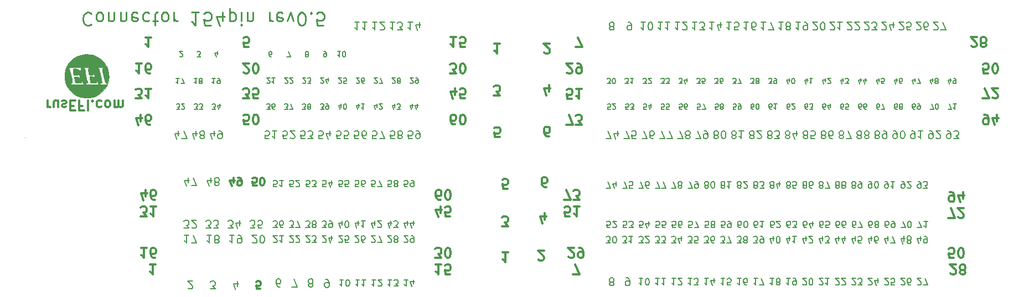
<source format=gbo>
G04 #@! TF.GenerationSoftware,KiCad,Pcbnew,7.0.7-7.0.7~ubuntu22.04.1*
G04 #@! TF.CreationDate,2023-09-01T04:41:00+00:00*
G04 #@! TF.ProjectId,284617-1,32383436-3137-42d3-912e-6b696361645f,R0.4*
G04 #@! TF.SameCoordinates,PX47868c0PY8bfd670*
G04 #@! TF.FileFunction,Legend,Bot*
G04 #@! TF.FilePolarity,Positive*
%FSLAX46Y46*%
G04 Gerber Fmt 4.6, Leading zero omitted, Abs format (unit mm)*
G04 Created by KiCad (PCBNEW 7.0.7-7.0.7~ubuntu22.04.1) date 2023-09-01 04:41:00*
%MOMM*%
%LPD*%
G01*
G04 APERTURE LIST*
%ADD10C,0.250000*%
%ADD11C,0.200000*%
%ADD12C,0.150000*%
%ADD13C,0.300000*%
%ADD14C,0.100000*%
%ADD15C,0.002540*%
G04 APERTURE END LIST*
D10*
X7679522Y50071762D02*
X7584284Y50167000D01*
X7584284Y50167000D02*
X7298570Y50262239D01*
X7298570Y50262239D02*
X7108094Y50262239D01*
X7108094Y50262239D02*
X6822379Y50167000D01*
X6822379Y50167000D02*
X6631903Y49976524D01*
X6631903Y49976524D02*
X6536665Y49786048D01*
X6536665Y49786048D02*
X6441427Y49405096D01*
X6441427Y49405096D02*
X6441427Y49119381D01*
X6441427Y49119381D02*
X6536665Y48738429D01*
X6536665Y48738429D02*
X6631903Y48547953D01*
X6631903Y48547953D02*
X6822379Y48357477D01*
X6822379Y48357477D02*
X7108094Y48262239D01*
X7108094Y48262239D02*
X7298570Y48262239D01*
X7298570Y48262239D02*
X7584284Y48357477D01*
X7584284Y48357477D02*
X7679522Y48452715D01*
X8822379Y50262239D02*
X8631903Y50167000D01*
X8631903Y50167000D02*
X8536665Y50071762D01*
X8536665Y50071762D02*
X8441427Y49881286D01*
X8441427Y49881286D02*
X8441427Y49309858D01*
X8441427Y49309858D02*
X8536665Y49119381D01*
X8536665Y49119381D02*
X8631903Y49024143D01*
X8631903Y49024143D02*
X8822379Y48928905D01*
X8822379Y48928905D02*
X9108094Y48928905D01*
X9108094Y48928905D02*
X9298570Y49024143D01*
X9298570Y49024143D02*
X9393808Y49119381D01*
X9393808Y49119381D02*
X9489046Y49309858D01*
X9489046Y49309858D02*
X9489046Y49881286D01*
X9489046Y49881286D02*
X9393808Y50071762D01*
X9393808Y50071762D02*
X9298570Y50167000D01*
X9298570Y50167000D02*
X9108094Y50262239D01*
X9108094Y50262239D02*
X8822379Y50262239D01*
X10346189Y48928905D02*
X10346189Y50262239D01*
X10346189Y49119381D02*
X10441427Y49024143D01*
X10441427Y49024143D02*
X10631903Y48928905D01*
X10631903Y48928905D02*
X10917618Y48928905D01*
X10917618Y48928905D02*
X11108094Y49024143D01*
X11108094Y49024143D02*
X11203332Y49214620D01*
X11203332Y49214620D02*
X11203332Y50262239D01*
X12155713Y48928905D02*
X12155713Y50262239D01*
X12155713Y49119381D02*
X12250951Y49024143D01*
X12250951Y49024143D02*
X12441427Y48928905D01*
X12441427Y48928905D02*
X12727142Y48928905D01*
X12727142Y48928905D02*
X12917618Y49024143D01*
X12917618Y49024143D02*
X13012856Y49214620D01*
X13012856Y49214620D02*
X13012856Y50262239D01*
X14727142Y50167000D02*
X14536666Y50262239D01*
X14536666Y50262239D02*
X14155713Y50262239D01*
X14155713Y50262239D02*
X13965237Y50167000D01*
X13965237Y50167000D02*
X13869999Y49976524D01*
X13869999Y49976524D02*
X13869999Y49214620D01*
X13869999Y49214620D02*
X13965237Y49024143D01*
X13965237Y49024143D02*
X14155713Y48928905D01*
X14155713Y48928905D02*
X14536666Y48928905D01*
X14536666Y48928905D02*
X14727142Y49024143D01*
X14727142Y49024143D02*
X14822380Y49214620D01*
X14822380Y49214620D02*
X14822380Y49405096D01*
X14822380Y49405096D02*
X13869999Y49595572D01*
X16536666Y50167000D02*
X16346190Y50262239D01*
X16346190Y50262239D02*
X15965237Y50262239D01*
X15965237Y50262239D02*
X15774761Y50167000D01*
X15774761Y50167000D02*
X15679523Y50071762D01*
X15679523Y50071762D02*
X15584285Y49881286D01*
X15584285Y49881286D02*
X15584285Y49309858D01*
X15584285Y49309858D02*
X15679523Y49119381D01*
X15679523Y49119381D02*
X15774761Y49024143D01*
X15774761Y49024143D02*
X15965237Y48928905D01*
X15965237Y48928905D02*
X16346190Y48928905D01*
X16346190Y48928905D02*
X16536666Y49024143D01*
X17108095Y48928905D02*
X17869999Y48928905D01*
X17393809Y48262239D02*
X17393809Y49976524D01*
X17393809Y49976524D02*
X17489047Y50167000D01*
X17489047Y50167000D02*
X17679523Y50262239D01*
X17679523Y50262239D02*
X17869999Y50262239D01*
X18822380Y50262239D02*
X18631904Y50167000D01*
X18631904Y50167000D02*
X18536666Y50071762D01*
X18536666Y50071762D02*
X18441428Y49881286D01*
X18441428Y49881286D02*
X18441428Y49309858D01*
X18441428Y49309858D02*
X18536666Y49119381D01*
X18536666Y49119381D02*
X18631904Y49024143D01*
X18631904Y49024143D02*
X18822380Y48928905D01*
X18822380Y48928905D02*
X19108095Y48928905D01*
X19108095Y48928905D02*
X19298571Y49024143D01*
X19298571Y49024143D02*
X19393809Y49119381D01*
X19393809Y49119381D02*
X19489047Y49309858D01*
X19489047Y49309858D02*
X19489047Y49881286D01*
X19489047Y49881286D02*
X19393809Y50071762D01*
X19393809Y50071762D02*
X19298571Y50167000D01*
X19298571Y50167000D02*
X19108095Y50262239D01*
X19108095Y50262239D02*
X18822380Y50262239D01*
X20346190Y50262239D02*
X20346190Y48928905D01*
X20346190Y49309858D02*
X20441428Y49119381D01*
X20441428Y49119381D02*
X20536666Y49024143D01*
X20536666Y49024143D02*
X20727142Y48928905D01*
X20727142Y48928905D02*
X20917619Y48928905D01*
X24155714Y50262239D02*
X23012857Y50262239D01*
X23584285Y50262239D02*
X23584285Y48262239D01*
X23584285Y48262239D02*
X23393809Y48547953D01*
X23393809Y48547953D02*
X23203333Y48738429D01*
X23203333Y48738429D02*
X23012857Y48833667D01*
X25965238Y48262239D02*
X25012857Y48262239D01*
X25012857Y48262239D02*
X24917619Y49214620D01*
X24917619Y49214620D02*
X25012857Y49119381D01*
X25012857Y49119381D02*
X25203333Y49024143D01*
X25203333Y49024143D02*
X25679524Y49024143D01*
X25679524Y49024143D02*
X25870000Y49119381D01*
X25870000Y49119381D02*
X25965238Y49214620D01*
X25965238Y49214620D02*
X26060476Y49405096D01*
X26060476Y49405096D02*
X26060476Y49881286D01*
X26060476Y49881286D02*
X25965238Y50071762D01*
X25965238Y50071762D02*
X25870000Y50167000D01*
X25870000Y50167000D02*
X25679524Y50262239D01*
X25679524Y50262239D02*
X25203333Y50262239D01*
X25203333Y50262239D02*
X25012857Y50167000D01*
X25012857Y50167000D02*
X24917619Y50071762D01*
X27774762Y48928905D02*
X27774762Y50262239D01*
X27298571Y48167000D02*
X26822381Y49595572D01*
X26822381Y49595572D02*
X28060476Y49595572D01*
X28822381Y48928905D02*
X28822381Y50928905D01*
X28822381Y49024143D02*
X29012857Y48928905D01*
X29012857Y48928905D02*
X29393810Y48928905D01*
X29393810Y48928905D02*
X29584286Y49024143D01*
X29584286Y49024143D02*
X29679524Y49119381D01*
X29679524Y49119381D02*
X29774762Y49309858D01*
X29774762Y49309858D02*
X29774762Y49881286D01*
X29774762Y49881286D02*
X29679524Y50071762D01*
X29679524Y50071762D02*
X29584286Y50167000D01*
X29584286Y50167000D02*
X29393810Y50262239D01*
X29393810Y50262239D02*
X29012857Y50262239D01*
X29012857Y50262239D02*
X28822381Y50167000D01*
X30631905Y50262239D02*
X30631905Y48928905D01*
X30631905Y48262239D02*
X30536667Y48357477D01*
X30536667Y48357477D02*
X30631905Y48452715D01*
X30631905Y48452715D02*
X30727143Y48357477D01*
X30727143Y48357477D02*
X30631905Y48262239D01*
X30631905Y48262239D02*
X30631905Y48452715D01*
X31584286Y48928905D02*
X31584286Y50262239D01*
X31584286Y49119381D02*
X31679524Y49024143D01*
X31679524Y49024143D02*
X31870000Y48928905D01*
X31870000Y48928905D02*
X32155715Y48928905D01*
X32155715Y48928905D02*
X32346191Y49024143D01*
X32346191Y49024143D02*
X32441429Y49214620D01*
X32441429Y49214620D02*
X32441429Y50262239D01*
X34917620Y50262239D02*
X34917620Y48928905D01*
X34917620Y49309858D02*
X35012858Y49119381D01*
X35012858Y49119381D02*
X35108096Y49024143D01*
X35108096Y49024143D02*
X35298572Y48928905D01*
X35298572Y48928905D02*
X35489049Y48928905D01*
X36917620Y50167000D02*
X36727144Y50262239D01*
X36727144Y50262239D02*
X36346191Y50262239D01*
X36346191Y50262239D02*
X36155715Y50167000D01*
X36155715Y50167000D02*
X36060477Y49976524D01*
X36060477Y49976524D02*
X36060477Y49214620D01*
X36060477Y49214620D02*
X36155715Y49024143D01*
X36155715Y49024143D02*
X36346191Y48928905D01*
X36346191Y48928905D02*
X36727144Y48928905D01*
X36727144Y48928905D02*
X36917620Y49024143D01*
X36917620Y49024143D02*
X37012858Y49214620D01*
X37012858Y49214620D02*
X37012858Y49405096D01*
X37012858Y49405096D02*
X36060477Y49595572D01*
X37679525Y48928905D02*
X38155715Y50262239D01*
X38155715Y50262239D02*
X38631906Y48928905D01*
X39774763Y48262239D02*
X39965240Y48262239D01*
X39965240Y48262239D02*
X40155716Y48357477D01*
X40155716Y48357477D02*
X40250954Y48452715D01*
X40250954Y48452715D02*
X40346192Y48643191D01*
X40346192Y48643191D02*
X40441430Y49024143D01*
X40441430Y49024143D02*
X40441430Y49500334D01*
X40441430Y49500334D02*
X40346192Y49881286D01*
X40346192Y49881286D02*
X40250954Y50071762D01*
X40250954Y50071762D02*
X40155716Y50167000D01*
X40155716Y50167000D02*
X39965240Y50262239D01*
X39965240Y50262239D02*
X39774763Y50262239D01*
X39774763Y50262239D02*
X39584287Y50167000D01*
X39584287Y50167000D02*
X39489049Y50071762D01*
X39489049Y50071762D02*
X39393811Y49881286D01*
X39393811Y49881286D02*
X39298573Y49500334D01*
X39298573Y49500334D02*
X39298573Y49024143D01*
X39298573Y49024143D02*
X39393811Y48643191D01*
X39393811Y48643191D02*
X39489049Y48452715D01*
X39489049Y48452715D02*
X39584287Y48357477D01*
X39584287Y48357477D02*
X39774763Y48262239D01*
X41298573Y50071762D02*
X41393811Y50167000D01*
X41393811Y50167000D02*
X41298573Y50262239D01*
X41298573Y50262239D02*
X41203335Y50167000D01*
X41203335Y50167000D02*
X41298573Y50071762D01*
X41298573Y50071762D02*
X41298573Y50262239D01*
X43203335Y48262239D02*
X42250954Y48262239D01*
X42250954Y48262239D02*
X42155716Y49214620D01*
X42155716Y49214620D02*
X42250954Y49119381D01*
X42250954Y49119381D02*
X42441430Y49024143D01*
X42441430Y49024143D02*
X42917621Y49024143D01*
X42917621Y49024143D02*
X43108097Y49119381D01*
X43108097Y49119381D02*
X43203335Y49214620D01*
X43203335Y49214620D02*
X43298573Y49405096D01*
X43298573Y49405096D02*
X43298573Y49881286D01*
X43298573Y49881286D02*
X43203335Y50071762D01*
X43203335Y50071762D02*
X43108097Y50167000D01*
X43108097Y50167000D02*
X42917621Y50262239D01*
X42917621Y50262239D02*
X42441430Y50262239D01*
X42441430Y50262239D02*
X42250954Y50167000D01*
X42250954Y50167000D02*
X42155716Y50071762D01*
D11*
X56841428Y48754743D02*
X56155714Y48754743D01*
X56498571Y48754743D02*
X56498571Y47554743D01*
X56498571Y47554743D02*
X56384285Y47726172D01*
X56384285Y47726172D02*
X56270000Y47840458D01*
X56270000Y47840458D02*
X56155714Y47897600D01*
X57870000Y47954743D02*
X57870000Y48754743D01*
X57584285Y47497600D02*
X57298571Y48354743D01*
X57298571Y48354743D02*
X58041428Y48354743D01*
X29555348Y16074743D02*
X28869634Y16074743D01*
X29212491Y16074743D02*
X29212491Y14874743D01*
X29212491Y14874743D02*
X29098205Y15046172D01*
X29098205Y15046172D02*
X28983920Y15160458D01*
X28983920Y15160458D02*
X28869634Y15217600D01*
X30126777Y16074743D02*
X30355348Y16074743D01*
X30355348Y16074743D02*
X30469634Y16017600D01*
X30469634Y16017600D02*
X30526777Y15960458D01*
X30526777Y15960458D02*
X30641062Y15789029D01*
X30641062Y15789029D02*
X30698205Y15560458D01*
X30698205Y15560458D02*
X30698205Y15103315D01*
X30698205Y15103315D02*
X30641062Y14989029D01*
X30641062Y14989029D02*
X30583920Y14931886D01*
X30583920Y14931886D02*
X30469634Y14874743D01*
X30469634Y14874743D02*
X30241062Y14874743D01*
X30241062Y14874743D02*
X30126777Y14931886D01*
X30126777Y14931886D02*
X30069634Y14989029D01*
X30069634Y14989029D02*
X30012491Y15103315D01*
X30012491Y15103315D02*
X30012491Y15389029D01*
X30012491Y15389029D02*
X30069634Y15503315D01*
X30069634Y15503315D02*
X30126777Y15560458D01*
X30126777Y15560458D02*
X30241062Y15617600D01*
X30241062Y15617600D02*
X30469634Y15617600D01*
X30469634Y15617600D02*
X30583920Y15560458D01*
X30583920Y15560458D02*
X30641062Y15503315D01*
X30641062Y15503315D02*
X30698205Y15389029D01*
D12*
X45827618Y44272296D02*
X45370475Y44272296D01*
X45599047Y44272296D02*
X45599047Y43472296D01*
X45599047Y43472296D02*
X45522856Y43586581D01*
X45522856Y43586581D02*
X45446666Y43662772D01*
X45446666Y43662772D02*
X45370475Y43700867D01*
X46322857Y43472296D02*
X46399047Y43472296D01*
X46399047Y43472296D02*
X46475238Y43510391D01*
X46475238Y43510391D02*
X46513333Y43548486D01*
X46513333Y43548486D02*
X46551428Y43624677D01*
X46551428Y43624677D02*
X46589523Y43777058D01*
X46589523Y43777058D02*
X46589523Y43967534D01*
X46589523Y43967534D02*
X46551428Y44119915D01*
X46551428Y44119915D02*
X46513333Y44196105D01*
X46513333Y44196105D02*
X46475238Y44234200D01*
X46475238Y44234200D02*
X46399047Y44272296D01*
X46399047Y44272296D02*
X46322857Y44272296D01*
X46322857Y44272296D02*
X46246666Y44234200D01*
X46246666Y44234200D02*
X46208571Y44196105D01*
X46208571Y44196105D02*
X46170476Y44119915D01*
X46170476Y44119915D02*
X46132380Y43967534D01*
X46132380Y43967534D02*
X46132380Y43777058D01*
X46132380Y43777058D02*
X46170476Y43624677D01*
X46170476Y43624677D02*
X46208571Y43548486D01*
X46208571Y43548486D02*
X46246666Y43510391D01*
X46246666Y43510391D02*
X46322857Y43472296D01*
D13*
X81345000Y10078329D02*
X82345000Y10078329D01*
X82345000Y10078329D02*
X81702143Y11578329D01*
D11*
X105587898Y48754743D02*
X104902184Y48754743D01*
X105245041Y48754743D02*
X105245041Y47554743D01*
X105245041Y47554743D02*
X105130755Y47726172D01*
X105130755Y47726172D02*
X105016470Y47840458D01*
X105016470Y47840458D02*
X104902184Y47897600D01*
X106673612Y47554743D02*
X106102184Y47554743D01*
X106102184Y47554743D02*
X106045041Y48126172D01*
X106045041Y48126172D02*
X106102184Y48069029D01*
X106102184Y48069029D02*
X106216470Y48011886D01*
X106216470Y48011886D02*
X106502184Y48011886D01*
X106502184Y48011886D02*
X106616470Y48069029D01*
X106616470Y48069029D02*
X106673612Y48126172D01*
X106673612Y48126172D02*
X106730755Y48240458D01*
X106730755Y48240458D02*
X106730755Y48526172D01*
X106730755Y48526172D02*
X106673612Y48640458D01*
X106673612Y48640458D02*
X106616470Y48697600D01*
X106616470Y48697600D02*
X106502184Y48754743D01*
X106502184Y48754743D02*
X106216470Y48754743D01*
X106216470Y48754743D02*
X106102184Y48697600D01*
X106102184Y48697600D02*
X106045041Y48640458D01*
X43090535Y30894743D02*
X42519107Y30894743D01*
X42519107Y30894743D02*
X42461964Y31466172D01*
X42461964Y31466172D02*
X42519107Y31409029D01*
X42519107Y31409029D02*
X42633393Y31351886D01*
X42633393Y31351886D02*
X42919107Y31351886D01*
X42919107Y31351886D02*
X43033393Y31409029D01*
X43033393Y31409029D02*
X43090535Y31466172D01*
X43090535Y31466172D02*
X43147678Y31580458D01*
X43147678Y31580458D02*
X43147678Y31866172D01*
X43147678Y31866172D02*
X43090535Y31980458D01*
X43090535Y31980458D02*
X43033393Y32037600D01*
X43033393Y32037600D02*
X42919107Y32094743D01*
X42919107Y32094743D02*
X42633393Y32094743D01*
X42633393Y32094743D02*
X42519107Y32037600D01*
X42519107Y32037600D02*
X42461964Y31980458D01*
X44176250Y31294743D02*
X44176250Y32094743D01*
X43890535Y30837600D02*
X43604821Y31694743D01*
X43604821Y31694743D02*
X44347678Y31694743D01*
X91445103Y14892220D02*
X92064150Y14892220D01*
X92064150Y14892220D02*
X91730817Y15273172D01*
X91730817Y15273172D02*
X91873674Y15273172D01*
X91873674Y15273172D02*
X91968912Y15320791D01*
X91968912Y15320791D02*
X92016531Y15368410D01*
X92016531Y15368410D02*
X92064150Y15463648D01*
X92064150Y15463648D02*
X92064150Y15701743D01*
X92064150Y15701743D02*
X92016531Y15796981D01*
X92016531Y15796981D02*
X91968912Y15844600D01*
X91968912Y15844600D02*
X91873674Y15892220D01*
X91873674Y15892220D02*
X91587960Y15892220D01*
X91587960Y15892220D02*
X91492722Y15844600D01*
X91492722Y15844600D02*
X91445103Y15796981D01*
X92445103Y14987458D02*
X92492722Y14939839D01*
X92492722Y14939839D02*
X92587960Y14892220D01*
X92587960Y14892220D02*
X92826055Y14892220D01*
X92826055Y14892220D02*
X92921293Y14939839D01*
X92921293Y14939839D02*
X92968912Y14987458D01*
X92968912Y14987458D02*
X93016531Y15082696D01*
X93016531Y15082696D02*
X93016531Y15177934D01*
X93016531Y15177934D02*
X92968912Y15320791D01*
X92968912Y15320791D02*
X92397484Y15892220D01*
X92397484Y15892220D02*
X93016531Y15892220D01*
D13*
X144025714Y37068329D02*
X145025714Y37068329D01*
X145025714Y37068329D02*
X144382857Y38568329D01*
X145525714Y37211186D02*
X145597142Y37139758D01*
X145597142Y37139758D02*
X145740000Y37068329D01*
X145740000Y37068329D02*
X146097142Y37068329D01*
X146097142Y37068329D02*
X146240000Y37139758D01*
X146240000Y37139758D02*
X146311428Y37211186D01*
X146311428Y37211186D02*
X146382857Y37354043D01*
X146382857Y37354043D02*
X146382857Y37496900D01*
X146382857Y37496900D02*
X146311428Y37711186D01*
X146311428Y37711186D02*
X145454285Y38568329D01*
X145454285Y38568329D02*
X146382857Y38568329D01*
D12*
X136379317Y39598962D02*
X136379317Y40132296D01*
X136188841Y39294200D02*
X135998364Y39865629D01*
X135998364Y39865629D02*
X136493603Y39865629D01*
X136912650Y39675153D02*
X136836460Y39637058D01*
X136836460Y39637058D02*
X136798365Y39598962D01*
X136798365Y39598962D02*
X136760269Y39522772D01*
X136760269Y39522772D02*
X136760269Y39484677D01*
X136760269Y39484677D02*
X136798365Y39408486D01*
X136798365Y39408486D02*
X136836460Y39370391D01*
X136836460Y39370391D02*
X136912650Y39332296D01*
X136912650Y39332296D02*
X137065031Y39332296D01*
X137065031Y39332296D02*
X137141222Y39370391D01*
X137141222Y39370391D02*
X137179317Y39408486D01*
X137179317Y39408486D02*
X137217412Y39484677D01*
X137217412Y39484677D02*
X137217412Y39522772D01*
X137217412Y39522772D02*
X137179317Y39598962D01*
X137179317Y39598962D02*
X137141222Y39637058D01*
X137141222Y39637058D02*
X137065031Y39675153D01*
X137065031Y39675153D02*
X136912650Y39675153D01*
X136912650Y39675153D02*
X136836460Y39713248D01*
X136836460Y39713248D02*
X136798365Y39751343D01*
X136798365Y39751343D02*
X136760269Y39827534D01*
X136760269Y39827534D02*
X136760269Y39979915D01*
X136760269Y39979915D02*
X136798365Y40056105D01*
X136798365Y40056105D02*
X136836460Y40094200D01*
X136836460Y40094200D02*
X136912650Y40132296D01*
X136912650Y40132296D02*
X137065031Y40132296D01*
X137065031Y40132296D02*
X137141222Y40094200D01*
X137141222Y40094200D02*
X137179317Y40056105D01*
X137179317Y40056105D02*
X137217412Y39979915D01*
X137217412Y39979915D02*
X137217412Y39827534D01*
X137217412Y39827534D02*
X137179317Y39751343D01*
X137179317Y39751343D02*
X137141222Y39713248D01*
X137141222Y39713248D02*
X137065031Y39675153D01*
X125440897Y35412296D02*
X125288516Y35412296D01*
X125288516Y35412296D02*
X125212325Y35450391D01*
X125212325Y35450391D02*
X125174230Y35488486D01*
X125174230Y35488486D02*
X125098040Y35602772D01*
X125098040Y35602772D02*
X125059944Y35755153D01*
X125059944Y35755153D02*
X125059944Y36059915D01*
X125059944Y36059915D02*
X125098040Y36136105D01*
X125098040Y36136105D02*
X125136135Y36174200D01*
X125136135Y36174200D02*
X125212325Y36212296D01*
X125212325Y36212296D02*
X125364706Y36212296D01*
X125364706Y36212296D02*
X125440897Y36174200D01*
X125440897Y36174200D02*
X125478992Y36136105D01*
X125478992Y36136105D02*
X125517087Y36059915D01*
X125517087Y36059915D02*
X125517087Y35869439D01*
X125517087Y35869439D02*
X125478992Y35793248D01*
X125478992Y35793248D02*
X125440897Y35755153D01*
X125440897Y35755153D02*
X125364706Y35717058D01*
X125364706Y35717058D02*
X125212325Y35717058D01*
X125212325Y35717058D02*
X125136135Y35755153D01*
X125136135Y35755153D02*
X125098040Y35793248D01*
X125098040Y35793248D02*
X125059944Y35869439D01*
X126202802Y35412296D02*
X126050421Y35412296D01*
X126050421Y35412296D02*
X125974230Y35450391D01*
X125974230Y35450391D02*
X125936135Y35488486D01*
X125936135Y35488486D02*
X125859945Y35602772D01*
X125859945Y35602772D02*
X125821849Y35755153D01*
X125821849Y35755153D02*
X125821849Y36059915D01*
X125821849Y36059915D02*
X125859945Y36136105D01*
X125859945Y36136105D02*
X125898040Y36174200D01*
X125898040Y36174200D02*
X125974230Y36212296D01*
X125974230Y36212296D02*
X126126611Y36212296D01*
X126126611Y36212296D02*
X126202802Y36174200D01*
X126202802Y36174200D02*
X126240897Y36136105D01*
X126240897Y36136105D02*
X126278992Y36059915D01*
X126278992Y36059915D02*
X126278992Y35869439D01*
X126278992Y35869439D02*
X126240897Y35793248D01*
X126240897Y35793248D02*
X126202802Y35755153D01*
X126202802Y35755153D02*
X126126611Y35717058D01*
X126126611Y35717058D02*
X125974230Y35717058D01*
X125974230Y35717058D02*
X125898040Y35755153D01*
X125898040Y35755153D02*
X125859945Y35793248D01*
X125859945Y35793248D02*
X125821849Y35869439D01*
D11*
X114541002Y17232220D02*
X114350526Y17232220D01*
X114350526Y17232220D02*
X114255288Y17279839D01*
X114255288Y17279839D02*
X114207669Y17327458D01*
X114207669Y17327458D02*
X114112431Y17470315D01*
X114112431Y17470315D02*
X114064812Y17660791D01*
X114064812Y17660791D02*
X114064812Y18041743D01*
X114064812Y18041743D02*
X114112431Y18136981D01*
X114112431Y18136981D02*
X114160050Y18184600D01*
X114160050Y18184600D02*
X114255288Y18232220D01*
X114255288Y18232220D02*
X114445764Y18232220D01*
X114445764Y18232220D02*
X114541002Y18184600D01*
X114541002Y18184600D02*
X114588621Y18136981D01*
X114588621Y18136981D02*
X114636240Y18041743D01*
X114636240Y18041743D02*
X114636240Y17803648D01*
X114636240Y17803648D02*
X114588621Y17708410D01*
X114588621Y17708410D02*
X114541002Y17660791D01*
X114541002Y17660791D02*
X114445764Y17613172D01*
X114445764Y17613172D02*
X114255288Y17613172D01*
X114255288Y17613172D02*
X114160050Y17660791D01*
X114160050Y17660791D02*
X114112431Y17708410D01*
X114112431Y17708410D02*
X114064812Y17803648D01*
X114969574Y17232220D02*
X115588621Y17232220D01*
X115588621Y17232220D02*
X115255288Y17613172D01*
X115255288Y17613172D02*
X115398145Y17613172D01*
X115398145Y17613172D02*
X115493383Y17660791D01*
X115493383Y17660791D02*
X115541002Y17708410D01*
X115541002Y17708410D02*
X115588621Y17803648D01*
X115588621Y17803648D02*
X115588621Y18041743D01*
X115588621Y18041743D02*
X115541002Y18136981D01*
X115541002Y18136981D02*
X115493383Y18184600D01*
X115493383Y18184600D02*
X115398145Y18232220D01*
X115398145Y18232220D02*
X115112431Y18232220D01*
X115112431Y18232220D02*
X115017193Y18184600D01*
X115017193Y18184600D02*
X114969574Y18136981D01*
X130404736Y32094743D02*
X130633307Y32094743D01*
X130633307Y32094743D02*
X130747593Y32037600D01*
X130747593Y32037600D02*
X130804736Y31980458D01*
X130804736Y31980458D02*
X130919021Y31809029D01*
X130919021Y31809029D02*
X130976164Y31580458D01*
X130976164Y31580458D02*
X130976164Y31123315D01*
X130976164Y31123315D02*
X130919021Y31009029D01*
X130919021Y31009029D02*
X130861879Y30951886D01*
X130861879Y30951886D02*
X130747593Y30894743D01*
X130747593Y30894743D02*
X130519021Y30894743D01*
X130519021Y30894743D02*
X130404736Y30951886D01*
X130404736Y30951886D02*
X130347593Y31009029D01*
X130347593Y31009029D02*
X130290450Y31123315D01*
X130290450Y31123315D02*
X130290450Y31409029D01*
X130290450Y31409029D02*
X130347593Y31523315D01*
X130347593Y31523315D02*
X130404736Y31580458D01*
X130404736Y31580458D02*
X130519021Y31637600D01*
X130519021Y31637600D02*
X130747593Y31637600D01*
X130747593Y31637600D02*
X130861879Y31580458D01*
X130861879Y31580458D02*
X130919021Y31523315D01*
X130919021Y31523315D02*
X130976164Y31409029D01*
X131719021Y30894743D02*
X131833307Y30894743D01*
X131833307Y30894743D02*
X131947593Y30951886D01*
X131947593Y30951886D02*
X132004736Y31009029D01*
X132004736Y31009029D02*
X132061878Y31123315D01*
X132061878Y31123315D02*
X132119021Y31351886D01*
X132119021Y31351886D02*
X132119021Y31637600D01*
X132119021Y31637600D02*
X132061878Y31866172D01*
X132061878Y31866172D02*
X132004736Y31980458D01*
X132004736Y31980458D02*
X131947593Y32037600D01*
X131947593Y32037600D02*
X131833307Y32094743D01*
X131833307Y32094743D02*
X131719021Y32094743D01*
X131719021Y32094743D02*
X131604736Y32037600D01*
X131604736Y32037600D02*
X131547593Y31980458D01*
X131547593Y31980458D02*
X131490450Y31866172D01*
X131490450Y31866172D02*
X131433307Y31637600D01*
X131433307Y31637600D02*
X131433307Y31351886D01*
X131433307Y31351886D02*
X131490450Y31123315D01*
X131490450Y31123315D02*
X131547593Y31009029D01*
X131547593Y31009029D02*
X131604736Y30951886D01*
X131604736Y30951886D02*
X131719021Y30894743D01*
D12*
X53731725Y39478486D02*
X53769821Y39440391D01*
X53769821Y39440391D02*
X53846011Y39402296D01*
X53846011Y39402296D02*
X54036487Y39402296D01*
X54036487Y39402296D02*
X54112678Y39440391D01*
X54112678Y39440391D02*
X54150773Y39478486D01*
X54150773Y39478486D02*
X54188868Y39554677D01*
X54188868Y39554677D02*
X54188868Y39630867D01*
X54188868Y39630867D02*
X54150773Y39745153D01*
X54150773Y39745153D02*
X53693630Y40202296D01*
X53693630Y40202296D02*
X54188868Y40202296D01*
X54646011Y39745153D02*
X54569821Y39707058D01*
X54569821Y39707058D02*
X54531726Y39668962D01*
X54531726Y39668962D02*
X54493630Y39592772D01*
X54493630Y39592772D02*
X54493630Y39554677D01*
X54493630Y39554677D02*
X54531726Y39478486D01*
X54531726Y39478486D02*
X54569821Y39440391D01*
X54569821Y39440391D02*
X54646011Y39402296D01*
X54646011Y39402296D02*
X54798392Y39402296D01*
X54798392Y39402296D02*
X54874583Y39440391D01*
X54874583Y39440391D02*
X54912678Y39478486D01*
X54912678Y39478486D02*
X54950773Y39554677D01*
X54950773Y39554677D02*
X54950773Y39592772D01*
X54950773Y39592772D02*
X54912678Y39668962D01*
X54912678Y39668962D02*
X54874583Y39707058D01*
X54874583Y39707058D02*
X54798392Y39745153D01*
X54798392Y39745153D02*
X54646011Y39745153D01*
X54646011Y39745153D02*
X54569821Y39783248D01*
X54569821Y39783248D02*
X54531726Y39821343D01*
X54531726Y39821343D02*
X54493630Y39897534D01*
X54493630Y39897534D02*
X54493630Y40049915D01*
X54493630Y40049915D02*
X54531726Y40126105D01*
X54531726Y40126105D02*
X54569821Y40164200D01*
X54569821Y40164200D02*
X54646011Y40202296D01*
X54646011Y40202296D02*
X54798392Y40202296D01*
X54798392Y40202296D02*
X54874583Y40164200D01*
X54874583Y40164200D02*
X54912678Y40126105D01*
X54912678Y40126105D02*
X54950773Y40049915D01*
X54950773Y40049915D02*
X54950773Y39897534D01*
X54950773Y39897534D02*
X54912678Y39821343D01*
X54912678Y39821343D02*
X54874583Y39783248D01*
X54874583Y39783248D02*
X54798392Y39745153D01*
X23432380Y35412296D02*
X23927618Y35412296D01*
X23927618Y35412296D02*
X23660952Y35717058D01*
X23660952Y35717058D02*
X23775237Y35717058D01*
X23775237Y35717058D02*
X23851428Y35755153D01*
X23851428Y35755153D02*
X23889523Y35793248D01*
X23889523Y35793248D02*
X23927618Y35869439D01*
X23927618Y35869439D02*
X23927618Y36059915D01*
X23927618Y36059915D02*
X23889523Y36136105D01*
X23889523Y36136105D02*
X23851428Y36174200D01*
X23851428Y36174200D02*
X23775237Y36212296D01*
X23775237Y36212296D02*
X23546666Y36212296D01*
X23546666Y36212296D02*
X23470475Y36174200D01*
X23470475Y36174200D02*
X23432380Y36136105D01*
X24194285Y35412296D02*
X24689523Y35412296D01*
X24689523Y35412296D02*
X24422857Y35717058D01*
X24422857Y35717058D02*
X24537142Y35717058D01*
X24537142Y35717058D02*
X24613333Y35755153D01*
X24613333Y35755153D02*
X24651428Y35793248D01*
X24651428Y35793248D02*
X24689523Y35869439D01*
X24689523Y35869439D02*
X24689523Y36059915D01*
X24689523Y36059915D02*
X24651428Y36136105D01*
X24651428Y36136105D02*
X24613333Y36174200D01*
X24613333Y36174200D02*
X24537142Y36212296D01*
X24537142Y36212296D02*
X24308571Y36212296D01*
X24308571Y36212296D02*
X24232380Y36174200D01*
X24232380Y36174200D02*
X24194285Y36136105D01*
D11*
X89791429Y48754743D02*
X90020000Y48754743D01*
X90020000Y48754743D02*
X90134286Y48697600D01*
X90134286Y48697600D02*
X90191429Y48640458D01*
X90191429Y48640458D02*
X90305714Y48469029D01*
X90305714Y48469029D02*
X90362857Y48240458D01*
X90362857Y48240458D02*
X90362857Y47783315D01*
X90362857Y47783315D02*
X90305714Y47669029D01*
X90305714Y47669029D02*
X90248572Y47611886D01*
X90248572Y47611886D02*
X90134286Y47554743D01*
X90134286Y47554743D02*
X89905714Y47554743D01*
X89905714Y47554743D02*
X89791429Y47611886D01*
X89791429Y47611886D02*
X89734286Y47669029D01*
X89734286Y47669029D02*
X89677143Y47783315D01*
X89677143Y47783315D02*
X89677143Y48069029D01*
X89677143Y48069029D02*
X89734286Y48183315D01*
X89734286Y48183315D02*
X89791429Y48240458D01*
X89791429Y48240458D02*
X89905714Y48297600D01*
X89905714Y48297600D02*
X90134286Y48297600D01*
X90134286Y48297600D02*
X90248572Y48240458D01*
X90248572Y48240458D02*
X90305714Y48183315D01*
X90305714Y48183315D02*
X90362857Y48069029D01*
D13*
X31757143Y44958329D02*
X31042857Y44958329D01*
X31042857Y44958329D02*
X30971429Y45672615D01*
X30971429Y45672615D02*
X31042857Y45601186D01*
X31042857Y45601186D02*
X31185715Y45529758D01*
X31185715Y45529758D02*
X31542857Y45529758D01*
X31542857Y45529758D02*
X31685715Y45601186D01*
X31685715Y45601186D02*
X31757143Y45672615D01*
X31757143Y45672615D02*
X31828572Y45815472D01*
X31828572Y45815472D02*
X31828572Y46172615D01*
X31828572Y46172615D02*
X31757143Y46315472D01*
X31757143Y46315472D02*
X31685715Y46386900D01*
X31685715Y46386900D02*
X31542857Y46458329D01*
X31542857Y46458329D02*
X31185715Y46458329D01*
X31185715Y46458329D02*
X31042857Y46386900D01*
X31042857Y46386900D02*
X30971429Y46315472D01*
D11*
X134058095Y8547458D02*
X134105714Y8499839D01*
X134105714Y8499839D02*
X134200952Y8452220D01*
X134200952Y8452220D02*
X134439047Y8452220D01*
X134439047Y8452220D02*
X134534285Y8499839D01*
X134534285Y8499839D02*
X134581904Y8547458D01*
X134581904Y8547458D02*
X134629523Y8642696D01*
X134629523Y8642696D02*
X134629523Y8737934D01*
X134629523Y8737934D02*
X134581904Y8880791D01*
X134581904Y8880791D02*
X134010476Y9452220D01*
X134010476Y9452220D02*
X134629523Y9452220D01*
X134962857Y8452220D02*
X135629523Y8452220D01*
X135629523Y8452220D02*
X135200952Y9452220D01*
X100317310Y48754743D02*
X99631596Y48754743D01*
X99974453Y48754743D02*
X99974453Y47554743D01*
X99974453Y47554743D02*
X99860167Y47726172D01*
X99860167Y47726172D02*
X99745882Y47840458D01*
X99745882Y47840458D02*
X99631596Y47897600D01*
X100717310Y47554743D02*
X101460167Y47554743D01*
X101460167Y47554743D02*
X101060167Y48011886D01*
X101060167Y48011886D02*
X101231596Y48011886D01*
X101231596Y48011886D02*
X101345882Y48069029D01*
X101345882Y48069029D02*
X101403024Y48126172D01*
X101403024Y48126172D02*
X101460167Y48240458D01*
X101460167Y48240458D02*
X101460167Y48526172D01*
X101460167Y48526172D02*
X101403024Y48640458D01*
X101403024Y48640458D02*
X101345882Y48697600D01*
X101345882Y48697600D02*
X101231596Y48754743D01*
X101231596Y48754743D02*
X100888739Y48754743D01*
X100888739Y48754743D02*
X100774453Y48697600D01*
X100774453Y48697600D02*
X100717310Y48640458D01*
X97067757Y9452220D02*
X96496329Y9452220D01*
X96782043Y9452220D02*
X96782043Y8452220D01*
X96782043Y8452220D02*
X96686805Y8595077D01*
X96686805Y8595077D02*
X96591567Y8690315D01*
X96591567Y8690315D02*
X96496329Y8737934D01*
X97448710Y8547458D02*
X97496329Y8499839D01*
X97496329Y8499839D02*
X97591567Y8452220D01*
X97591567Y8452220D02*
X97829662Y8452220D01*
X97829662Y8452220D02*
X97924900Y8499839D01*
X97924900Y8499839D02*
X97972519Y8547458D01*
X97972519Y8547458D02*
X98020138Y8642696D01*
X98020138Y8642696D02*
X98020138Y8737934D01*
X98020138Y8737934D02*
X97972519Y8880791D01*
X97972519Y8880791D02*
X97401091Y9452220D01*
X97401091Y9452220D02*
X98020138Y9452220D01*
X125984536Y47669029D02*
X126041679Y47611886D01*
X126041679Y47611886D02*
X126155965Y47554743D01*
X126155965Y47554743D02*
X126441679Y47554743D01*
X126441679Y47554743D02*
X126555965Y47611886D01*
X126555965Y47611886D02*
X126613107Y47669029D01*
X126613107Y47669029D02*
X126670250Y47783315D01*
X126670250Y47783315D02*
X126670250Y47897600D01*
X126670250Y47897600D02*
X126613107Y48069029D01*
X126613107Y48069029D02*
X125927393Y48754743D01*
X125927393Y48754743D02*
X126670250Y48754743D01*
X127070250Y47554743D02*
X127813107Y47554743D01*
X127813107Y47554743D02*
X127413107Y48011886D01*
X127413107Y48011886D02*
X127584536Y48011886D01*
X127584536Y48011886D02*
X127698822Y48069029D01*
X127698822Y48069029D02*
X127755964Y48126172D01*
X127755964Y48126172D02*
X127813107Y48240458D01*
X127813107Y48240458D02*
X127813107Y48526172D01*
X127813107Y48526172D02*
X127755964Y48640458D01*
X127755964Y48640458D02*
X127698822Y48697600D01*
X127698822Y48697600D02*
X127584536Y48754743D01*
X127584536Y48754743D02*
X127241679Y48754743D01*
X127241679Y48754743D02*
X127127393Y48697600D01*
X127127393Y48697600D02*
X127070250Y48640458D01*
X122053743Y17232220D02*
X121863267Y17232220D01*
X121863267Y17232220D02*
X121768029Y17279839D01*
X121768029Y17279839D02*
X121720410Y17327458D01*
X121720410Y17327458D02*
X121625172Y17470315D01*
X121625172Y17470315D02*
X121577553Y17660791D01*
X121577553Y17660791D02*
X121577553Y18041743D01*
X121577553Y18041743D02*
X121625172Y18136981D01*
X121625172Y18136981D02*
X121672791Y18184600D01*
X121672791Y18184600D02*
X121768029Y18232220D01*
X121768029Y18232220D02*
X121958505Y18232220D01*
X121958505Y18232220D02*
X122053743Y18184600D01*
X122053743Y18184600D02*
X122101362Y18136981D01*
X122101362Y18136981D02*
X122148981Y18041743D01*
X122148981Y18041743D02*
X122148981Y17803648D01*
X122148981Y17803648D02*
X122101362Y17708410D01*
X122101362Y17708410D02*
X122053743Y17660791D01*
X122053743Y17660791D02*
X121958505Y17613172D01*
X121958505Y17613172D02*
X121768029Y17613172D01*
X121768029Y17613172D02*
X121672791Y17660791D01*
X121672791Y17660791D02*
X121625172Y17708410D01*
X121625172Y17708410D02*
X121577553Y17803648D01*
X123006124Y17232220D02*
X122815648Y17232220D01*
X122815648Y17232220D02*
X122720410Y17279839D01*
X122720410Y17279839D02*
X122672791Y17327458D01*
X122672791Y17327458D02*
X122577553Y17470315D01*
X122577553Y17470315D02*
X122529934Y17660791D01*
X122529934Y17660791D02*
X122529934Y18041743D01*
X122529934Y18041743D02*
X122577553Y18136981D01*
X122577553Y18136981D02*
X122625172Y18184600D01*
X122625172Y18184600D02*
X122720410Y18232220D01*
X122720410Y18232220D02*
X122910886Y18232220D01*
X122910886Y18232220D02*
X123006124Y18184600D01*
X123006124Y18184600D02*
X123053743Y18136981D01*
X123053743Y18136981D02*
X123101362Y18041743D01*
X123101362Y18041743D02*
X123101362Y17803648D01*
X123101362Y17803648D02*
X123053743Y17708410D01*
X123053743Y17708410D02*
X123006124Y17660791D01*
X123006124Y17660791D02*
X122910886Y17613172D01*
X122910886Y17613172D02*
X122720410Y17613172D01*
X122720410Y17613172D02*
X122625172Y17660791D01*
X122625172Y17660791D02*
X122577553Y17708410D01*
X122577553Y17708410D02*
X122529934Y17803648D01*
D12*
X135990269Y35412296D02*
X136523603Y35412296D01*
X136523603Y35412296D02*
X136180745Y36212296D01*
X136980746Y35412296D02*
X137056936Y35412296D01*
X137056936Y35412296D02*
X137133127Y35450391D01*
X137133127Y35450391D02*
X137171222Y35488486D01*
X137171222Y35488486D02*
X137209317Y35564677D01*
X137209317Y35564677D02*
X137247412Y35717058D01*
X137247412Y35717058D02*
X137247412Y35907534D01*
X137247412Y35907534D02*
X137209317Y36059915D01*
X137209317Y36059915D02*
X137171222Y36136105D01*
X137171222Y36136105D02*
X137133127Y36174200D01*
X137133127Y36174200D02*
X137056936Y36212296D01*
X137056936Y36212296D02*
X136980746Y36212296D01*
X136980746Y36212296D02*
X136904555Y36174200D01*
X136904555Y36174200D02*
X136866460Y36136105D01*
X136866460Y36136105D02*
X136828365Y36059915D01*
X136828365Y36059915D02*
X136790269Y35907534D01*
X136790269Y35907534D02*
X136790269Y35717058D01*
X136790269Y35717058D02*
X136828365Y35564677D01*
X136828365Y35564677D02*
X136866460Y35488486D01*
X136866460Y35488486D02*
X136904555Y35450391D01*
X136904555Y35450391D02*
X136980746Y35412296D01*
D11*
X116529265Y8547458D02*
X116576884Y8499839D01*
X116576884Y8499839D02*
X116672122Y8452220D01*
X116672122Y8452220D02*
X116910217Y8452220D01*
X116910217Y8452220D02*
X117005455Y8499839D01*
X117005455Y8499839D02*
X117053074Y8547458D01*
X117053074Y8547458D02*
X117100693Y8642696D01*
X117100693Y8642696D02*
X117100693Y8737934D01*
X117100693Y8737934D02*
X117053074Y8880791D01*
X117053074Y8880791D02*
X116481646Y9452220D01*
X116481646Y9452220D02*
X117100693Y9452220D01*
X117719741Y8452220D02*
X117814979Y8452220D01*
X117814979Y8452220D02*
X117910217Y8499839D01*
X117910217Y8499839D02*
X117957836Y8547458D01*
X117957836Y8547458D02*
X118005455Y8642696D01*
X118005455Y8642696D02*
X118053074Y8833172D01*
X118053074Y8833172D02*
X118053074Y9071267D01*
X118053074Y9071267D02*
X118005455Y9261743D01*
X118005455Y9261743D02*
X117957836Y9356981D01*
X117957836Y9356981D02*
X117910217Y9404600D01*
X117910217Y9404600D02*
X117814979Y9452220D01*
X117814979Y9452220D02*
X117719741Y9452220D01*
X117719741Y9452220D02*
X117624503Y9404600D01*
X117624503Y9404600D02*
X117576884Y9356981D01*
X117576884Y9356981D02*
X117529265Y9261743D01*
X117529265Y9261743D02*
X117481646Y9071267D01*
X117481646Y9071267D02*
X117481646Y8833172D01*
X117481646Y8833172D02*
X117529265Y8642696D01*
X117529265Y8642696D02*
X117576884Y8547458D01*
X117576884Y8547458D02*
X117624503Y8499839D01*
X117624503Y8499839D02*
X117719741Y8452220D01*
X99571874Y9452220D02*
X99000446Y9452220D01*
X99286160Y9452220D02*
X99286160Y8452220D01*
X99286160Y8452220D02*
X99190922Y8595077D01*
X99190922Y8595077D02*
X99095684Y8690315D01*
X99095684Y8690315D02*
X99000446Y8737934D01*
X99905208Y8452220D02*
X100524255Y8452220D01*
X100524255Y8452220D02*
X100190922Y8833172D01*
X100190922Y8833172D02*
X100333779Y8833172D01*
X100333779Y8833172D02*
X100429017Y8880791D01*
X100429017Y8880791D02*
X100476636Y8928410D01*
X100476636Y8928410D02*
X100524255Y9023648D01*
X100524255Y9023648D02*
X100524255Y9261743D01*
X100524255Y9261743D02*
X100476636Y9356981D01*
X100476636Y9356981D02*
X100429017Y9404600D01*
X100429017Y9404600D02*
X100333779Y9452220D01*
X100333779Y9452220D02*
X100048065Y9452220D01*
X100048065Y9452220D02*
X99952827Y9404600D01*
X99952827Y9404600D02*
X99905208Y9356981D01*
X112036755Y17232220D02*
X111846279Y17232220D01*
X111846279Y17232220D02*
X111751041Y17279839D01*
X111751041Y17279839D02*
X111703422Y17327458D01*
X111703422Y17327458D02*
X111608184Y17470315D01*
X111608184Y17470315D02*
X111560565Y17660791D01*
X111560565Y17660791D02*
X111560565Y18041743D01*
X111560565Y18041743D02*
X111608184Y18136981D01*
X111608184Y18136981D02*
X111655803Y18184600D01*
X111655803Y18184600D02*
X111751041Y18232220D01*
X111751041Y18232220D02*
X111941517Y18232220D01*
X111941517Y18232220D02*
X112036755Y18184600D01*
X112036755Y18184600D02*
X112084374Y18136981D01*
X112084374Y18136981D02*
X112131993Y18041743D01*
X112131993Y18041743D02*
X112131993Y17803648D01*
X112131993Y17803648D02*
X112084374Y17708410D01*
X112084374Y17708410D02*
X112036755Y17660791D01*
X112036755Y17660791D02*
X111941517Y17613172D01*
X111941517Y17613172D02*
X111751041Y17613172D01*
X111751041Y17613172D02*
X111655803Y17660791D01*
X111655803Y17660791D02*
X111608184Y17708410D01*
X111608184Y17708410D02*
X111560565Y17803648D01*
X112512946Y17327458D02*
X112560565Y17279839D01*
X112560565Y17279839D02*
X112655803Y17232220D01*
X112655803Y17232220D02*
X112893898Y17232220D01*
X112893898Y17232220D02*
X112989136Y17279839D01*
X112989136Y17279839D02*
X113036755Y17327458D01*
X113036755Y17327458D02*
X113084374Y17422696D01*
X113084374Y17422696D02*
X113084374Y17517934D01*
X113084374Y17517934D02*
X113036755Y17660791D01*
X113036755Y17660791D02*
X112465327Y18232220D01*
X112465327Y18232220D02*
X113084374Y18232220D01*
D12*
X20692380Y35412296D02*
X21187618Y35412296D01*
X21187618Y35412296D02*
X20920952Y35717058D01*
X20920952Y35717058D02*
X21035237Y35717058D01*
X21035237Y35717058D02*
X21111428Y35755153D01*
X21111428Y35755153D02*
X21149523Y35793248D01*
X21149523Y35793248D02*
X21187618Y35869439D01*
X21187618Y35869439D02*
X21187618Y36059915D01*
X21187618Y36059915D02*
X21149523Y36136105D01*
X21149523Y36136105D02*
X21111428Y36174200D01*
X21111428Y36174200D02*
X21035237Y36212296D01*
X21035237Y36212296D02*
X20806666Y36212296D01*
X20806666Y36212296D02*
X20730475Y36174200D01*
X20730475Y36174200D02*
X20692380Y36136105D01*
X21492380Y35488486D02*
X21530476Y35450391D01*
X21530476Y35450391D02*
X21606666Y35412296D01*
X21606666Y35412296D02*
X21797142Y35412296D01*
X21797142Y35412296D02*
X21873333Y35450391D01*
X21873333Y35450391D02*
X21911428Y35488486D01*
X21911428Y35488486D02*
X21949523Y35564677D01*
X21949523Y35564677D02*
X21949523Y35640867D01*
X21949523Y35640867D02*
X21911428Y35755153D01*
X21911428Y35755153D02*
X21454285Y36212296D01*
X21454285Y36212296D02*
X21949523Y36212296D01*
X114442477Y39598962D02*
X114442477Y40132296D01*
X114252001Y39294200D02*
X114061524Y39865629D01*
X114061524Y39865629D02*
X114556763Y39865629D01*
X115013906Y39332296D02*
X115090096Y39332296D01*
X115090096Y39332296D02*
X115166287Y39370391D01*
X115166287Y39370391D02*
X115204382Y39408486D01*
X115204382Y39408486D02*
X115242477Y39484677D01*
X115242477Y39484677D02*
X115280572Y39637058D01*
X115280572Y39637058D02*
X115280572Y39827534D01*
X115280572Y39827534D02*
X115242477Y39979915D01*
X115242477Y39979915D02*
X115204382Y40056105D01*
X115204382Y40056105D02*
X115166287Y40094200D01*
X115166287Y40094200D02*
X115090096Y40132296D01*
X115090096Y40132296D02*
X115013906Y40132296D01*
X115013906Y40132296D02*
X114937715Y40094200D01*
X114937715Y40094200D02*
X114899620Y40056105D01*
X114899620Y40056105D02*
X114861525Y39979915D01*
X114861525Y39979915D02*
X114823429Y39827534D01*
X114823429Y39827534D02*
X114823429Y39637058D01*
X114823429Y39637058D02*
X114861525Y39484677D01*
X114861525Y39484677D02*
X114899620Y39408486D01*
X114899620Y39408486D02*
X114937715Y39370391D01*
X114937715Y39370391D02*
X115013906Y39332296D01*
D11*
X105873232Y31409029D02*
X105758947Y31351886D01*
X105758947Y31351886D02*
X105701804Y31294743D01*
X105701804Y31294743D02*
X105644661Y31180458D01*
X105644661Y31180458D02*
X105644661Y31123315D01*
X105644661Y31123315D02*
X105701804Y31009029D01*
X105701804Y31009029D02*
X105758947Y30951886D01*
X105758947Y30951886D02*
X105873232Y30894743D01*
X105873232Y30894743D02*
X106101804Y30894743D01*
X106101804Y30894743D02*
X106216090Y30951886D01*
X106216090Y30951886D02*
X106273232Y31009029D01*
X106273232Y31009029D02*
X106330375Y31123315D01*
X106330375Y31123315D02*
X106330375Y31180458D01*
X106330375Y31180458D02*
X106273232Y31294743D01*
X106273232Y31294743D02*
X106216090Y31351886D01*
X106216090Y31351886D02*
X106101804Y31409029D01*
X106101804Y31409029D02*
X105873232Y31409029D01*
X105873232Y31409029D02*
X105758947Y31466172D01*
X105758947Y31466172D02*
X105701804Y31523315D01*
X105701804Y31523315D02*
X105644661Y31637600D01*
X105644661Y31637600D02*
X105644661Y31866172D01*
X105644661Y31866172D02*
X105701804Y31980458D01*
X105701804Y31980458D02*
X105758947Y32037600D01*
X105758947Y32037600D02*
X105873232Y32094743D01*
X105873232Y32094743D02*
X106101804Y32094743D01*
X106101804Y32094743D02*
X106216090Y32037600D01*
X106216090Y32037600D02*
X106273232Y31980458D01*
X106273232Y31980458D02*
X106330375Y31866172D01*
X106330375Y31866172D02*
X106330375Y31637600D01*
X106330375Y31637600D02*
X106273232Y31523315D01*
X106273232Y31523315D02*
X106216090Y31466172D01*
X106216090Y31466172D02*
X106101804Y31409029D01*
X107473232Y32094743D02*
X106787518Y32094743D01*
X107130375Y32094743D02*
X107130375Y30894743D01*
X107130375Y30894743D02*
X107016089Y31066172D01*
X107016089Y31066172D02*
X106901804Y31180458D01*
X106901804Y31180458D02*
X106787518Y31237600D01*
D12*
X37299225Y39478486D02*
X37337321Y39440391D01*
X37337321Y39440391D02*
X37413511Y39402296D01*
X37413511Y39402296D02*
X37603987Y39402296D01*
X37603987Y39402296D02*
X37680178Y39440391D01*
X37680178Y39440391D02*
X37718273Y39478486D01*
X37718273Y39478486D02*
X37756368Y39554677D01*
X37756368Y39554677D02*
X37756368Y39630867D01*
X37756368Y39630867D02*
X37718273Y39745153D01*
X37718273Y39745153D02*
X37261130Y40202296D01*
X37261130Y40202296D02*
X37756368Y40202296D01*
X38061130Y39478486D02*
X38099226Y39440391D01*
X38099226Y39440391D02*
X38175416Y39402296D01*
X38175416Y39402296D02*
X38365892Y39402296D01*
X38365892Y39402296D02*
X38442083Y39440391D01*
X38442083Y39440391D02*
X38480178Y39478486D01*
X38480178Y39478486D02*
X38518273Y39554677D01*
X38518273Y39554677D02*
X38518273Y39630867D01*
X38518273Y39630867D02*
X38480178Y39745153D01*
X38480178Y39745153D02*
X38023035Y40202296D01*
X38023035Y40202296D02*
X38518273Y40202296D01*
X130895107Y39598962D02*
X130895107Y40132296D01*
X130704631Y39294200D02*
X130514154Y39865629D01*
X130514154Y39865629D02*
X131009393Y39865629D01*
X131657012Y39332296D02*
X131504631Y39332296D01*
X131504631Y39332296D02*
X131428440Y39370391D01*
X131428440Y39370391D02*
X131390345Y39408486D01*
X131390345Y39408486D02*
X131314155Y39522772D01*
X131314155Y39522772D02*
X131276059Y39675153D01*
X131276059Y39675153D02*
X131276059Y39979915D01*
X131276059Y39979915D02*
X131314155Y40056105D01*
X131314155Y40056105D02*
X131352250Y40094200D01*
X131352250Y40094200D02*
X131428440Y40132296D01*
X131428440Y40132296D02*
X131580821Y40132296D01*
X131580821Y40132296D02*
X131657012Y40094200D01*
X131657012Y40094200D02*
X131695107Y40056105D01*
X131695107Y40056105D02*
X131733202Y39979915D01*
X131733202Y39979915D02*
X131733202Y39789439D01*
X131733202Y39789439D02*
X131695107Y39713248D01*
X131695107Y39713248D02*
X131657012Y39675153D01*
X131657012Y39675153D02*
X131580821Y39637058D01*
X131580821Y39637058D02*
X131428440Y39637058D01*
X131428440Y39637058D02*
X131352250Y39675153D01*
X131352250Y39675153D02*
X131314155Y39713248D01*
X131314155Y39713248D02*
X131276059Y39789439D01*
D13*
X70147143Y31128329D02*
X69432857Y31128329D01*
X69432857Y31128329D02*
X69361429Y31842615D01*
X69361429Y31842615D02*
X69432857Y31771186D01*
X69432857Y31771186D02*
X69575715Y31699758D01*
X69575715Y31699758D02*
X69932857Y31699758D01*
X69932857Y31699758D02*
X70075715Y31771186D01*
X70075715Y31771186D02*
X70147143Y31842615D01*
X70147143Y31842615D02*
X70218572Y31985472D01*
X70218572Y31985472D02*
X70218572Y32342615D01*
X70218572Y32342615D02*
X70147143Y32485472D01*
X70147143Y32485472D02*
X70075715Y32556900D01*
X70075715Y32556900D02*
X69932857Y32628329D01*
X69932857Y32628329D02*
X69575715Y32628329D01*
X69575715Y32628329D02*
X69432857Y32556900D01*
X69432857Y32556900D02*
X69361429Y32485472D01*
D11*
X118078654Y47669029D02*
X118135797Y47611886D01*
X118135797Y47611886D02*
X118250083Y47554743D01*
X118250083Y47554743D02*
X118535797Y47554743D01*
X118535797Y47554743D02*
X118650083Y47611886D01*
X118650083Y47611886D02*
X118707225Y47669029D01*
X118707225Y47669029D02*
X118764368Y47783315D01*
X118764368Y47783315D02*
X118764368Y47897600D01*
X118764368Y47897600D02*
X118707225Y48069029D01*
X118707225Y48069029D02*
X118021511Y48754743D01*
X118021511Y48754743D02*
X118764368Y48754743D01*
X119507225Y47554743D02*
X119621511Y47554743D01*
X119621511Y47554743D02*
X119735797Y47611886D01*
X119735797Y47611886D02*
X119792940Y47669029D01*
X119792940Y47669029D02*
X119850082Y47783315D01*
X119850082Y47783315D02*
X119907225Y48011886D01*
X119907225Y48011886D02*
X119907225Y48297600D01*
X119907225Y48297600D02*
X119850082Y48526172D01*
X119850082Y48526172D02*
X119792940Y48640458D01*
X119792940Y48640458D02*
X119735797Y48697600D01*
X119735797Y48697600D02*
X119621511Y48754743D01*
X119621511Y48754743D02*
X119507225Y48754743D01*
X119507225Y48754743D02*
X119392940Y48697600D01*
X119392940Y48697600D02*
X119335797Y48640458D01*
X119335797Y48640458D02*
X119278654Y48526172D01*
X119278654Y48526172D02*
X119221511Y48297600D01*
X119221511Y48297600D02*
X119221511Y48011886D01*
X119221511Y48011886D02*
X119278654Y47783315D01*
X119278654Y47783315D02*
X119335797Y47669029D01*
X119335797Y47669029D02*
X119392940Y47611886D01*
X119392940Y47611886D02*
X119507225Y47554743D01*
X124503609Y15225553D02*
X124503609Y15892220D01*
X124265514Y14844600D02*
X124027419Y15558886D01*
X124027419Y15558886D02*
X124646466Y15558886D01*
X125503609Y14892220D02*
X125027419Y14892220D01*
X125027419Y14892220D02*
X124979800Y15368410D01*
X124979800Y15368410D02*
X125027419Y15320791D01*
X125027419Y15320791D02*
X125122657Y15273172D01*
X125122657Y15273172D02*
X125360752Y15273172D01*
X125360752Y15273172D02*
X125455990Y15320791D01*
X125455990Y15320791D02*
X125503609Y15368410D01*
X125503609Y15368410D02*
X125551228Y15463648D01*
X125551228Y15463648D02*
X125551228Y15701743D01*
X125551228Y15701743D02*
X125503609Y15796981D01*
X125503609Y15796981D02*
X125455990Y15844600D01*
X125455990Y15844600D02*
X125360752Y15892220D01*
X125360752Y15892220D02*
X125122657Y15892220D01*
X125122657Y15892220D02*
X125027419Y15844600D01*
X125027419Y15844600D02*
X124979800Y15796981D01*
X40351785Y30894743D02*
X39780357Y30894743D01*
X39780357Y30894743D02*
X39723214Y31466172D01*
X39723214Y31466172D02*
X39780357Y31409029D01*
X39780357Y31409029D02*
X39894643Y31351886D01*
X39894643Y31351886D02*
X40180357Y31351886D01*
X40180357Y31351886D02*
X40294643Y31409029D01*
X40294643Y31409029D02*
X40351785Y31466172D01*
X40351785Y31466172D02*
X40408928Y31580458D01*
X40408928Y31580458D02*
X40408928Y31866172D01*
X40408928Y31866172D02*
X40351785Y31980458D01*
X40351785Y31980458D02*
X40294643Y32037600D01*
X40294643Y32037600D02*
X40180357Y32094743D01*
X40180357Y32094743D02*
X39894643Y32094743D01*
X39894643Y32094743D02*
X39780357Y32037600D01*
X39780357Y32037600D02*
X39723214Y31980458D01*
X40808928Y30894743D02*
X41551785Y30894743D01*
X41551785Y30894743D02*
X41151785Y31351886D01*
X41151785Y31351886D02*
X41323214Y31351886D01*
X41323214Y31351886D02*
X41437500Y31409029D01*
X41437500Y31409029D02*
X41494642Y31466172D01*
X41494642Y31466172D02*
X41551785Y31580458D01*
X41551785Y31580458D02*
X41551785Y31866172D01*
X41551785Y31866172D02*
X41494642Y31980458D01*
X41494642Y31980458D02*
X41437500Y32037600D01*
X41437500Y32037600D02*
X41323214Y32094743D01*
X41323214Y32094743D02*
X40980357Y32094743D01*
X40980357Y32094743D02*
X40866071Y32037600D01*
X40866071Y32037600D02*
X40808928Y31980458D01*
X92411428Y48754743D02*
X91725714Y48754743D01*
X92068571Y48754743D02*
X92068571Y47554743D01*
X92068571Y47554743D02*
X91954285Y47726172D01*
X91954285Y47726172D02*
X91840000Y47840458D01*
X91840000Y47840458D02*
X91725714Y47897600D01*
X93154285Y47554743D02*
X93268571Y47554743D01*
X93268571Y47554743D02*
X93382857Y47611886D01*
X93382857Y47611886D02*
X93440000Y47669029D01*
X93440000Y47669029D02*
X93497142Y47783315D01*
X93497142Y47783315D02*
X93554285Y48011886D01*
X93554285Y48011886D02*
X93554285Y48297600D01*
X93554285Y48297600D02*
X93497142Y48526172D01*
X93497142Y48526172D02*
X93440000Y48640458D01*
X93440000Y48640458D02*
X93382857Y48697600D01*
X93382857Y48697600D02*
X93268571Y48754743D01*
X93268571Y48754743D02*
X93154285Y48754743D01*
X93154285Y48754743D02*
X93040000Y48697600D01*
X93040000Y48697600D02*
X92982857Y48640458D01*
X92982857Y48640458D02*
X92925714Y48526172D01*
X92925714Y48526172D02*
X92868571Y48297600D01*
X92868571Y48297600D02*
X92868571Y48011886D01*
X92868571Y48011886D02*
X92925714Y47783315D01*
X92925714Y47783315D02*
X92982857Y47669029D01*
X92982857Y47669029D02*
X93040000Y47611886D01*
X93040000Y47611886D02*
X93154285Y47554743D01*
X108963786Y14892220D02*
X109582833Y14892220D01*
X109582833Y14892220D02*
X109249500Y15273172D01*
X109249500Y15273172D02*
X109392357Y15273172D01*
X109392357Y15273172D02*
X109487595Y15320791D01*
X109487595Y15320791D02*
X109535214Y15368410D01*
X109535214Y15368410D02*
X109582833Y15463648D01*
X109582833Y15463648D02*
X109582833Y15701743D01*
X109582833Y15701743D02*
X109535214Y15796981D01*
X109535214Y15796981D02*
X109487595Y15844600D01*
X109487595Y15844600D02*
X109392357Y15892220D01*
X109392357Y15892220D02*
X109106643Y15892220D01*
X109106643Y15892220D02*
X109011405Y15844600D01*
X109011405Y15844600D02*
X108963786Y15796981D01*
X110059024Y15892220D02*
X110249500Y15892220D01*
X110249500Y15892220D02*
X110344738Y15844600D01*
X110344738Y15844600D02*
X110392357Y15796981D01*
X110392357Y15796981D02*
X110487595Y15654124D01*
X110487595Y15654124D02*
X110535214Y15463648D01*
X110535214Y15463648D02*
X110535214Y15082696D01*
X110535214Y15082696D02*
X110487595Y14987458D01*
X110487595Y14987458D02*
X110439976Y14939839D01*
X110439976Y14939839D02*
X110344738Y14892220D01*
X110344738Y14892220D02*
X110154262Y14892220D01*
X110154262Y14892220D02*
X110059024Y14939839D01*
X110059024Y14939839D02*
X110011405Y14987458D01*
X110011405Y14987458D02*
X109963786Y15082696D01*
X109963786Y15082696D02*
X109963786Y15320791D01*
X109963786Y15320791D02*
X110011405Y15416029D01*
X110011405Y15416029D02*
X110059024Y15463648D01*
X110059024Y15463648D02*
X110154262Y15511267D01*
X110154262Y15511267D02*
X110344738Y15511267D01*
X110344738Y15511267D02*
X110439976Y15463648D01*
X110439976Y15463648D02*
X110487595Y15416029D01*
X110487595Y15416029D02*
X110535214Y15320791D01*
X103958448Y14892220D02*
X104577495Y14892220D01*
X104577495Y14892220D02*
X104244162Y15273172D01*
X104244162Y15273172D02*
X104387019Y15273172D01*
X104387019Y15273172D02*
X104482257Y15320791D01*
X104482257Y15320791D02*
X104529876Y15368410D01*
X104529876Y15368410D02*
X104577495Y15463648D01*
X104577495Y15463648D02*
X104577495Y15701743D01*
X104577495Y15701743D02*
X104529876Y15796981D01*
X104529876Y15796981D02*
X104482257Y15844600D01*
X104482257Y15844600D02*
X104387019Y15892220D01*
X104387019Y15892220D02*
X104101305Y15892220D01*
X104101305Y15892220D02*
X104006067Y15844600D01*
X104006067Y15844600D02*
X103958448Y15796981D01*
X104910829Y14892220D02*
X105577495Y14892220D01*
X105577495Y14892220D02*
X105148924Y15892220D01*
X104207254Y23740791D02*
X104112016Y23693172D01*
X104112016Y23693172D02*
X104064397Y23645553D01*
X104064397Y23645553D02*
X104016778Y23550315D01*
X104016778Y23550315D02*
X104016778Y23502696D01*
X104016778Y23502696D02*
X104064397Y23407458D01*
X104064397Y23407458D02*
X104112016Y23359839D01*
X104112016Y23359839D02*
X104207254Y23312220D01*
X104207254Y23312220D02*
X104397730Y23312220D01*
X104397730Y23312220D02*
X104492968Y23359839D01*
X104492968Y23359839D02*
X104540587Y23407458D01*
X104540587Y23407458D02*
X104588206Y23502696D01*
X104588206Y23502696D02*
X104588206Y23550315D01*
X104588206Y23550315D02*
X104540587Y23645553D01*
X104540587Y23645553D02*
X104492968Y23693172D01*
X104492968Y23693172D02*
X104397730Y23740791D01*
X104397730Y23740791D02*
X104207254Y23740791D01*
X104207254Y23740791D02*
X104112016Y23788410D01*
X104112016Y23788410D02*
X104064397Y23836029D01*
X104064397Y23836029D02*
X104016778Y23931267D01*
X104016778Y23931267D02*
X104016778Y24121743D01*
X104016778Y24121743D02*
X104064397Y24216981D01*
X104064397Y24216981D02*
X104112016Y24264600D01*
X104112016Y24264600D02*
X104207254Y24312220D01*
X104207254Y24312220D02*
X104397730Y24312220D01*
X104397730Y24312220D02*
X104492968Y24264600D01*
X104492968Y24264600D02*
X104540587Y24216981D01*
X104540587Y24216981D02*
X104588206Y24121743D01*
X104588206Y24121743D02*
X104588206Y23931267D01*
X104588206Y23931267D02*
X104540587Y23836029D01*
X104540587Y23836029D02*
X104492968Y23788410D01*
X104492968Y23788410D02*
X104397730Y23740791D01*
X105540587Y24312220D02*
X104969159Y24312220D01*
X105254873Y24312220D02*
X105254873Y23312220D01*
X105254873Y23312220D02*
X105159635Y23455077D01*
X105159635Y23455077D02*
X105064397Y23550315D01*
X105064397Y23550315D02*
X104969159Y23597934D01*
X134051187Y17232220D02*
X134717853Y17232220D01*
X134717853Y17232220D02*
X134289282Y18232220D01*
X135622615Y18232220D02*
X135051187Y18232220D01*
X135336901Y18232220D02*
X135336901Y17232220D01*
X135336901Y17232220D02*
X135241663Y17375077D01*
X135241663Y17375077D02*
X135146425Y17470315D01*
X135146425Y17470315D02*
X135051187Y17517934D01*
X120713948Y47669029D02*
X120771091Y47611886D01*
X120771091Y47611886D02*
X120885377Y47554743D01*
X120885377Y47554743D02*
X121171091Y47554743D01*
X121171091Y47554743D02*
X121285377Y47611886D01*
X121285377Y47611886D02*
X121342519Y47669029D01*
X121342519Y47669029D02*
X121399662Y47783315D01*
X121399662Y47783315D02*
X121399662Y47897600D01*
X121399662Y47897600D02*
X121342519Y48069029D01*
X121342519Y48069029D02*
X120656805Y48754743D01*
X120656805Y48754743D02*
X121399662Y48754743D01*
X122542519Y48754743D02*
X121856805Y48754743D01*
X122199662Y48754743D02*
X122199662Y47554743D01*
X122199662Y47554743D02*
X122085376Y47726172D01*
X122085376Y47726172D02*
X121971091Y47840458D01*
X121971091Y47840458D02*
X121856805Y47897600D01*
X114492933Y15225553D02*
X114492933Y15892220D01*
X114254838Y14844600D02*
X114016743Y15558886D01*
X114016743Y15558886D02*
X114635790Y15558886D01*
X115540552Y15892220D02*
X114969124Y15892220D01*
X115254838Y15892220D02*
X115254838Y14892220D01*
X115254838Y14892220D02*
X115159600Y15035077D01*
X115159600Y15035077D02*
X115064362Y15130315D01*
X115064362Y15130315D02*
X114969124Y15177934D01*
X48520535Y17595553D02*
X48520535Y18262220D01*
X48282440Y17214600D02*
X48044345Y17928886D01*
X48044345Y17928886D02*
X48663392Y17928886D01*
X49568154Y18262220D02*
X48996726Y18262220D01*
X49282440Y18262220D02*
X49282440Y17262220D01*
X49282440Y17262220D02*
X49187202Y17405077D01*
X49187202Y17405077D02*
X49091964Y17500315D01*
X49091964Y17500315D02*
X48996726Y17547934D01*
X26083388Y16074743D02*
X25397674Y16074743D01*
X25740531Y16074743D02*
X25740531Y14874743D01*
X25740531Y14874743D02*
X25626245Y15046172D01*
X25626245Y15046172D02*
X25511960Y15160458D01*
X25511960Y15160458D02*
X25397674Y15217600D01*
X26769102Y15389029D02*
X26654817Y15331886D01*
X26654817Y15331886D02*
X26597674Y15274743D01*
X26597674Y15274743D02*
X26540531Y15160458D01*
X26540531Y15160458D02*
X26540531Y15103315D01*
X26540531Y15103315D02*
X26597674Y14989029D01*
X26597674Y14989029D02*
X26654817Y14931886D01*
X26654817Y14931886D02*
X26769102Y14874743D01*
X26769102Y14874743D02*
X26997674Y14874743D01*
X26997674Y14874743D02*
X27111960Y14931886D01*
X27111960Y14931886D02*
X27169102Y14989029D01*
X27169102Y14989029D02*
X27226245Y15103315D01*
X27226245Y15103315D02*
X27226245Y15160458D01*
X27226245Y15160458D02*
X27169102Y15274743D01*
X27169102Y15274743D02*
X27111960Y15331886D01*
X27111960Y15331886D02*
X26997674Y15389029D01*
X26997674Y15389029D02*
X26769102Y15389029D01*
X26769102Y15389029D02*
X26654817Y15446172D01*
X26654817Y15446172D02*
X26597674Y15503315D01*
X26597674Y15503315D02*
X26540531Y15617600D01*
X26540531Y15617600D02*
X26540531Y15846172D01*
X26540531Y15846172D02*
X26597674Y15960458D01*
X26597674Y15960458D02*
X26654817Y16017600D01*
X26654817Y16017600D02*
X26769102Y16074743D01*
X26769102Y16074743D02*
X26997674Y16074743D01*
X26997674Y16074743D02*
X27111960Y16017600D01*
X27111960Y16017600D02*
X27169102Y15960458D01*
X27169102Y15960458D02*
X27226245Y15846172D01*
X27226245Y15846172D02*
X27226245Y15617600D01*
X27226245Y15617600D02*
X27169102Y15503315D01*
X27169102Y15503315D02*
X27111960Y15446172D01*
X27111960Y15446172D02*
X26997674Y15389029D01*
X92059523Y9452220D02*
X91488095Y9452220D01*
X91773809Y9452220D02*
X91773809Y8452220D01*
X91773809Y8452220D02*
X91678571Y8595077D01*
X91678571Y8595077D02*
X91583333Y8690315D01*
X91583333Y8690315D02*
X91488095Y8737934D01*
X92678571Y8452220D02*
X92773809Y8452220D01*
X92773809Y8452220D02*
X92869047Y8499839D01*
X92869047Y8499839D02*
X92916666Y8547458D01*
X92916666Y8547458D02*
X92964285Y8642696D01*
X92964285Y8642696D02*
X93011904Y8833172D01*
X93011904Y8833172D02*
X93011904Y9071267D01*
X93011904Y9071267D02*
X92964285Y9261743D01*
X92964285Y9261743D02*
X92916666Y9356981D01*
X92916666Y9356981D02*
X92869047Y9404600D01*
X92869047Y9404600D02*
X92773809Y9452220D01*
X92773809Y9452220D02*
X92678571Y9452220D01*
X92678571Y9452220D02*
X92583333Y9404600D01*
X92583333Y9404600D02*
X92535714Y9356981D01*
X92535714Y9356981D02*
X92488095Y9261743D01*
X92488095Y9261743D02*
X92440476Y9071267D01*
X92440476Y9071267D02*
X92440476Y8833172D01*
X92440476Y8833172D02*
X92488095Y8642696D01*
X92488095Y8642696D02*
X92535714Y8547458D01*
X92535714Y8547458D02*
X92583333Y8499839D01*
X92583333Y8499839D02*
X92678571Y8452220D01*
D12*
X122698792Y35412296D02*
X122546411Y35412296D01*
X122546411Y35412296D02*
X122470220Y35450391D01*
X122470220Y35450391D02*
X122432125Y35488486D01*
X122432125Y35488486D02*
X122355935Y35602772D01*
X122355935Y35602772D02*
X122317839Y35755153D01*
X122317839Y35755153D02*
X122317839Y36059915D01*
X122317839Y36059915D02*
X122355935Y36136105D01*
X122355935Y36136105D02*
X122394030Y36174200D01*
X122394030Y36174200D02*
X122470220Y36212296D01*
X122470220Y36212296D02*
X122622601Y36212296D01*
X122622601Y36212296D02*
X122698792Y36174200D01*
X122698792Y36174200D02*
X122736887Y36136105D01*
X122736887Y36136105D02*
X122774982Y36059915D01*
X122774982Y36059915D02*
X122774982Y35869439D01*
X122774982Y35869439D02*
X122736887Y35793248D01*
X122736887Y35793248D02*
X122698792Y35755153D01*
X122698792Y35755153D02*
X122622601Y35717058D01*
X122622601Y35717058D02*
X122470220Y35717058D01*
X122470220Y35717058D02*
X122394030Y35755153D01*
X122394030Y35755153D02*
X122355935Y35793248D01*
X122355935Y35793248D02*
X122317839Y35869439D01*
X123498792Y35412296D02*
X123117840Y35412296D01*
X123117840Y35412296D02*
X123079744Y35793248D01*
X123079744Y35793248D02*
X123117840Y35755153D01*
X123117840Y35755153D02*
X123194030Y35717058D01*
X123194030Y35717058D02*
X123384506Y35717058D01*
X123384506Y35717058D02*
X123460697Y35755153D01*
X123460697Y35755153D02*
X123498792Y35793248D01*
X123498792Y35793248D02*
X123536887Y35869439D01*
X123536887Y35869439D02*
X123536887Y36059915D01*
X123536887Y36059915D02*
X123498792Y36136105D01*
X123498792Y36136105D02*
X123460697Y36174200D01*
X123460697Y36174200D02*
X123384506Y36212296D01*
X123384506Y36212296D02*
X123194030Y36212296D01*
X123194030Y36212296D02*
X123117840Y36174200D01*
X123117840Y36174200D02*
X123079744Y36136105D01*
D11*
X38563154Y23502220D02*
X38086964Y23502220D01*
X38086964Y23502220D02*
X38039345Y23978410D01*
X38039345Y23978410D02*
X38086964Y23930791D01*
X38086964Y23930791D02*
X38182202Y23883172D01*
X38182202Y23883172D02*
X38420297Y23883172D01*
X38420297Y23883172D02*
X38515535Y23930791D01*
X38515535Y23930791D02*
X38563154Y23978410D01*
X38563154Y23978410D02*
X38610773Y24073648D01*
X38610773Y24073648D02*
X38610773Y24311743D01*
X38610773Y24311743D02*
X38563154Y24406981D01*
X38563154Y24406981D02*
X38515535Y24454600D01*
X38515535Y24454600D02*
X38420297Y24502220D01*
X38420297Y24502220D02*
X38182202Y24502220D01*
X38182202Y24502220D02*
X38086964Y24454600D01*
X38086964Y24454600D02*
X38039345Y24406981D01*
X38991726Y23597458D02*
X39039345Y23549839D01*
X39039345Y23549839D02*
X39134583Y23502220D01*
X39134583Y23502220D02*
X39372678Y23502220D01*
X39372678Y23502220D02*
X39467916Y23549839D01*
X39467916Y23549839D02*
X39515535Y23597458D01*
X39515535Y23597458D02*
X39563154Y23692696D01*
X39563154Y23692696D02*
X39563154Y23787934D01*
X39563154Y23787934D02*
X39515535Y23930791D01*
X39515535Y23930791D02*
X38944107Y24502220D01*
X38944107Y24502220D02*
X39563154Y24502220D01*
X127006278Y15225553D02*
X127006278Y15892220D01*
X126768183Y14844600D02*
X126530088Y15558886D01*
X126530088Y15558886D02*
X127149135Y15558886D01*
X127958659Y14892220D02*
X127768183Y14892220D01*
X127768183Y14892220D02*
X127672945Y14939839D01*
X127672945Y14939839D02*
X127625326Y14987458D01*
X127625326Y14987458D02*
X127530088Y15130315D01*
X127530088Y15130315D02*
X127482469Y15320791D01*
X127482469Y15320791D02*
X127482469Y15701743D01*
X127482469Y15701743D02*
X127530088Y15796981D01*
X127530088Y15796981D02*
X127577707Y15844600D01*
X127577707Y15844600D02*
X127672945Y15892220D01*
X127672945Y15892220D02*
X127863421Y15892220D01*
X127863421Y15892220D02*
X127958659Y15844600D01*
X127958659Y15844600D02*
X128006278Y15796981D01*
X128006278Y15796981D02*
X128053897Y15701743D01*
X128053897Y15701743D02*
X128053897Y15463648D01*
X128053897Y15463648D02*
X128006278Y15368410D01*
X128006278Y15368410D02*
X127958659Y15320791D01*
X127958659Y15320791D02*
X127863421Y15273172D01*
X127863421Y15273172D02*
X127672945Y15273172D01*
X127672945Y15273172D02*
X127577707Y15320791D01*
X127577707Y15320791D02*
X127530088Y15368410D01*
X127530088Y15368410D02*
X127482469Y15463648D01*
X31963571Y17154743D02*
X32706428Y17154743D01*
X32706428Y17154743D02*
X32306428Y17611886D01*
X32306428Y17611886D02*
X32477857Y17611886D01*
X32477857Y17611886D02*
X32592143Y17669029D01*
X32592143Y17669029D02*
X32649285Y17726172D01*
X32649285Y17726172D02*
X32706428Y17840458D01*
X32706428Y17840458D02*
X32706428Y18126172D01*
X32706428Y18126172D02*
X32649285Y18240458D01*
X32649285Y18240458D02*
X32592143Y18297600D01*
X32592143Y18297600D02*
X32477857Y18354743D01*
X32477857Y18354743D02*
X32135000Y18354743D01*
X32135000Y18354743D02*
X32020714Y18297600D01*
X32020714Y18297600D02*
X31963571Y18240458D01*
X33792142Y17154743D02*
X33220714Y17154743D01*
X33220714Y17154743D02*
X33163571Y17726172D01*
X33163571Y17726172D02*
X33220714Y17669029D01*
X33220714Y17669029D02*
X33335000Y17611886D01*
X33335000Y17611886D02*
X33620714Y17611886D01*
X33620714Y17611886D02*
X33735000Y17669029D01*
X33735000Y17669029D02*
X33792142Y17726172D01*
X33792142Y17726172D02*
X33849285Y17840458D01*
X33849285Y17840458D02*
X33849285Y18126172D01*
X33849285Y18126172D02*
X33792142Y18240458D01*
X33792142Y18240458D02*
X33735000Y18297600D01*
X33735000Y18297600D02*
X33620714Y18354743D01*
X33620714Y18354743D02*
X33335000Y18354743D01*
X33335000Y18354743D02*
X33220714Y18297600D01*
X33220714Y18297600D02*
X33163571Y18240458D01*
X36061904Y23502220D02*
X35585714Y23502220D01*
X35585714Y23502220D02*
X35538095Y23978410D01*
X35538095Y23978410D02*
X35585714Y23930791D01*
X35585714Y23930791D02*
X35680952Y23883172D01*
X35680952Y23883172D02*
X35919047Y23883172D01*
X35919047Y23883172D02*
X36014285Y23930791D01*
X36014285Y23930791D02*
X36061904Y23978410D01*
X36061904Y23978410D02*
X36109523Y24073648D01*
X36109523Y24073648D02*
X36109523Y24311743D01*
X36109523Y24311743D02*
X36061904Y24406981D01*
X36061904Y24406981D02*
X36014285Y24454600D01*
X36014285Y24454600D02*
X35919047Y24502220D01*
X35919047Y24502220D02*
X35680952Y24502220D01*
X35680952Y24502220D02*
X35585714Y24454600D01*
X35585714Y24454600D02*
X35538095Y24406981D01*
X37061904Y24502220D02*
X36490476Y24502220D01*
X36776190Y24502220D02*
X36776190Y23502220D01*
X36776190Y23502220D02*
X36680952Y23645077D01*
X36680952Y23645077D02*
X36585714Y23740315D01*
X36585714Y23740315D02*
X36490476Y23787934D01*
D12*
X39979880Y35412296D02*
X40475118Y35412296D01*
X40475118Y35412296D02*
X40208452Y35717058D01*
X40208452Y35717058D02*
X40322737Y35717058D01*
X40322737Y35717058D02*
X40398928Y35755153D01*
X40398928Y35755153D02*
X40437023Y35793248D01*
X40437023Y35793248D02*
X40475118Y35869439D01*
X40475118Y35869439D02*
X40475118Y36059915D01*
X40475118Y36059915D02*
X40437023Y36136105D01*
X40437023Y36136105D02*
X40398928Y36174200D01*
X40398928Y36174200D02*
X40322737Y36212296D01*
X40322737Y36212296D02*
X40094166Y36212296D01*
X40094166Y36212296D02*
X40017975Y36174200D01*
X40017975Y36174200D02*
X39979880Y36136105D01*
X40932261Y35755153D02*
X40856071Y35717058D01*
X40856071Y35717058D02*
X40817976Y35678962D01*
X40817976Y35678962D02*
X40779880Y35602772D01*
X40779880Y35602772D02*
X40779880Y35564677D01*
X40779880Y35564677D02*
X40817976Y35488486D01*
X40817976Y35488486D02*
X40856071Y35450391D01*
X40856071Y35450391D02*
X40932261Y35412296D01*
X40932261Y35412296D02*
X41084642Y35412296D01*
X41084642Y35412296D02*
X41160833Y35450391D01*
X41160833Y35450391D02*
X41198928Y35488486D01*
X41198928Y35488486D02*
X41237023Y35564677D01*
X41237023Y35564677D02*
X41237023Y35602772D01*
X41237023Y35602772D02*
X41198928Y35678962D01*
X41198928Y35678962D02*
X41160833Y35717058D01*
X41160833Y35717058D02*
X41084642Y35755153D01*
X41084642Y35755153D02*
X40932261Y35755153D01*
X40932261Y35755153D02*
X40856071Y35793248D01*
X40856071Y35793248D02*
X40817976Y35831343D01*
X40817976Y35831343D02*
X40779880Y35907534D01*
X40779880Y35907534D02*
X40779880Y36059915D01*
X40779880Y36059915D02*
X40817976Y36136105D01*
X40817976Y36136105D02*
X40856071Y36174200D01*
X40856071Y36174200D02*
X40932261Y36212296D01*
X40932261Y36212296D02*
X41084642Y36212296D01*
X41084642Y36212296D02*
X41160833Y36174200D01*
X41160833Y36174200D02*
X41198928Y36136105D01*
X41198928Y36136105D02*
X41237023Y36059915D01*
X41237023Y36059915D02*
X41237023Y35907534D01*
X41237023Y35907534D02*
X41198928Y35831343D01*
X41198928Y35831343D02*
X41160833Y35793248D01*
X41160833Y35793248D02*
X41084642Y35755153D01*
X86602379Y39332296D02*
X87097617Y39332296D01*
X87097617Y39332296D02*
X86830951Y39637058D01*
X86830951Y39637058D02*
X86945236Y39637058D01*
X86945236Y39637058D02*
X87021427Y39675153D01*
X87021427Y39675153D02*
X87059522Y39713248D01*
X87059522Y39713248D02*
X87097617Y39789439D01*
X87097617Y39789439D02*
X87097617Y39979915D01*
X87097617Y39979915D02*
X87059522Y40056105D01*
X87059522Y40056105D02*
X87021427Y40094200D01*
X87021427Y40094200D02*
X86945236Y40132296D01*
X86945236Y40132296D02*
X86716665Y40132296D01*
X86716665Y40132296D02*
X86640474Y40094200D01*
X86640474Y40094200D02*
X86602379Y40056105D01*
X87592856Y39332296D02*
X87669046Y39332296D01*
X87669046Y39332296D02*
X87745237Y39370391D01*
X87745237Y39370391D02*
X87783332Y39408486D01*
X87783332Y39408486D02*
X87821427Y39484677D01*
X87821427Y39484677D02*
X87859522Y39637058D01*
X87859522Y39637058D02*
X87859522Y39827534D01*
X87859522Y39827534D02*
X87821427Y39979915D01*
X87821427Y39979915D02*
X87783332Y40056105D01*
X87783332Y40056105D02*
X87745237Y40094200D01*
X87745237Y40094200D02*
X87669046Y40132296D01*
X87669046Y40132296D02*
X87592856Y40132296D01*
X87592856Y40132296D02*
X87516665Y40094200D01*
X87516665Y40094200D02*
X87478570Y40056105D01*
X87478570Y40056105D02*
X87440475Y39979915D01*
X87440475Y39979915D02*
X87402379Y39827534D01*
X87402379Y39827534D02*
X87402379Y39637058D01*
X87402379Y39637058D02*
X87440475Y39484677D01*
X87440475Y39484677D02*
X87478570Y39408486D01*
X87478570Y39408486D02*
X87516665Y39370391D01*
X87516665Y39370391D02*
X87592856Y39332296D01*
X56470475Y39478486D02*
X56508571Y39440391D01*
X56508571Y39440391D02*
X56584761Y39402296D01*
X56584761Y39402296D02*
X56775237Y39402296D01*
X56775237Y39402296D02*
X56851428Y39440391D01*
X56851428Y39440391D02*
X56889523Y39478486D01*
X56889523Y39478486D02*
X56927618Y39554677D01*
X56927618Y39554677D02*
X56927618Y39630867D01*
X56927618Y39630867D02*
X56889523Y39745153D01*
X56889523Y39745153D02*
X56432380Y40202296D01*
X56432380Y40202296D02*
X56927618Y40202296D01*
X57308571Y40202296D02*
X57460952Y40202296D01*
X57460952Y40202296D02*
X57537142Y40164200D01*
X57537142Y40164200D02*
X57575238Y40126105D01*
X57575238Y40126105D02*
X57651428Y40011820D01*
X57651428Y40011820D02*
X57689523Y39859439D01*
X57689523Y39859439D02*
X57689523Y39554677D01*
X57689523Y39554677D02*
X57651428Y39478486D01*
X57651428Y39478486D02*
X57613333Y39440391D01*
X57613333Y39440391D02*
X57537142Y39402296D01*
X57537142Y39402296D02*
X57384761Y39402296D01*
X57384761Y39402296D02*
X57308571Y39440391D01*
X57308571Y39440391D02*
X57270476Y39478486D01*
X57270476Y39478486D02*
X57232380Y39554677D01*
X57232380Y39554677D02*
X57232380Y39745153D01*
X57232380Y39745153D02*
X57270476Y39821343D01*
X57270476Y39821343D02*
X57308571Y39859439D01*
X57308571Y39859439D02*
X57384761Y39897534D01*
X57384761Y39897534D02*
X57537142Y39897534D01*
X57537142Y39897534D02*
X57613333Y39859439D01*
X57613333Y39859439D02*
X57651428Y39821343D01*
X57651428Y39821343D02*
X57689523Y39745153D01*
X54092678Y35678962D02*
X54092678Y36212296D01*
X53902202Y35374200D02*
X53711725Y35945629D01*
X53711725Y35945629D02*
X54206964Y35945629D01*
X54435535Y35412296D02*
X54930773Y35412296D01*
X54930773Y35412296D02*
X54664107Y35717058D01*
X54664107Y35717058D02*
X54778392Y35717058D01*
X54778392Y35717058D02*
X54854583Y35755153D01*
X54854583Y35755153D02*
X54892678Y35793248D01*
X54892678Y35793248D02*
X54930773Y35869439D01*
X54930773Y35869439D02*
X54930773Y36059915D01*
X54930773Y36059915D02*
X54892678Y36136105D01*
X54892678Y36136105D02*
X54854583Y36174200D01*
X54854583Y36174200D02*
X54778392Y36212296D01*
X54778392Y36212296D02*
X54549821Y36212296D01*
X54549821Y36212296D02*
X54473630Y36174200D01*
X54473630Y36174200D02*
X54435535Y36136105D01*
D11*
X102075991Y9452220D02*
X101504563Y9452220D01*
X101790277Y9452220D02*
X101790277Y8452220D01*
X101790277Y8452220D02*
X101695039Y8595077D01*
X101695039Y8595077D02*
X101599801Y8690315D01*
X101599801Y8690315D02*
X101504563Y8737934D01*
X102933134Y8785553D02*
X102933134Y9452220D01*
X102695039Y8404600D02*
X102456944Y9118886D01*
X102456944Y9118886D02*
X103075991Y9118886D01*
D12*
X37241130Y35412296D02*
X37736368Y35412296D01*
X37736368Y35412296D02*
X37469702Y35717058D01*
X37469702Y35717058D02*
X37583987Y35717058D01*
X37583987Y35717058D02*
X37660178Y35755153D01*
X37660178Y35755153D02*
X37698273Y35793248D01*
X37698273Y35793248D02*
X37736368Y35869439D01*
X37736368Y35869439D02*
X37736368Y36059915D01*
X37736368Y36059915D02*
X37698273Y36136105D01*
X37698273Y36136105D02*
X37660178Y36174200D01*
X37660178Y36174200D02*
X37583987Y36212296D01*
X37583987Y36212296D02*
X37355416Y36212296D01*
X37355416Y36212296D02*
X37279225Y36174200D01*
X37279225Y36174200D02*
X37241130Y36136105D01*
X38003035Y35412296D02*
X38536369Y35412296D01*
X38536369Y35412296D02*
X38193511Y36212296D01*
D11*
X51021785Y17595553D02*
X51021785Y18262220D01*
X50783690Y17214600D02*
X50545595Y17928886D01*
X50545595Y17928886D02*
X51164642Y17928886D01*
X51497976Y17357458D02*
X51545595Y17309839D01*
X51545595Y17309839D02*
X51640833Y17262220D01*
X51640833Y17262220D02*
X51878928Y17262220D01*
X51878928Y17262220D02*
X51974166Y17309839D01*
X51974166Y17309839D02*
X52021785Y17357458D01*
X52021785Y17357458D02*
X52069404Y17452696D01*
X52069404Y17452696D02*
X52069404Y17547934D01*
X52069404Y17547934D02*
X52021785Y17690791D01*
X52021785Y17690791D02*
X51450357Y18262220D01*
X51450357Y18262220D02*
X52069404Y18262220D01*
X25969104Y24111243D02*
X25969104Y24911243D01*
X25683389Y23654100D02*
X25397675Y24511243D01*
X25397675Y24511243D02*
X26140532Y24511243D01*
X26769103Y24225529D02*
X26654818Y24168386D01*
X26654818Y24168386D02*
X26597675Y24111243D01*
X26597675Y24111243D02*
X26540532Y23996958D01*
X26540532Y23996958D02*
X26540532Y23939815D01*
X26540532Y23939815D02*
X26597675Y23825529D01*
X26597675Y23825529D02*
X26654818Y23768386D01*
X26654818Y23768386D02*
X26769103Y23711243D01*
X26769103Y23711243D02*
X26997675Y23711243D01*
X26997675Y23711243D02*
X27111961Y23768386D01*
X27111961Y23768386D02*
X27169103Y23825529D01*
X27169103Y23825529D02*
X27226246Y23939815D01*
X27226246Y23939815D02*
X27226246Y23996958D01*
X27226246Y23996958D02*
X27169103Y24111243D01*
X27169103Y24111243D02*
X27111961Y24168386D01*
X27111961Y24168386D02*
X26997675Y24225529D01*
X26997675Y24225529D02*
X26769103Y24225529D01*
X26769103Y24225529D02*
X26654818Y24282672D01*
X26654818Y24282672D02*
X26597675Y24339815D01*
X26597675Y24339815D02*
X26540532Y24454100D01*
X26540532Y24454100D02*
X26540532Y24682672D01*
X26540532Y24682672D02*
X26597675Y24796958D01*
X26597675Y24796958D02*
X26654818Y24854100D01*
X26654818Y24854100D02*
X26769103Y24911243D01*
X26769103Y24911243D02*
X26997675Y24911243D01*
X26997675Y24911243D02*
X27111961Y24854100D01*
X27111961Y24854100D02*
X27169103Y24796958D01*
X27169103Y24796958D02*
X27226246Y24682672D01*
X27226246Y24682672D02*
X27226246Y24454100D01*
X27226246Y24454100D02*
X27169103Y24339815D01*
X27169103Y24339815D02*
X27111961Y24282672D01*
X27111961Y24282672D02*
X26997675Y24225529D01*
D13*
X16011429Y22008329D02*
X16011429Y23008329D01*
X15654286Y21436900D02*
X15297143Y22508329D01*
X15297143Y22508329D02*
X16225714Y22508329D01*
X17440000Y21508329D02*
X17154285Y21508329D01*
X17154285Y21508329D02*
X17011428Y21579758D01*
X17011428Y21579758D02*
X16940000Y21651186D01*
X16940000Y21651186D02*
X16797142Y21865472D01*
X16797142Y21865472D02*
X16725714Y22151186D01*
X16725714Y22151186D02*
X16725714Y22722615D01*
X16725714Y22722615D02*
X16797142Y22865472D01*
X16797142Y22865472D02*
X16868571Y22936900D01*
X16868571Y22936900D02*
X17011428Y23008329D01*
X17011428Y23008329D02*
X17297142Y23008329D01*
X17297142Y23008329D02*
X17440000Y22936900D01*
X17440000Y22936900D02*
X17511428Y22865472D01*
X17511428Y22865472D02*
X17582857Y22722615D01*
X17582857Y22722615D02*
X17582857Y22365472D01*
X17582857Y22365472D02*
X17511428Y22222615D01*
X17511428Y22222615D02*
X17440000Y22151186D01*
X17440000Y22151186D02*
X17297142Y22079758D01*
X17297142Y22079758D02*
X17011428Y22079758D01*
X17011428Y22079758D02*
X16868571Y22151186D01*
X16868571Y22151186D02*
X16797142Y22222615D01*
X16797142Y22222615D02*
X16725714Y22365472D01*
D11*
X37613035Y30894743D02*
X37041607Y30894743D01*
X37041607Y30894743D02*
X36984464Y31466172D01*
X36984464Y31466172D02*
X37041607Y31409029D01*
X37041607Y31409029D02*
X37155893Y31351886D01*
X37155893Y31351886D02*
X37441607Y31351886D01*
X37441607Y31351886D02*
X37555893Y31409029D01*
X37555893Y31409029D02*
X37613035Y31466172D01*
X37613035Y31466172D02*
X37670178Y31580458D01*
X37670178Y31580458D02*
X37670178Y31866172D01*
X37670178Y31866172D02*
X37613035Y31980458D01*
X37613035Y31980458D02*
X37555893Y32037600D01*
X37555893Y32037600D02*
X37441607Y32094743D01*
X37441607Y32094743D02*
X37155893Y32094743D01*
X37155893Y32094743D02*
X37041607Y32037600D01*
X37041607Y32037600D02*
X36984464Y31980458D01*
X38127321Y31009029D02*
X38184464Y30951886D01*
X38184464Y30951886D02*
X38298750Y30894743D01*
X38298750Y30894743D02*
X38584464Y30894743D01*
X38584464Y30894743D02*
X38698750Y30951886D01*
X38698750Y30951886D02*
X38755892Y31009029D01*
X38755892Y31009029D02*
X38813035Y31123315D01*
X38813035Y31123315D02*
X38813035Y31237600D01*
X38813035Y31237600D02*
X38755892Y31409029D01*
X38755892Y31409029D02*
X38070178Y32094743D01*
X38070178Y32094743D02*
X38813035Y32094743D01*
X119498271Y15225553D02*
X119498271Y15892220D01*
X119260176Y14844600D02*
X119022081Y15558886D01*
X119022081Y15558886D02*
X119641128Y15558886D01*
X119926843Y14892220D02*
X120545890Y14892220D01*
X120545890Y14892220D02*
X120212557Y15273172D01*
X120212557Y15273172D02*
X120355414Y15273172D01*
X120355414Y15273172D02*
X120450652Y15320791D01*
X120450652Y15320791D02*
X120498271Y15368410D01*
X120498271Y15368410D02*
X120545890Y15463648D01*
X120545890Y15463648D02*
X120545890Y15701743D01*
X120545890Y15701743D02*
X120498271Y15796981D01*
X120498271Y15796981D02*
X120450652Y15844600D01*
X120450652Y15844600D02*
X120355414Y15892220D01*
X120355414Y15892220D02*
X120069700Y15892220D01*
X120069700Y15892220D02*
X119974462Y15844600D01*
X119974462Y15844600D02*
X119926843Y15796981D01*
X123349242Y47669029D02*
X123406385Y47611886D01*
X123406385Y47611886D02*
X123520671Y47554743D01*
X123520671Y47554743D02*
X123806385Y47554743D01*
X123806385Y47554743D02*
X123920671Y47611886D01*
X123920671Y47611886D02*
X123977813Y47669029D01*
X123977813Y47669029D02*
X124034956Y47783315D01*
X124034956Y47783315D02*
X124034956Y47897600D01*
X124034956Y47897600D02*
X123977813Y48069029D01*
X123977813Y48069029D02*
X123292099Y48754743D01*
X123292099Y48754743D02*
X124034956Y48754743D01*
X124492099Y47669029D02*
X124549242Y47611886D01*
X124549242Y47611886D02*
X124663528Y47554743D01*
X124663528Y47554743D02*
X124949242Y47554743D01*
X124949242Y47554743D02*
X125063528Y47611886D01*
X125063528Y47611886D02*
X125120670Y47669029D01*
X125120670Y47669029D02*
X125177813Y47783315D01*
X125177813Y47783315D02*
X125177813Y47897600D01*
X125177813Y47897600D02*
X125120670Y48069029D01*
X125120670Y48069029D02*
X124434956Y48754743D01*
X124434956Y48754743D02*
X125177813Y48754743D01*
D12*
X48254225Y39478486D02*
X48292321Y39440391D01*
X48292321Y39440391D02*
X48368511Y39402296D01*
X48368511Y39402296D02*
X48558987Y39402296D01*
X48558987Y39402296D02*
X48635178Y39440391D01*
X48635178Y39440391D02*
X48673273Y39478486D01*
X48673273Y39478486D02*
X48711368Y39554677D01*
X48711368Y39554677D02*
X48711368Y39630867D01*
X48711368Y39630867D02*
X48673273Y39745153D01*
X48673273Y39745153D02*
X48216130Y40202296D01*
X48216130Y40202296D02*
X48711368Y40202296D01*
X49397083Y39402296D02*
X49244702Y39402296D01*
X49244702Y39402296D02*
X49168511Y39440391D01*
X49168511Y39440391D02*
X49130416Y39478486D01*
X49130416Y39478486D02*
X49054226Y39592772D01*
X49054226Y39592772D02*
X49016130Y39745153D01*
X49016130Y39745153D02*
X49016130Y40049915D01*
X49016130Y40049915D02*
X49054226Y40126105D01*
X49054226Y40126105D02*
X49092321Y40164200D01*
X49092321Y40164200D02*
X49168511Y40202296D01*
X49168511Y40202296D02*
X49320892Y40202296D01*
X49320892Y40202296D02*
X49397083Y40164200D01*
X49397083Y40164200D02*
X49435178Y40126105D01*
X49435178Y40126105D02*
X49473273Y40049915D01*
X49473273Y40049915D02*
X49473273Y39859439D01*
X49473273Y39859439D02*
X49435178Y39783248D01*
X49435178Y39783248D02*
X49397083Y39745153D01*
X49397083Y39745153D02*
X49320892Y39707058D01*
X49320892Y39707058D02*
X49168511Y39707058D01*
X49168511Y39707058D02*
X49092321Y39745153D01*
X49092321Y39745153D02*
X49054226Y39783248D01*
X49054226Y39783248D02*
X49016130Y39859439D01*
D11*
X100110676Y30894743D02*
X100910676Y30894743D01*
X100910676Y30894743D02*
X100396390Y32094743D01*
X101424962Y32094743D02*
X101653533Y32094743D01*
X101653533Y32094743D02*
X101767819Y32037600D01*
X101767819Y32037600D02*
X101824962Y31980458D01*
X101824962Y31980458D02*
X101939247Y31809029D01*
X101939247Y31809029D02*
X101996390Y31580458D01*
X101996390Y31580458D02*
X101996390Y31123315D01*
X101996390Y31123315D02*
X101939247Y31009029D01*
X101939247Y31009029D02*
X101882105Y30951886D01*
X101882105Y30951886D02*
X101767819Y30894743D01*
X101767819Y30894743D02*
X101539247Y30894743D01*
X101539247Y30894743D02*
X101424962Y30951886D01*
X101424962Y30951886D02*
X101367819Y31009029D01*
X101367819Y31009029D02*
X101310676Y31123315D01*
X101310676Y31123315D02*
X101310676Y31409029D01*
X101310676Y31409029D02*
X101367819Y31523315D01*
X101367819Y31523315D02*
X101424962Y31580458D01*
X101424962Y31580458D02*
X101539247Y31637600D01*
X101539247Y31637600D02*
X101767819Y31637600D01*
X101767819Y31637600D02*
X101882105Y31580458D01*
X101882105Y31580458D02*
X101939247Y31523315D01*
X101939247Y31523315D02*
X101996390Y31409029D01*
X128619830Y47669029D02*
X128676973Y47611886D01*
X128676973Y47611886D02*
X128791259Y47554743D01*
X128791259Y47554743D02*
X129076973Y47554743D01*
X129076973Y47554743D02*
X129191259Y47611886D01*
X129191259Y47611886D02*
X129248401Y47669029D01*
X129248401Y47669029D02*
X129305544Y47783315D01*
X129305544Y47783315D02*
X129305544Y47897600D01*
X129305544Y47897600D02*
X129248401Y48069029D01*
X129248401Y48069029D02*
X128562687Y48754743D01*
X128562687Y48754743D02*
X129305544Y48754743D01*
X130334116Y47954743D02*
X130334116Y48754743D01*
X130048401Y47497600D02*
X129762687Y48354743D01*
X129762687Y48354743D02*
X130505544Y48354743D01*
X126636037Y24312220D02*
X126826513Y24312220D01*
X126826513Y24312220D02*
X126921751Y24264600D01*
X126921751Y24264600D02*
X126969370Y24216981D01*
X126969370Y24216981D02*
X127064608Y24074124D01*
X127064608Y24074124D02*
X127112227Y23883648D01*
X127112227Y23883648D02*
X127112227Y23502696D01*
X127112227Y23502696D02*
X127064608Y23407458D01*
X127064608Y23407458D02*
X127016989Y23359839D01*
X127016989Y23359839D02*
X126921751Y23312220D01*
X126921751Y23312220D02*
X126731275Y23312220D01*
X126731275Y23312220D02*
X126636037Y23359839D01*
X126636037Y23359839D02*
X126588418Y23407458D01*
X126588418Y23407458D02*
X126540799Y23502696D01*
X126540799Y23502696D02*
X126540799Y23740791D01*
X126540799Y23740791D02*
X126588418Y23836029D01*
X126588418Y23836029D02*
X126636037Y23883648D01*
X126636037Y23883648D02*
X126731275Y23931267D01*
X126731275Y23931267D02*
X126921751Y23931267D01*
X126921751Y23931267D02*
X127016989Y23883648D01*
X127016989Y23883648D02*
X127064608Y23836029D01*
X127064608Y23836029D02*
X127112227Y23740791D01*
X127731275Y23312220D02*
X127826513Y23312220D01*
X127826513Y23312220D02*
X127921751Y23359839D01*
X127921751Y23359839D02*
X127969370Y23407458D01*
X127969370Y23407458D02*
X128016989Y23502696D01*
X128016989Y23502696D02*
X128064608Y23693172D01*
X128064608Y23693172D02*
X128064608Y23931267D01*
X128064608Y23931267D02*
X128016989Y24121743D01*
X128016989Y24121743D02*
X127969370Y24216981D01*
X127969370Y24216981D02*
X127921751Y24264600D01*
X127921751Y24264600D02*
X127826513Y24312220D01*
X127826513Y24312220D02*
X127731275Y24312220D01*
X127731275Y24312220D02*
X127636037Y24264600D01*
X127636037Y24264600D02*
X127588418Y24216981D01*
X127588418Y24216981D02*
X127540799Y24121743D01*
X127540799Y24121743D02*
X127493180Y23931267D01*
X127493180Y23931267D02*
X127493180Y23693172D01*
X127493180Y23693172D02*
X127540799Y23502696D01*
X127540799Y23502696D02*
X127588418Y23407458D01*
X127588418Y23407458D02*
X127636037Y23359839D01*
X127636037Y23359839D02*
X127731275Y23312220D01*
X25911961Y7848243D02*
X26654818Y7848243D01*
X26654818Y7848243D02*
X26254818Y8305386D01*
X26254818Y8305386D02*
X26426247Y8305386D01*
X26426247Y8305386D02*
X26540533Y8362529D01*
X26540533Y8362529D02*
X26597675Y8419672D01*
X26597675Y8419672D02*
X26654818Y8533958D01*
X26654818Y8533958D02*
X26654818Y8819672D01*
X26654818Y8819672D02*
X26597675Y8933958D01*
X26597675Y8933958D02*
X26540533Y8991100D01*
X26540533Y8991100D02*
X26426247Y9048243D01*
X26426247Y9048243D02*
X26083390Y9048243D01*
X26083390Y9048243D02*
X25969104Y8991100D01*
X25969104Y8991100D02*
X25911961Y8933958D01*
X93947772Y14892220D02*
X94566819Y14892220D01*
X94566819Y14892220D02*
X94233486Y15273172D01*
X94233486Y15273172D02*
X94376343Y15273172D01*
X94376343Y15273172D02*
X94471581Y15320791D01*
X94471581Y15320791D02*
X94519200Y15368410D01*
X94519200Y15368410D02*
X94566819Y15463648D01*
X94566819Y15463648D02*
X94566819Y15701743D01*
X94566819Y15701743D02*
X94519200Y15796981D01*
X94519200Y15796981D02*
X94471581Y15844600D01*
X94471581Y15844600D02*
X94376343Y15892220D01*
X94376343Y15892220D02*
X94090629Y15892220D01*
X94090629Y15892220D02*
X93995391Y15844600D01*
X93995391Y15844600D02*
X93947772Y15796981D01*
X94900153Y14892220D02*
X95519200Y14892220D01*
X95519200Y14892220D02*
X95185867Y15273172D01*
X95185867Y15273172D02*
X95328724Y15273172D01*
X95328724Y15273172D02*
X95423962Y15320791D01*
X95423962Y15320791D02*
X95471581Y15368410D01*
X95471581Y15368410D02*
X95519200Y15463648D01*
X95519200Y15463648D02*
X95519200Y15701743D01*
X95519200Y15701743D02*
X95471581Y15796981D01*
X95471581Y15796981D02*
X95423962Y15844600D01*
X95423962Y15844600D02*
X95328724Y15892220D01*
X95328724Y15892220D02*
X95043010Y15892220D01*
X95043010Y15892220D02*
X94947772Y15844600D01*
X94947772Y15844600D02*
X94900153Y15796981D01*
D12*
X138732380Y35412296D02*
X139265714Y35412296D01*
X139265714Y35412296D02*
X138922856Y36212296D01*
X139989523Y36212296D02*
X139532380Y36212296D01*
X139760952Y36212296D02*
X139760952Y35412296D01*
X139760952Y35412296D02*
X139684761Y35526581D01*
X139684761Y35526581D02*
X139608571Y35602772D01*
X139608571Y35602772D02*
X139532380Y35640867D01*
D11*
X56119523Y9272220D02*
X55548095Y9272220D01*
X55833809Y9272220D02*
X55833809Y8272220D01*
X55833809Y8272220D02*
X55738571Y8415077D01*
X55738571Y8415077D02*
X55643333Y8510315D01*
X55643333Y8510315D02*
X55548095Y8557934D01*
X56976666Y8605553D02*
X56976666Y9272220D01*
X56738571Y8224600D02*
X56500476Y8938886D01*
X56500476Y8938886D02*
X57119523Y8938886D01*
D12*
X125410897Y39598962D02*
X125410897Y40132296D01*
X125220421Y39294200D02*
X125029944Y39865629D01*
X125029944Y39865629D02*
X125525183Y39865629D01*
X126172802Y39598962D02*
X126172802Y40132296D01*
X125982326Y39294200D02*
X125791849Y39865629D01*
X125791849Y39865629D02*
X126287088Y39865629D01*
D13*
X70178572Y45468329D02*
X69321429Y45468329D01*
X69750000Y45468329D02*
X69750000Y43968329D01*
X69750000Y43968329D02*
X69607143Y44182615D01*
X69607143Y44182615D02*
X69464286Y44325472D01*
X69464286Y44325472D02*
X69321429Y44396900D01*
D12*
X139121428Y39598962D02*
X139121428Y40132296D01*
X138930952Y39294200D02*
X138740475Y39865629D01*
X138740475Y39865629D02*
X139235714Y39865629D01*
X139578571Y40132296D02*
X139730952Y40132296D01*
X139730952Y40132296D02*
X139807142Y40094200D01*
X139807142Y40094200D02*
X139845238Y40056105D01*
X139845238Y40056105D02*
X139921428Y39941820D01*
X139921428Y39941820D02*
X139959523Y39789439D01*
X139959523Y39789439D02*
X139959523Y39484677D01*
X139959523Y39484677D02*
X139921428Y39408486D01*
X139921428Y39408486D02*
X139883333Y39370391D01*
X139883333Y39370391D02*
X139807142Y39332296D01*
X139807142Y39332296D02*
X139654761Y39332296D01*
X139654761Y39332296D02*
X139578571Y39370391D01*
X139578571Y39370391D02*
X139540476Y39408486D01*
X139540476Y39408486D02*
X139502380Y39484677D01*
X139502380Y39484677D02*
X139502380Y39675153D01*
X139502380Y39675153D02*
X139540476Y39751343D01*
X139540476Y39751343D02*
X139578571Y39789439D01*
X139578571Y39789439D02*
X139654761Y39827534D01*
X139654761Y39827534D02*
X139807142Y39827534D01*
X139807142Y39827534D02*
X139883333Y39789439D01*
X139883333Y39789439D02*
X139921428Y39751343D01*
X139921428Y39751343D02*
X139959523Y39675153D01*
X89831627Y35412296D02*
X89450675Y35412296D01*
X89450675Y35412296D02*
X89412579Y35793248D01*
X89412579Y35793248D02*
X89450675Y35755153D01*
X89450675Y35755153D02*
X89526865Y35717058D01*
X89526865Y35717058D02*
X89717341Y35717058D01*
X89717341Y35717058D02*
X89793532Y35755153D01*
X89793532Y35755153D02*
X89831627Y35793248D01*
X89831627Y35793248D02*
X89869722Y35869439D01*
X89869722Y35869439D02*
X89869722Y36059915D01*
X89869722Y36059915D02*
X89831627Y36136105D01*
X89831627Y36136105D02*
X89793532Y36174200D01*
X89793532Y36174200D02*
X89717341Y36212296D01*
X89717341Y36212296D02*
X89526865Y36212296D01*
X89526865Y36212296D02*
X89450675Y36174200D01*
X89450675Y36174200D02*
X89412579Y36136105D01*
X90136389Y35412296D02*
X90631627Y35412296D01*
X90631627Y35412296D02*
X90364961Y35717058D01*
X90364961Y35717058D02*
X90479246Y35717058D01*
X90479246Y35717058D02*
X90555437Y35755153D01*
X90555437Y35755153D02*
X90593532Y35793248D01*
X90593532Y35793248D02*
X90631627Y35869439D01*
X90631627Y35869439D02*
X90631627Y36059915D01*
X90631627Y36059915D02*
X90593532Y36136105D01*
X90593532Y36136105D02*
X90555437Y36174200D01*
X90555437Y36174200D02*
X90479246Y36212296D01*
X90479246Y36212296D02*
X90250675Y36212296D01*
X90250675Y36212296D02*
X90174484Y36174200D01*
X90174484Y36174200D02*
X90136389Y36136105D01*
D11*
X131553967Y8547458D02*
X131601586Y8499839D01*
X131601586Y8499839D02*
X131696824Y8452220D01*
X131696824Y8452220D02*
X131934919Y8452220D01*
X131934919Y8452220D02*
X132030157Y8499839D01*
X132030157Y8499839D02*
X132077776Y8547458D01*
X132077776Y8547458D02*
X132125395Y8642696D01*
X132125395Y8642696D02*
X132125395Y8737934D01*
X132125395Y8737934D02*
X132077776Y8880791D01*
X132077776Y8880791D02*
X131506348Y9452220D01*
X131506348Y9452220D02*
X132125395Y9452220D01*
X132982538Y8452220D02*
X132792062Y8452220D01*
X132792062Y8452220D02*
X132696824Y8499839D01*
X132696824Y8499839D02*
X132649205Y8547458D01*
X132649205Y8547458D02*
X132553967Y8690315D01*
X132553967Y8690315D02*
X132506348Y8880791D01*
X132506348Y8880791D02*
X132506348Y9261743D01*
X132506348Y9261743D02*
X132553967Y9356981D01*
X132553967Y9356981D02*
X132601586Y9404600D01*
X132601586Y9404600D02*
X132696824Y9452220D01*
X132696824Y9452220D02*
X132887300Y9452220D01*
X132887300Y9452220D02*
X132982538Y9404600D01*
X132982538Y9404600D02*
X133030157Y9356981D01*
X133030157Y9356981D02*
X133077776Y9261743D01*
X133077776Y9261743D02*
X133077776Y9023648D01*
X133077776Y9023648D02*
X133030157Y8928410D01*
X133030157Y8928410D02*
X132982538Y8880791D01*
X132982538Y8880791D02*
X132887300Y8833172D01*
X132887300Y8833172D02*
X132696824Y8833172D01*
X132696824Y8833172D02*
X132601586Y8880791D01*
X132601586Y8880791D02*
X132553967Y8928410D01*
X132553967Y8928410D02*
X132506348Y9023648D01*
D12*
X114472477Y35412296D02*
X114320096Y35412296D01*
X114320096Y35412296D02*
X114243905Y35450391D01*
X114243905Y35450391D02*
X114205810Y35488486D01*
X114205810Y35488486D02*
X114129620Y35602772D01*
X114129620Y35602772D02*
X114091524Y35755153D01*
X114091524Y35755153D02*
X114091524Y36059915D01*
X114091524Y36059915D02*
X114129620Y36136105D01*
X114129620Y36136105D02*
X114167715Y36174200D01*
X114167715Y36174200D02*
X114243905Y36212296D01*
X114243905Y36212296D02*
X114396286Y36212296D01*
X114396286Y36212296D02*
X114472477Y36174200D01*
X114472477Y36174200D02*
X114510572Y36136105D01*
X114510572Y36136105D02*
X114548667Y36059915D01*
X114548667Y36059915D02*
X114548667Y35869439D01*
X114548667Y35869439D02*
X114510572Y35793248D01*
X114510572Y35793248D02*
X114472477Y35755153D01*
X114472477Y35755153D02*
X114396286Y35717058D01*
X114396286Y35717058D02*
X114243905Y35717058D01*
X114243905Y35717058D02*
X114167715Y35755153D01*
X114167715Y35755153D02*
X114129620Y35793248D01*
X114129620Y35793248D02*
X114091524Y35869439D01*
X114853429Y35488486D02*
X114891525Y35450391D01*
X114891525Y35450391D02*
X114967715Y35412296D01*
X114967715Y35412296D02*
X115158191Y35412296D01*
X115158191Y35412296D02*
X115234382Y35450391D01*
X115234382Y35450391D02*
X115272477Y35488486D01*
X115272477Y35488486D02*
X115310572Y35564677D01*
X115310572Y35564677D02*
X115310572Y35640867D01*
X115310572Y35640867D02*
X115272477Y35755153D01*
X115272477Y35755153D02*
X114815334Y36212296D01*
X114815334Y36212296D02*
X115310572Y36212296D01*
X45515475Y39478486D02*
X45553571Y39440391D01*
X45553571Y39440391D02*
X45629761Y39402296D01*
X45629761Y39402296D02*
X45820237Y39402296D01*
X45820237Y39402296D02*
X45896428Y39440391D01*
X45896428Y39440391D02*
X45934523Y39478486D01*
X45934523Y39478486D02*
X45972618Y39554677D01*
X45972618Y39554677D02*
X45972618Y39630867D01*
X45972618Y39630867D02*
X45934523Y39745153D01*
X45934523Y39745153D02*
X45477380Y40202296D01*
X45477380Y40202296D02*
X45972618Y40202296D01*
X46696428Y39402296D02*
X46315476Y39402296D01*
X46315476Y39402296D02*
X46277380Y39783248D01*
X46277380Y39783248D02*
X46315476Y39745153D01*
X46315476Y39745153D02*
X46391666Y39707058D01*
X46391666Y39707058D02*
X46582142Y39707058D01*
X46582142Y39707058D02*
X46658333Y39745153D01*
X46658333Y39745153D02*
X46696428Y39783248D01*
X46696428Y39783248D02*
X46734523Y39859439D01*
X46734523Y39859439D02*
X46734523Y40049915D01*
X46734523Y40049915D02*
X46696428Y40126105D01*
X46696428Y40126105D02*
X46658333Y40164200D01*
X46658333Y40164200D02*
X46582142Y40202296D01*
X46582142Y40202296D02*
X46391666Y40202296D01*
X46391666Y40202296D02*
X46315476Y40164200D01*
X46315476Y40164200D02*
X46277380Y40126105D01*
D11*
X23733809Y31294743D02*
X23733809Y32094743D01*
X23448094Y30837600D02*
X23162380Y31694743D01*
X23162380Y31694743D02*
X23905237Y31694743D01*
X24533808Y31409029D02*
X24419523Y31351886D01*
X24419523Y31351886D02*
X24362380Y31294743D01*
X24362380Y31294743D02*
X24305237Y31180458D01*
X24305237Y31180458D02*
X24305237Y31123315D01*
X24305237Y31123315D02*
X24362380Y31009029D01*
X24362380Y31009029D02*
X24419523Y30951886D01*
X24419523Y30951886D02*
X24533808Y30894743D01*
X24533808Y30894743D02*
X24762380Y30894743D01*
X24762380Y30894743D02*
X24876666Y30951886D01*
X24876666Y30951886D02*
X24933808Y31009029D01*
X24933808Y31009029D02*
X24990951Y31123315D01*
X24990951Y31123315D02*
X24990951Y31180458D01*
X24990951Y31180458D02*
X24933808Y31294743D01*
X24933808Y31294743D02*
X24876666Y31351886D01*
X24876666Y31351886D02*
X24762380Y31409029D01*
X24762380Y31409029D02*
X24533808Y31409029D01*
X24533808Y31409029D02*
X24419523Y31466172D01*
X24419523Y31466172D02*
X24362380Y31523315D01*
X24362380Y31523315D02*
X24305237Y31637600D01*
X24305237Y31637600D02*
X24305237Y31866172D01*
X24305237Y31866172D02*
X24362380Y31980458D01*
X24362380Y31980458D02*
X24419523Y32037600D01*
X24419523Y32037600D02*
X24533808Y32094743D01*
X24533808Y32094743D02*
X24762380Y32094743D01*
X24762380Y32094743D02*
X24876666Y32037600D01*
X24876666Y32037600D02*
X24933808Y31980458D01*
X24933808Y31980458D02*
X24990951Y31866172D01*
X24990951Y31866172D02*
X24990951Y31637600D01*
X24990951Y31637600D02*
X24933808Y31523315D01*
X24933808Y31523315D02*
X24876666Y31466172D01*
X24876666Y31466172D02*
X24762380Y31409029D01*
X56784285Y30894743D02*
X56212857Y30894743D01*
X56212857Y30894743D02*
X56155714Y31466172D01*
X56155714Y31466172D02*
X56212857Y31409029D01*
X56212857Y31409029D02*
X56327143Y31351886D01*
X56327143Y31351886D02*
X56612857Y31351886D01*
X56612857Y31351886D02*
X56727143Y31409029D01*
X56727143Y31409029D02*
X56784285Y31466172D01*
X56784285Y31466172D02*
X56841428Y31580458D01*
X56841428Y31580458D02*
X56841428Y31866172D01*
X56841428Y31866172D02*
X56784285Y31980458D01*
X56784285Y31980458D02*
X56727143Y32037600D01*
X56727143Y32037600D02*
X56612857Y32094743D01*
X56612857Y32094743D02*
X56327143Y32094743D01*
X56327143Y32094743D02*
X56212857Y32037600D01*
X56212857Y32037600D02*
X56155714Y31980458D01*
X57412857Y32094743D02*
X57641428Y32094743D01*
X57641428Y32094743D02*
X57755714Y32037600D01*
X57755714Y32037600D02*
X57812857Y31980458D01*
X57812857Y31980458D02*
X57927142Y31809029D01*
X57927142Y31809029D02*
X57984285Y31580458D01*
X57984285Y31580458D02*
X57984285Y31123315D01*
X57984285Y31123315D02*
X57927142Y31009029D01*
X57927142Y31009029D02*
X57870000Y30951886D01*
X57870000Y30951886D02*
X57755714Y30894743D01*
X57755714Y30894743D02*
X57527142Y30894743D01*
X57527142Y30894743D02*
X57412857Y30951886D01*
X57412857Y30951886D02*
X57355714Y31009029D01*
X57355714Y31009029D02*
X57298571Y31123315D01*
X57298571Y31123315D02*
X57298571Y31409029D01*
X57298571Y31409029D02*
X57355714Y31523315D01*
X57355714Y31523315D02*
X57412857Y31580458D01*
X57412857Y31580458D02*
X57527142Y31637600D01*
X57527142Y31637600D02*
X57755714Y31637600D01*
X57755714Y31637600D02*
X57870000Y31580458D01*
X57870000Y31580458D02*
X57927142Y31523315D01*
X57927142Y31523315D02*
X57984285Y31409029D01*
D12*
X92573732Y35412296D02*
X92192780Y35412296D01*
X92192780Y35412296D02*
X92154684Y35793248D01*
X92154684Y35793248D02*
X92192780Y35755153D01*
X92192780Y35755153D02*
X92268970Y35717058D01*
X92268970Y35717058D02*
X92459446Y35717058D01*
X92459446Y35717058D02*
X92535637Y35755153D01*
X92535637Y35755153D02*
X92573732Y35793248D01*
X92573732Y35793248D02*
X92611827Y35869439D01*
X92611827Y35869439D02*
X92611827Y36059915D01*
X92611827Y36059915D02*
X92573732Y36136105D01*
X92573732Y36136105D02*
X92535637Y36174200D01*
X92535637Y36174200D02*
X92459446Y36212296D01*
X92459446Y36212296D02*
X92268970Y36212296D01*
X92268970Y36212296D02*
X92192780Y36174200D01*
X92192780Y36174200D02*
X92154684Y36136105D01*
X93297542Y35678962D02*
X93297542Y36212296D01*
X93107066Y35374200D02*
X92916589Y35945629D01*
X92916589Y35945629D02*
X93411828Y35945629D01*
X51353928Y35678962D02*
X51353928Y36212296D01*
X51163452Y35374200D02*
X50972975Y35945629D01*
X50972975Y35945629D02*
X51468214Y35945629D01*
X51734880Y35488486D02*
X51772976Y35450391D01*
X51772976Y35450391D02*
X51849166Y35412296D01*
X51849166Y35412296D02*
X52039642Y35412296D01*
X52039642Y35412296D02*
X52115833Y35450391D01*
X52115833Y35450391D02*
X52153928Y35488486D01*
X52153928Y35488486D02*
X52192023Y35564677D01*
X52192023Y35564677D02*
X52192023Y35640867D01*
X52192023Y35640867D02*
X52153928Y35755153D01*
X52153928Y35755153D02*
X51696785Y36212296D01*
X51696785Y36212296D02*
X52192023Y36212296D01*
D11*
X108611653Y31409029D02*
X108497368Y31351886D01*
X108497368Y31351886D02*
X108440225Y31294743D01*
X108440225Y31294743D02*
X108383082Y31180458D01*
X108383082Y31180458D02*
X108383082Y31123315D01*
X108383082Y31123315D02*
X108440225Y31009029D01*
X108440225Y31009029D02*
X108497368Y30951886D01*
X108497368Y30951886D02*
X108611653Y30894743D01*
X108611653Y30894743D02*
X108840225Y30894743D01*
X108840225Y30894743D02*
X108954511Y30951886D01*
X108954511Y30951886D02*
X109011653Y31009029D01*
X109011653Y31009029D02*
X109068796Y31123315D01*
X109068796Y31123315D02*
X109068796Y31180458D01*
X109068796Y31180458D02*
X109011653Y31294743D01*
X109011653Y31294743D02*
X108954511Y31351886D01*
X108954511Y31351886D02*
X108840225Y31409029D01*
X108840225Y31409029D02*
X108611653Y31409029D01*
X108611653Y31409029D02*
X108497368Y31466172D01*
X108497368Y31466172D02*
X108440225Y31523315D01*
X108440225Y31523315D02*
X108383082Y31637600D01*
X108383082Y31637600D02*
X108383082Y31866172D01*
X108383082Y31866172D02*
X108440225Y31980458D01*
X108440225Y31980458D02*
X108497368Y32037600D01*
X108497368Y32037600D02*
X108611653Y32094743D01*
X108611653Y32094743D02*
X108840225Y32094743D01*
X108840225Y32094743D02*
X108954511Y32037600D01*
X108954511Y32037600D02*
X109011653Y31980458D01*
X109011653Y31980458D02*
X109068796Y31866172D01*
X109068796Y31866172D02*
X109068796Y31637600D01*
X109068796Y31637600D02*
X109011653Y31523315D01*
X109011653Y31523315D02*
X108954511Y31466172D01*
X108954511Y31466172D02*
X108840225Y31409029D01*
X109525939Y31009029D02*
X109583082Y30951886D01*
X109583082Y30951886D02*
X109697368Y30894743D01*
X109697368Y30894743D02*
X109983082Y30894743D01*
X109983082Y30894743D02*
X110097368Y30951886D01*
X110097368Y30951886D02*
X110154510Y31009029D01*
X110154510Y31009029D02*
X110211653Y31123315D01*
X110211653Y31123315D02*
X110211653Y31237600D01*
X110211653Y31237600D02*
X110154510Y31409029D01*
X110154510Y31409029D02*
X109468796Y32094743D01*
X109468796Y32094743D02*
X110211653Y32094743D01*
X109588342Y9452220D02*
X109016914Y9452220D01*
X109302628Y9452220D02*
X109302628Y8452220D01*
X109302628Y8452220D02*
X109207390Y8595077D01*
X109207390Y8595077D02*
X109112152Y8690315D01*
X109112152Y8690315D02*
X109016914Y8737934D01*
X109921676Y8452220D02*
X110588342Y8452220D01*
X110588342Y8452220D02*
X110159771Y9452220D01*
X46019285Y17595553D02*
X46019285Y18262220D01*
X45781190Y17214600D02*
X45543095Y17928886D01*
X45543095Y17928886D02*
X46162142Y17928886D01*
X46733571Y17262220D02*
X46828809Y17262220D01*
X46828809Y17262220D02*
X46924047Y17309839D01*
X46924047Y17309839D02*
X46971666Y17357458D01*
X46971666Y17357458D02*
X47019285Y17452696D01*
X47019285Y17452696D02*
X47066904Y17643172D01*
X47066904Y17643172D02*
X47066904Y17881267D01*
X47066904Y17881267D02*
X47019285Y18071743D01*
X47019285Y18071743D02*
X46971666Y18166981D01*
X46971666Y18166981D02*
X46924047Y18214600D01*
X46924047Y18214600D02*
X46828809Y18262220D01*
X46828809Y18262220D02*
X46733571Y18262220D01*
X46733571Y18262220D02*
X46638333Y18214600D01*
X46638333Y18214600D02*
X46590714Y18166981D01*
X46590714Y18166981D02*
X46543095Y18071743D01*
X46543095Y18071743D02*
X46495476Y17881267D01*
X46495476Y17881267D02*
X46495476Y17643172D01*
X46495476Y17643172D02*
X46543095Y17452696D01*
X46543095Y17452696D02*
X46590714Y17357458D01*
X46590714Y17357458D02*
X46638333Y17309839D01*
X46638333Y17309839D02*
X46733571Y17262220D01*
X98963821Y23312220D02*
X99630487Y23312220D01*
X99630487Y23312220D02*
X99201916Y24312220D01*
X100059059Y24312220D02*
X100249535Y24312220D01*
X100249535Y24312220D02*
X100344773Y24264600D01*
X100344773Y24264600D02*
X100392392Y24216981D01*
X100392392Y24216981D02*
X100487630Y24074124D01*
X100487630Y24074124D02*
X100535249Y23883648D01*
X100535249Y23883648D02*
X100535249Y23502696D01*
X100535249Y23502696D02*
X100487630Y23407458D01*
X100487630Y23407458D02*
X100440011Y23359839D01*
X100440011Y23359839D02*
X100344773Y23312220D01*
X100344773Y23312220D02*
X100154297Y23312220D01*
X100154297Y23312220D02*
X100059059Y23359839D01*
X100059059Y23359839D02*
X100011440Y23407458D01*
X100011440Y23407458D02*
X99963821Y23502696D01*
X99963821Y23502696D02*
X99963821Y23740791D01*
X99963821Y23740791D02*
X100011440Y23836029D01*
X100011440Y23836029D02*
X100059059Y23883648D01*
X100059059Y23883648D02*
X100154297Y23931267D01*
X100154297Y23931267D02*
X100344773Y23931267D01*
X100344773Y23931267D02*
X100440011Y23883648D01*
X100440011Y23883648D02*
X100487630Y23836029D01*
X100487630Y23836029D02*
X100535249Y23740791D01*
D13*
X142282143Y45091186D02*
X142353571Y45019758D01*
X142353571Y45019758D02*
X142496429Y44948329D01*
X142496429Y44948329D02*
X142853571Y44948329D01*
X142853571Y44948329D02*
X142996429Y45019758D01*
X142996429Y45019758D02*
X143067857Y45091186D01*
X143067857Y45091186D02*
X143139286Y45234043D01*
X143139286Y45234043D02*
X143139286Y45376900D01*
X143139286Y45376900D02*
X143067857Y45591186D01*
X143067857Y45591186D02*
X142210714Y46448329D01*
X142210714Y46448329D02*
X143139286Y46448329D01*
X143996428Y45591186D02*
X143853571Y45519758D01*
X143853571Y45519758D02*
X143782142Y45448329D01*
X143782142Y45448329D02*
X143710714Y45305472D01*
X143710714Y45305472D02*
X143710714Y45234043D01*
X143710714Y45234043D02*
X143782142Y45091186D01*
X143782142Y45091186D02*
X143853571Y45019758D01*
X143853571Y45019758D02*
X143996428Y44948329D01*
X143996428Y44948329D02*
X144282142Y44948329D01*
X144282142Y44948329D02*
X144425000Y45019758D01*
X144425000Y45019758D02*
X144496428Y45091186D01*
X144496428Y45091186D02*
X144567857Y45234043D01*
X144567857Y45234043D02*
X144567857Y45305472D01*
X144567857Y45305472D02*
X144496428Y45448329D01*
X144496428Y45448329D02*
X144425000Y45519758D01*
X144425000Y45519758D02*
X144282142Y45591186D01*
X144282142Y45591186D02*
X143996428Y45591186D01*
X143996428Y45591186D02*
X143853571Y45662615D01*
X143853571Y45662615D02*
X143782142Y45734043D01*
X143782142Y45734043D02*
X143710714Y45876900D01*
X143710714Y45876900D02*
X143710714Y46162615D01*
X143710714Y46162615D02*
X143782142Y46305472D01*
X143782142Y46305472D02*
X143853571Y46376900D01*
X143853571Y46376900D02*
X143996428Y46448329D01*
X143996428Y46448329D02*
X144282142Y46448329D01*
X144282142Y46448329D02*
X144425000Y46376900D01*
X144425000Y46376900D02*
X144496428Y46305472D01*
X144496428Y46305472D02*
X144567857Y46162615D01*
X144567857Y46162615D02*
X144567857Y45876900D01*
X144567857Y45876900D02*
X144496428Y45734043D01*
X144496428Y45734043D02*
X144425000Y45662615D01*
X144425000Y45662615D02*
X144282142Y45591186D01*
D11*
X94554645Y17232220D02*
X94078455Y17232220D01*
X94078455Y17232220D02*
X94030836Y17708410D01*
X94030836Y17708410D02*
X94078455Y17660791D01*
X94078455Y17660791D02*
X94173693Y17613172D01*
X94173693Y17613172D02*
X94411788Y17613172D01*
X94411788Y17613172D02*
X94507026Y17660791D01*
X94507026Y17660791D02*
X94554645Y17708410D01*
X94554645Y17708410D02*
X94602264Y17803648D01*
X94602264Y17803648D02*
X94602264Y18041743D01*
X94602264Y18041743D02*
X94554645Y18136981D01*
X94554645Y18136981D02*
X94507026Y18184600D01*
X94507026Y18184600D02*
X94411788Y18232220D01*
X94411788Y18232220D02*
X94173693Y18232220D01*
X94173693Y18232220D02*
X94078455Y18184600D01*
X94078455Y18184600D02*
X94030836Y18136981D01*
X95507026Y17232220D02*
X95030836Y17232220D01*
X95030836Y17232220D02*
X94983217Y17708410D01*
X94983217Y17708410D02*
X95030836Y17660791D01*
X95030836Y17660791D02*
X95126074Y17613172D01*
X95126074Y17613172D02*
X95364169Y17613172D01*
X95364169Y17613172D02*
X95459407Y17660791D01*
X95459407Y17660791D02*
X95507026Y17708410D01*
X95507026Y17708410D02*
X95554645Y17803648D01*
X95554645Y17803648D02*
X95554645Y18041743D01*
X95554645Y18041743D02*
X95507026Y18136981D01*
X95507026Y18136981D02*
X95459407Y18184600D01*
X95459407Y18184600D02*
X95364169Y18232220D01*
X95364169Y18232220D02*
X95126074Y18232220D01*
X95126074Y18232220D02*
X95030836Y18184600D01*
X95030836Y18184600D02*
X94983217Y18136981D01*
X129138706Y24312220D02*
X129329182Y24312220D01*
X129329182Y24312220D02*
X129424420Y24264600D01*
X129424420Y24264600D02*
X129472039Y24216981D01*
X129472039Y24216981D02*
X129567277Y24074124D01*
X129567277Y24074124D02*
X129614896Y23883648D01*
X129614896Y23883648D02*
X129614896Y23502696D01*
X129614896Y23502696D02*
X129567277Y23407458D01*
X129567277Y23407458D02*
X129519658Y23359839D01*
X129519658Y23359839D02*
X129424420Y23312220D01*
X129424420Y23312220D02*
X129233944Y23312220D01*
X129233944Y23312220D02*
X129138706Y23359839D01*
X129138706Y23359839D02*
X129091087Y23407458D01*
X129091087Y23407458D02*
X129043468Y23502696D01*
X129043468Y23502696D02*
X129043468Y23740791D01*
X129043468Y23740791D02*
X129091087Y23836029D01*
X129091087Y23836029D02*
X129138706Y23883648D01*
X129138706Y23883648D02*
X129233944Y23931267D01*
X129233944Y23931267D02*
X129424420Y23931267D01*
X129424420Y23931267D02*
X129519658Y23883648D01*
X129519658Y23883648D02*
X129567277Y23836029D01*
X129567277Y23836029D02*
X129614896Y23740791D01*
X130567277Y24312220D02*
X129995849Y24312220D01*
X130281563Y24312220D02*
X130281563Y23312220D01*
X130281563Y23312220D02*
X130186325Y23455077D01*
X130186325Y23455077D02*
X130091087Y23550315D01*
X130091087Y23550315D02*
X129995849Y23597934D01*
D13*
X16154286Y14118329D02*
X15297143Y14118329D01*
X15725714Y14118329D02*
X15725714Y12618329D01*
X15725714Y12618329D02*
X15582857Y12832615D01*
X15582857Y12832615D02*
X15440000Y12975472D01*
X15440000Y12975472D02*
X15297143Y13046900D01*
X17440000Y12618329D02*
X17154285Y12618329D01*
X17154285Y12618329D02*
X17011428Y12689758D01*
X17011428Y12689758D02*
X16940000Y12761186D01*
X16940000Y12761186D02*
X16797142Y12975472D01*
X16797142Y12975472D02*
X16725714Y13261186D01*
X16725714Y13261186D02*
X16725714Y13832615D01*
X16725714Y13832615D02*
X16797142Y13975472D01*
X16797142Y13975472D02*
X16868571Y14046900D01*
X16868571Y14046900D02*
X17011428Y14118329D01*
X17011428Y14118329D02*
X17297142Y14118329D01*
X17297142Y14118329D02*
X17440000Y14046900D01*
X17440000Y14046900D02*
X17511428Y13975472D01*
X17511428Y13975472D02*
X17582857Y13832615D01*
X17582857Y13832615D02*
X17582857Y13475472D01*
X17582857Y13475472D02*
X17511428Y13332615D01*
X17511428Y13332615D02*
X17440000Y13261186D01*
X17440000Y13261186D02*
X17297142Y13189758D01*
X17297142Y13189758D02*
X17011428Y13189758D01*
X17011428Y13189758D02*
X16868571Y13261186D01*
X16868571Y13261186D02*
X16797142Y13332615D01*
X16797142Y13332615D02*
X16725714Y13475472D01*
D11*
X46066904Y23502220D02*
X45590714Y23502220D01*
X45590714Y23502220D02*
X45543095Y23978410D01*
X45543095Y23978410D02*
X45590714Y23930791D01*
X45590714Y23930791D02*
X45685952Y23883172D01*
X45685952Y23883172D02*
X45924047Y23883172D01*
X45924047Y23883172D02*
X46019285Y23930791D01*
X46019285Y23930791D02*
X46066904Y23978410D01*
X46066904Y23978410D02*
X46114523Y24073648D01*
X46114523Y24073648D02*
X46114523Y24311743D01*
X46114523Y24311743D02*
X46066904Y24406981D01*
X46066904Y24406981D02*
X46019285Y24454600D01*
X46019285Y24454600D02*
X45924047Y24502220D01*
X45924047Y24502220D02*
X45685952Y24502220D01*
X45685952Y24502220D02*
X45590714Y24454600D01*
X45590714Y24454600D02*
X45543095Y24406981D01*
X47019285Y23502220D02*
X46543095Y23502220D01*
X46543095Y23502220D02*
X46495476Y23978410D01*
X46495476Y23978410D02*
X46543095Y23930791D01*
X46543095Y23930791D02*
X46638333Y23883172D01*
X46638333Y23883172D02*
X46876428Y23883172D01*
X46876428Y23883172D02*
X46971666Y23930791D01*
X46971666Y23930791D02*
X47019285Y23978410D01*
X47019285Y23978410D02*
X47066904Y24073648D01*
X47066904Y24073648D02*
X47066904Y24311743D01*
X47066904Y24311743D02*
X47019285Y24406981D01*
X47019285Y24406981D02*
X46971666Y24454600D01*
X46971666Y24454600D02*
X46876428Y24502220D01*
X46876428Y24502220D02*
X46638333Y24502220D01*
X46638333Y24502220D02*
X46543095Y24454600D01*
X46543095Y24454600D02*
X46495476Y24406981D01*
X110858486Y48754743D02*
X110172772Y48754743D01*
X110515629Y48754743D02*
X110515629Y47554743D01*
X110515629Y47554743D02*
X110401343Y47726172D01*
X110401343Y47726172D02*
X110287058Y47840458D01*
X110287058Y47840458D02*
X110172772Y47897600D01*
X111258486Y47554743D02*
X112058486Y47554743D01*
X112058486Y47554743D02*
X111544200Y48754743D01*
X26460475Y31294743D02*
X26460475Y32094743D01*
X26174760Y30837600D02*
X25889046Y31694743D01*
X25889046Y31694743D02*
X26631903Y31694743D01*
X27146189Y32094743D02*
X27374760Y32094743D01*
X27374760Y32094743D02*
X27489046Y32037600D01*
X27489046Y32037600D02*
X27546189Y31980458D01*
X27546189Y31980458D02*
X27660474Y31809029D01*
X27660474Y31809029D02*
X27717617Y31580458D01*
X27717617Y31580458D02*
X27717617Y31123315D01*
X27717617Y31123315D02*
X27660474Y31009029D01*
X27660474Y31009029D02*
X27603332Y30951886D01*
X27603332Y30951886D02*
X27489046Y30894743D01*
X27489046Y30894743D02*
X27260474Y30894743D01*
X27260474Y30894743D02*
X27146189Y30951886D01*
X27146189Y30951886D02*
X27089046Y31009029D01*
X27089046Y31009029D02*
X27031903Y31123315D01*
X27031903Y31123315D02*
X27031903Y31409029D01*
X27031903Y31409029D02*
X27089046Y31523315D01*
X27089046Y31523315D02*
X27146189Y31580458D01*
X27146189Y31580458D02*
X27260474Y31637600D01*
X27260474Y31637600D02*
X27489046Y31637600D01*
X27489046Y31637600D02*
X27603332Y31580458D01*
X27603332Y31580458D02*
X27660474Y31523315D01*
X27660474Y31523315D02*
X27717617Y31409029D01*
D12*
X42776725Y39478486D02*
X42814821Y39440391D01*
X42814821Y39440391D02*
X42891011Y39402296D01*
X42891011Y39402296D02*
X43081487Y39402296D01*
X43081487Y39402296D02*
X43157678Y39440391D01*
X43157678Y39440391D02*
X43195773Y39478486D01*
X43195773Y39478486D02*
X43233868Y39554677D01*
X43233868Y39554677D02*
X43233868Y39630867D01*
X43233868Y39630867D02*
X43195773Y39745153D01*
X43195773Y39745153D02*
X42738630Y40202296D01*
X42738630Y40202296D02*
X43233868Y40202296D01*
X43919583Y39668962D02*
X43919583Y40202296D01*
X43729107Y39364200D02*
X43538630Y39935629D01*
X43538630Y39935629D02*
X44033869Y39935629D01*
D11*
X40540595Y15077458D02*
X40588214Y15029839D01*
X40588214Y15029839D02*
X40683452Y14982220D01*
X40683452Y14982220D02*
X40921547Y14982220D01*
X40921547Y14982220D02*
X41016785Y15029839D01*
X41016785Y15029839D02*
X41064404Y15077458D01*
X41064404Y15077458D02*
X41112023Y15172696D01*
X41112023Y15172696D02*
X41112023Y15267934D01*
X41112023Y15267934D02*
X41064404Y15410791D01*
X41064404Y15410791D02*
X40492976Y15982220D01*
X40492976Y15982220D02*
X41112023Y15982220D01*
X41445357Y14982220D02*
X42064404Y14982220D01*
X42064404Y14982220D02*
X41731071Y15363172D01*
X41731071Y15363172D02*
X41873928Y15363172D01*
X41873928Y15363172D02*
X41969166Y15410791D01*
X41969166Y15410791D02*
X42016785Y15458410D01*
X42016785Y15458410D02*
X42064404Y15553648D01*
X42064404Y15553648D02*
X42064404Y15791743D01*
X42064404Y15791743D02*
X42016785Y15886981D01*
X42016785Y15886981D02*
X41969166Y15934600D01*
X41969166Y15934600D02*
X41873928Y15982220D01*
X41873928Y15982220D02*
X41588214Y15982220D01*
X41588214Y15982220D02*
X41492976Y15934600D01*
X41492976Y15934600D02*
X41445357Y15886981D01*
X135881578Y32094743D02*
X136110149Y32094743D01*
X136110149Y32094743D02*
X136224435Y32037600D01*
X136224435Y32037600D02*
X136281578Y31980458D01*
X136281578Y31980458D02*
X136395863Y31809029D01*
X136395863Y31809029D02*
X136453006Y31580458D01*
X136453006Y31580458D02*
X136453006Y31123315D01*
X136453006Y31123315D02*
X136395863Y31009029D01*
X136395863Y31009029D02*
X136338721Y30951886D01*
X136338721Y30951886D02*
X136224435Y30894743D01*
X136224435Y30894743D02*
X135995863Y30894743D01*
X135995863Y30894743D02*
X135881578Y30951886D01*
X135881578Y30951886D02*
X135824435Y31009029D01*
X135824435Y31009029D02*
X135767292Y31123315D01*
X135767292Y31123315D02*
X135767292Y31409029D01*
X135767292Y31409029D02*
X135824435Y31523315D01*
X135824435Y31523315D02*
X135881578Y31580458D01*
X135881578Y31580458D02*
X135995863Y31637600D01*
X135995863Y31637600D02*
X136224435Y31637600D01*
X136224435Y31637600D02*
X136338721Y31580458D01*
X136338721Y31580458D02*
X136395863Y31523315D01*
X136395863Y31523315D02*
X136453006Y31409029D01*
X136910149Y31009029D02*
X136967292Y30951886D01*
X136967292Y30951886D02*
X137081578Y30894743D01*
X137081578Y30894743D02*
X137367292Y30894743D01*
X137367292Y30894743D02*
X137481578Y30951886D01*
X137481578Y30951886D02*
X137538720Y31009029D01*
X137538720Y31009029D02*
X137595863Y31123315D01*
X137595863Y31123315D02*
X137595863Y31237600D01*
X137595863Y31237600D02*
X137538720Y31409029D01*
X137538720Y31409029D02*
X136853006Y32094743D01*
X136853006Y32094743D02*
X137595863Y32094743D01*
X45829285Y30894743D02*
X45257857Y30894743D01*
X45257857Y30894743D02*
X45200714Y31466172D01*
X45200714Y31466172D02*
X45257857Y31409029D01*
X45257857Y31409029D02*
X45372143Y31351886D01*
X45372143Y31351886D02*
X45657857Y31351886D01*
X45657857Y31351886D02*
X45772143Y31409029D01*
X45772143Y31409029D02*
X45829285Y31466172D01*
X45829285Y31466172D02*
X45886428Y31580458D01*
X45886428Y31580458D02*
X45886428Y31866172D01*
X45886428Y31866172D02*
X45829285Y31980458D01*
X45829285Y31980458D02*
X45772143Y32037600D01*
X45772143Y32037600D02*
X45657857Y32094743D01*
X45657857Y32094743D02*
X45372143Y32094743D01*
X45372143Y32094743D02*
X45257857Y32037600D01*
X45257857Y32037600D02*
X45200714Y31980458D01*
X46972142Y30894743D02*
X46400714Y30894743D01*
X46400714Y30894743D02*
X46343571Y31466172D01*
X46343571Y31466172D02*
X46400714Y31409029D01*
X46400714Y31409029D02*
X46515000Y31351886D01*
X46515000Y31351886D02*
X46800714Y31351886D01*
X46800714Y31351886D02*
X46915000Y31409029D01*
X46915000Y31409029D02*
X46972142Y31466172D01*
X46972142Y31466172D02*
X47029285Y31580458D01*
X47029285Y31580458D02*
X47029285Y31866172D01*
X47029285Y31866172D02*
X46972142Y31980458D01*
X46972142Y31980458D02*
X46915000Y32037600D01*
X46915000Y32037600D02*
X46800714Y32094743D01*
X46800714Y32094743D02*
X46515000Y32094743D01*
X46515000Y32094743D02*
X46400714Y32037600D01*
X46400714Y32037600D02*
X46343571Y31980458D01*
D13*
X63341429Y37568329D02*
X63341429Y38568329D01*
X62984286Y36996900D02*
X62627143Y38068329D01*
X62627143Y38068329D02*
X63555714Y38068329D01*
X64841428Y37068329D02*
X64127142Y37068329D01*
X64127142Y37068329D02*
X64055714Y37782615D01*
X64055714Y37782615D02*
X64127142Y37711186D01*
X64127142Y37711186D02*
X64270000Y37639758D01*
X64270000Y37639758D02*
X64627142Y37639758D01*
X64627142Y37639758D02*
X64770000Y37711186D01*
X64770000Y37711186D02*
X64841428Y37782615D01*
X64841428Y37782615D02*
X64912857Y37925472D01*
X64912857Y37925472D02*
X64912857Y38282615D01*
X64912857Y38282615D02*
X64841428Y38425472D01*
X64841428Y38425472D02*
X64770000Y38496900D01*
X64770000Y38496900D02*
X64627142Y38568329D01*
X64627142Y38568329D02*
X64270000Y38568329D01*
X64270000Y38568329D02*
X64127142Y38496900D01*
X64127142Y38496900D02*
X64055714Y38425472D01*
D11*
X111990264Y15225553D02*
X111990264Y15892220D01*
X111752169Y14844600D02*
X111514074Y15558886D01*
X111514074Y15558886D02*
X112133121Y15558886D01*
X112704550Y14892220D02*
X112799788Y14892220D01*
X112799788Y14892220D02*
X112895026Y14939839D01*
X112895026Y14939839D02*
X112942645Y14987458D01*
X112942645Y14987458D02*
X112990264Y15082696D01*
X112990264Y15082696D02*
X113037883Y15273172D01*
X113037883Y15273172D02*
X113037883Y15511267D01*
X113037883Y15511267D02*
X112990264Y15701743D01*
X112990264Y15701743D02*
X112942645Y15796981D01*
X112942645Y15796981D02*
X112895026Y15844600D01*
X112895026Y15844600D02*
X112799788Y15892220D01*
X112799788Y15892220D02*
X112704550Y15892220D01*
X112704550Y15892220D02*
X112609312Y15844600D01*
X112609312Y15844600D02*
X112561693Y15796981D01*
X112561693Y15796981D02*
X112514074Y15701743D01*
X112514074Y15701743D02*
X112466455Y15511267D01*
X112466455Y15511267D02*
X112466455Y15273172D01*
X112466455Y15273172D02*
X112514074Y15082696D01*
X112514074Y15082696D02*
X112561693Y14987458D01*
X112561693Y14987458D02*
X112609312Y14939839D01*
X112609312Y14939839D02*
X112704550Y14892220D01*
D13*
X71357143Y23218329D02*
X70642857Y23218329D01*
X70642857Y23218329D02*
X70571429Y23932615D01*
X70571429Y23932615D02*
X70642857Y23861186D01*
X70642857Y23861186D02*
X70785715Y23789758D01*
X70785715Y23789758D02*
X71142857Y23789758D01*
X71142857Y23789758D02*
X71285715Y23861186D01*
X71285715Y23861186D02*
X71357143Y23932615D01*
X71357143Y23932615D02*
X71428572Y24075472D01*
X71428572Y24075472D02*
X71428572Y24432615D01*
X71428572Y24432615D02*
X71357143Y24575472D01*
X71357143Y24575472D02*
X71285715Y24646900D01*
X71285715Y24646900D02*
X71142857Y24718329D01*
X71142857Y24718329D02*
X70785715Y24718329D01*
X70785715Y24718329D02*
X70642857Y24646900D01*
X70642857Y24646900D02*
X70571429Y24575472D01*
X77685715Y31218329D02*
X77400000Y31218329D01*
X77400000Y31218329D02*
X77257143Y31289758D01*
X77257143Y31289758D02*
X77185715Y31361186D01*
X77185715Y31361186D02*
X77042857Y31575472D01*
X77042857Y31575472D02*
X76971429Y31861186D01*
X76971429Y31861186D02*
X76971429Y32432615D01*
X76971429Y32432615D02*
X77042857Y32575472D01*
X77042857Y32575472D02*
X77114286Y32646900D01*
X77114286Y32646900D02*
X77257143Y32718329D01*
X77257143Y32718329D02*
X77542857Y32718329D01*
X77542857Y32718329D02*
X77685715Y32646900D01*
X77685715Y32646900D02*
X77757143Y32575472D01*
X77757143Y32575472D02*
X77828572Y32432615D01*
X77828572Y32432615D02*
X77828572Y32075472D01*
X77828572Y32075472D02*
X77757143Y31932615D01*
X77757143Y31932615D02*
X77685715Y31861186D01*
X77685715Y31861186D02*
X77542857Y31789758D01*
X77542857Y31789758D02*
X77257143Y31789758D01*
X77257143Y31789758D02*
X77114286Y31861186D01*
X77114286Y31861186D02*
X77042857Y31932615D01*
X77042857Y31932615D02*
X76971429Y32075472D01*
D11*
X41064404Y23502220D02*
X40588214Y23502220D01*
X40588214Y23502220D02*
X40540595Y23978410D01*
X40540595Y23978410D02*
X40588214Y23930791D01*
X40588214Y23930791D02*
X40683452Y23883172D01*
X40683452Y23883172D02*
X40921547Y23883172D01*
X40921547Y23883172D02*
X41016785Y23930791D01*
X41016785Y23930791D02*
X41064404Y23978410D01*
X41064404Y23978410D02*
X41112023Y24073648D01*
X41112023Y24073648D02*
X41112023Y24311743D01*
X41112023Y24311743D02*
X41064404Y24406981D01*
X41064404Y24406981D02*
X41016785Y24454600D01*
X41016785Y24454600D02*
X40921547Y24502220D01*
X40921547Y24502220D02*
X40683452Y24502220D01*
X40683452Y24502220D02*
X40588214Y24454600D01*
X40588214Y24454600D02*
X40540595Y24406981D01*
X41445357Y23502220D02*
X42064404Y23502220D01*
X42064404Y23502220D02*
X41731071Y23883172D01*
X41731071Y23883172D02*
X41873928Y23883172D01*
X41873928Y23883172D02*
X41969166Y23930791D01*
X41969166Y23930791D02*
X42016785Y23978410D01*
X42016785Y23978410D02*
X42064404Y24073648D01*
X42064404Y24073648D02*
X42064404Y24311743D01*
X42064404Y24311743D02*
X42016785Y24406981D01*
X42016785Y24406981D02*
X41969166Y24454600D01*
X41969166Y24454600D02*
X41873928Y24502220D01*
X41873928Y24502220D02*
X41588214Y24502220D01*
X41588214Y24502220D02*
X41492976Y24454600D01*
X41492976Y24454600D02*
X41445357Y24406981D01*
D13*
X139642857Y12618329D02*
X138928571Y12618329D01*
X138928571Y12618329D02*
X138857143Y13332615D01*
X138857143Y13332615D02*
X138928571Y13261186D01*
X138928571Y13261186D02*
X139071429Y13189758D01*
X139071429Y13189758D02*
X139428571Y13189758D01*
X139428571Y13189758D02*
X139571429Y13261186D01*
X139571429Y13261186D02*
X139642857Y13332615D01*
X139642857Y13332615D02*
X139714286Y13475472D01*
X139714286Y13475472D02*
X139714286Y13832615D01*
X139714286Y13832615D02*
X139642857Y13975472D01*
X139642857Y13975472D02*
X139571429Y14046900D01*
X139571429Y14046900D02*
X139428571Y14118329D01*
X139428571Y14118329D02*
X139071429Y14118329D01*
X139071429Y14118329D02*
X138928571Y14046900D01*
X138928571Y14046900D02*
X138857143Y13975472D01*
X140642857Y12618329D02*
X140785714Y12618329D01*
X140785714Y12618329D02*
X140928571Y12689758D01*
X140928571Y12689758D02*
X141000000Y12761186D01*
X141000000Y12761186D02*
X141071428Y12904043D01*
X141071428Y12904043D02*
X141142857Y13189758D01*
X141142857Y13189758D02*
X141142857Y13546900D01*
X141142857Y13546900D02*
X141071428Y13832615D01*
X141071428Y13832615D02*
X141000000Y13975472D01*
X141000000Y13975472D02*
X140928571Y14046900D01*
X140928571Y14046900D02*
X140785714Y14118329D01*
X140785714Y14118329D02*
X140642857Y14118329D01*
X140642857Y14118329D02*
X140500000Y14046900D01*
X140500000Y14046900D02*
X140428571Y13975472D01*
X140428571Y13975472D02*
X140357142Y13832615D01*
X140357142Y13832615D02*
X140285714Y13546900D01*
X140285714Y13546900D02*
X140285714Y13189758D01*
X140285714Y13189758D02*
X140357142Y12904043D01*
X140357142Y12904043D02*
X140428571Y12761186D01*
X140428571Y12761186D02*
X140500000Y12689758D01*
X140500000Y12689758D02*
X140642857Y12618329D01*
X139000000Y22718329D02*
X139285714Y22718329D01*
X139285714Y22718329D02*
X139428571Y22646900D01*
X139428571Y22646900D02*
X139500000Y22575472D01*
X139500000Y22575472D02*
X139642857Y22361186D01*
X139642857Y22361186D02*
X139714286Y22075472D01*
X139714286Y22075472D02*
X139714286Y21504043D01*
X139714286Y21504043D02*
X139642857Y21361186D01*
X139642857Y21361186D02*
X139571429Y21289758D01*
X139571429Y21289758D02*
X139428571Y21218329D01*
X139428571Y21218329D02*
X139142857Y21218329D01*
X139142857Y21218329D02*
X139000000Y21289758D01*
X139000000Y21289758D02*
X138928571Y21361186D01*
X138928571Y21361186D02*
X138857143Y21504043D01*
X138857143Y21504043D02*
X138857143Y21861186D01*
X138857143Y21861186D02*
X138928571Y22004043D01*
X138928571Y22004043D02*
X139000000Y22075472D01*
X139000000Y22075472D02*
X139142857Y22146900D01*
X139142857Y22146900D02*
X139428571Y22146900D01*
X139428571Y22146900D02*
X139571429Y22075472D01*
X139571429Y22075472D02*
X139642857Y22004043D01*
X139642857Y22004043D02*
X139714286Y21861186D01*
X141000000Y21718329D02*
X141000000Y22718329D01*
X140642857Y21146900D02*
X140285714Y22218329D01*
X140285714Y22218329D02*
X141214285Y22218329D01*
D11*
X93958483Y23312220D02*
X94625149Y23312220D01*
X94625149Y23312220D02*
X94196578Y24312220D01*
X94910864Y23312220D02*
X95577530Y23312220D01*
X95577530Y23312220D02*
X95148959Y24312220D01*
D12*
X103542152Y35412296D02*
X103161200Y35412296D01*
X103161200Y35412296D02*
X103123104Y35793248D01*
X103123104Y35793248D02*
X103161200Y35755153D01*
X103161200Y35755153D02*
X103237390Y35717058D01*
X103237390Y35717058D02*
X103427866Y35717058D01*
X103427866Y35717058D02*
X103504057Y35755153D01*
X103504057Y35755153D02*
X103542152Y35793248D01*
X103542152Y35793248D02*
X103580247Y35869439D01*
X103580247Y35869439D02*
X103580247Y36059915D01*
X103580247Y36059915D02*
X103542152Y36136105D01*
X103542152Y36136105D02*
X103504057Y36174200D01*
X103504057Y36174200D02*
X103427866Y36212296D01*
X103427866Y36212296D02*
X103237390Y36212296D01*
X103237390Y36212296D02*
X103161200Y36174200D01*
X103161200Y36174200D02*
X103123104Y36136105D01*
X104037390Y35755153D02*
X103961200Y35717058D01*
X103961200Y35717058D02*
X103923105Y35678962D01*
X103923105Y35678962D02*
X103885009Y35602772D01*
X103885009Y35602772D02*
X103885009Y35564677D01*
X103885009Y35564677D02*
X103923105Y35488486D01*
X103923105Y35488486D02*
X103961200Y35450391D01*
X103961200Y35450391D02*
X104037390Y35412296D01*
X104037390Y35412296D02*
X104189771Y35412296D01*
X104189771Y35412296D02*
X104265962Y35450391D01*
X104265962Y35450391D02*
X104304057Y35488486D01*
X104304057Y35488486D02*
X104342152Y35564677D01*
X104342152Y35564677D02*
X104342152Y35602772D01*
X104342152Y35602772D02*
X104304057Y35678962D01*
X104304057Y35678962D02*
X104265962Y35717058D01*
X104265962Y35717058D02*
X104189771Y35755153D01*
X104189771Y35755153D02*
X104037390Y35755153D01*
X104037390Y35755153D02*
X103961200Y35793248D01*
X103961200Y35793248D02*
X103923105Y35831343D01*
X103923105Y35831343D02*
X103885009Y35907534D01*
X103885009Y35907534D02*
X103885009Y36059915D01*
X103885009Y36059915D02*
X103923105Y36136105D01*
X103923105Y36136105D02*
X103961200Y36174200D01*
X103961200Y36174200D02*
X104037390Y36212296D01*
X104037390Y36212296D02*
X104189771Y36212296D01*
X104189771Y36212296D02*
X104265962Y36174200D01*
X104265962Y36174200D02*
X104304057Y36136105D01*
X104304057Y36136105D02*
X104342152Y36059915D01*
X104342152Y36059915D02*
X104342152Y35907534D01*
X104342152Y35907534D02*
X104304057Y35831343D01*
X104304057Y35831343D02*
X104265962Y35793248D01*
X104265962Y35793248D02*
X104189771Y35755153D01*
D11*
X117045249Y17232220D02*
X116854773Y17232220D01*
X116854773Y17232220D02*
X116759535Y17279839D01*
X116759535Y17279839D02*
X116711916Y17327458D01*
X116711916Y17327458D02*
X116616678Y17470315D01*
X116616678Y17470315D02*
X116569059Y17660791D01*
X116569059Y17660791D02*
X116569059Y18041743D01*
X116569059Y18041743D02*
X116616678Y18136981D01*
X116616678Y18136981D02*
X116664297Y18184600D01*
X116664297Y18184600D02*
X116759535Y18232220D01*
X116759535Y18232220D02*
X116950011Y18232220D01*
X116950011Y18232220D02*
X117045249Y18184600D01*
X117045249Y18184600D02*
X117092868Y18136981D01*
X117092868Y18136981D02*
X117140487Y18041743D01*
X117140487Y18041743D02*
X117140487Y17803648D01*
X117140487Y17803648D02*
X117092868Y17708410D01*
X117092868Y17708410D02*
X117045249Y17660791D01*
X117045249Y17660791D02*
X116950011Y17613172D01*
X116950011Y17613172D02*
X116759535Y17613172D01*
X116759535Y17613172D02*
X116664297Y17660791D01*
X116664297Y17660791D02*
X116616678Y17708410D01*
X116616678Y17708410D02*
X116569059Y17803648D01*
X117997630Y17565553D02*
X117997630Y18232220D01*
X117759535Y17184600D02*
X117521440Y17898886D01*
X117521440Y17898886D02*
X118140487Y17898886D01*
D12*
X100312904Y39332296D02*
X100808142Y39332296D01*
X100808142Y39332296D02*
X100541476Y39637058D01*
X100541476Y39637058D02*
X100655761Y39637058D01*
X100655761Y39637058D02*
X100731952Y39675153D01*
X100731952Y39675153D02*
X100770047Y39713248D01*
X100770047Y39713248D02*
X100808142Y39789439D01*
X100808142Y39789439D02*
X100808142Y39979915D01*
X100808142Y39979915D02*
X100770047Y40056105D01*
X100770047Y40056105D02*
X100731952Y40094200D01*
X100731952Y40094200D02*
X100655761Y40132296D01*
X100655761Y40132296D02*
X100427190Y40132296D01*
X100427190Y40132296D02*
X100350999Y40094200D01*
X100350999Y40094200D02*
X100312904Y40056105D01*
X101531952Y39332296D02*
X101151000Y39332296D01*
X101151000Y39332296D02*
X101112904Y39713248D01*
X101112904Y39713248D02*
X101151000Y39675153D01*
X101151000Y39675153D02*
X101227190Y39637058D01*
X101227190Y39637058D02*
X101417666Y39637058D01*
X101417666Y39637058D02*
X101493857Y39675153D01*
X101493857Y39675153D02*
X101531952Y39713248D01*
X101531952Y39713248D02*
X101570047Y39789439D01*
X101570047Y39789439D02*
X101570047Y39979915D01*
X101570047Y39979915D02*
X101531952Y40056105D01*
X101531952Y40056105D02*
X101493857Y40094200D01*
X101493857Y40094200D02*
X101417666Y40132296D01*
X101417666Y40132296D02*
X101227190Y40132296D01*
X101227190Y40132296D02*
X101151000Y40094200D01*
X101151000Y40094200D02*
X101112904Y40056105D01*
D11*
X35490476Y17262220D02*
X36109523Y17262220D01*
X36109523Y17262220D02*
X35776190Y17643172D01*
X35776190Y17643172D02*
X35919047Y17643172D01*
X35919047Y17643172D02*
X36014285Y17690791D01*
X36014285Y17690791D02*
X36061904Y17738410D01*
X36061904Y17738410D02*
X36109523Y17833648D01*
X36109523Y17833648D02*
X36109523Y18071743D01*
X36109523Y18071743D02*
X36061904Y18166981D01*
X36061904Y18166981D02*
X36014285Y18214600D01*
X36014285Y18214600D02*
X35919047Y18262220D01*
X35919047Y18262220D02*
X35633333Y18262220D01*
X35633333Y18262220D02*
X35538095Y18214600D01*
X35538095Y18214600D02*
X35490476Y18166981D01*
X36966666Y17262220D02*
X36776190Y17262220D01*
X36776190Y17262220D02*
X36680952Y17309839D01*
X36680952Y17309839D02*
X36633333Y17357458D01*
X36633333Y17357458D02*
X36538095Y17500315D01*
X36538095Y17500315D02*
X36490476Y17690791D01*
X36490476Y17690791D02*
X36490476Y18071743D01*
X36490476Y18071743D02*
X36538095Y18166981D01*
X36538095Y18166981D02*
X36585714Y18214600D01*
X36585714Y18214600D02*
X36680952Y18262220D01*
X36680952Y18262220D02*
X36871428Y18262220D01*
X36871428Y18262220D02*
X36966666Y18214600D01*
X36966666Y18214600D02*
X37014285Y18166981D01*
X37014285Y18166981D02*
X37061904Y18071743D01*
X37061904Y18071743D02*
X37061904Y17833648D01*
X37061904Y17833648D02*
X37014285Y17738410D01*
X37014285Y17738410D02*
X36966666Y17690791D01*
X36966666Y17690791D02*
X36871428Y17643172D01*
X36871428Y17643172D02*
X36680952Y17643172D01*
X36680952Y17643172D02*
X36585714Y17690791D01*
X36585714Y17690791D02*
X36538095Y17738410D01*
X36538095Y17738410D02*
X36490476Y17833648D01*
X134144044Y24312220D02*
X134334520Y24312220D01*
X134334520Y24312220D02*
X134429758Y24264600D01*
X134429758Y24264600D02*
X134477377Y24216981D01*
X134477377Y24216981D02*
X134572615Y24074124D01*
X134572615Y24074124D02*
X134620234Y23883648D01*
X134620234Y23883648D02*
X134620234Y23502696D01*
X134620234Y23502696D02*
X134572615Y23407458D01*
X134572615Y23407458D02*
X134524996Y23359839D01*
X134524996Y23359839D02*
X134429758Y23312220D01*
X134429758Y23312220D02*
X134239282Y23312220D01*
X134239282Y23312220D02*
X134144044Y23359839D01*
X134144044Y23359839D02*
X134096425Y23407458D01*
X134096425Y23407458D02*
X134048806Y23502696D01*
X134048806Y23502696D02*
X134048806Y23740791D01*
X134048806Y23740791D02*
X134096425Y23836029D01*
X134096425Y23836029D02*
X134144044Y23883648D01*
X134144044Y23883648D02*
X134239282Y23931267D01*
X134239282Y23931267D02*
X134429758Y23931267D01*
X134429758Y23931267D02*
X134524996Y23883648D01*
X134524996Y23883648D02*
X134572615Y23836029D01*
X134572615Y23836029D02*
X134620234Y23740791D01*
X134953568Y23312220D02*
X135572615Y23312220D01*
X135572615Y23312220D02*
X135239282Y23693172D01*
X135239282Y23693172D02*
X135382139Y23693172D01*
X135382139Y23693172D02*
X135477377Y23740791D01*
X135477377Y23740791D02*
X135524996Y23788410D01*
X135524996Y23788410D02*
X135572615Y23883648D01*
X135572615Y23883648D02*
X135572615Y24121743D01*
X135572615Y24121743D02*
X135524996Y24216981D01*
X135524996Y24216981D02*
X135477377Y24264600D01*
X135477377Y24264600D02*
X135382139Y24312220D01*
X135382139Y24312220D02*
X135096425Y24312220D01*
X135096425Y24312220D02*
X135001187Y24264600D01*
X135001187Y24264600D02*
X134953568Y24216981D01*
D13*
X69280000Y37548329D02*
X70208572Y37548329D01*
X70208572Y37548329D02*
X69708572Y38119758D01*
X69708572Y38119758D02*
X69922857Y38119758D01*
X69922857Y38119758D02*
X70065715Y38191186D01*
X70065715Y38191186D02*
X70137143Y38262615D01*
X70137143Y38262615D02*
X70208572Y38405472D01*
X70208572Y38405472D02*
X70208572Y38762615D01*
X70208572Y38762615D02*
X70137143Y38905472D01*
X70137143Y38905472D02*
X70065715Y38976900D01*
X70065715Y38976900D02*
X69922857Y39048329D01*
X69922857Y39048329D02*
X69494286Y39048329D01*
X69494286Y39048329D02*
X69351429Y38976900D01*
X69351429Y38976900D02*
X69280000Y38905472D01*
D11*
X121537499Y8547458D02*
X121585118Y8499839D01*
X121585118Y8499839D02*
X121680356Y8452220D01*
X121680356Y8452220D02*
X121918451Y8452220D01*
X121918451Y8452220D02*
X122013689Y8499839D01*
X122013689Y8499839D02*
X122061308Y8547458D01*
X122061308Y8547458D02*
X122108927Y8642696D01*
X122108927Y8642696D02*
X122108927Y8737934D01*
X122108927Y8737934D02*
X122061308Y8880791D01*
X122061308Y8880791D02*
X121489880Y9452220D01*
X121489880Y9452220D02*
X122108927Y9452220D01*
X122489880Y8547458D02*
X122537499Y8499839D01*
X122537499Y8499839D02*
X122632737Y8452220D01*
X122632737Y8452220D02*
X122870832Y8452220D01*
X122870832Y8452220D02*
X122966070Y8499839D01*
X122966070Y8499839D02*
X123013689Y8547458D01*
X123013689Y8547458D02*
X123061308Y8642696D01*
X123061308Y8642696D02*
X123061308Y8737934D01*
X123061308Y8737934D02*
X123013689Y8880791D01*
X123013689Y8880791D02*
X122442261Y9452220D01*
X122442261Y9452220D02*
X123061308Y9452220D01*
X101704585Y23740791D02*
X101609347Y23693172D01*
X101609347Y23693172D02*
X101561728Y23645553D01*
X101561728Y23645553D02*
X101514109Y23550315D01*
X101514109Y23550315D02*
X101514109Y23502696D01*
X101514109Y23502696D02*
X101561728Y23407458D01*
X101561728Y23407458D02*
X101609347Y23359839D01*
X101609347Y23359839D02*
X101704585Y23312220D01*
X101704585Y23312220D02*
X101895061Y23312220D01*
X101895061Y23312220D02*
X101990299Y23359839D01*
X101990299Y23359839D02*
X102037918Y23407458D01*
X102037918Y23407458D02*
X102085537Y23502696D01*
X102085537Y23502696D02*
X102085537Y23550315D01*
X102085537Y23550315D02*
X102037918Y23645553D01*
X102037918Y23645553D02*
X101990299Y23693172D01*
X101990299Y23693172D02*
X101895061Y23740791D01*
X101895061Y23740791D02*
X101704585Y23740791D01*
X101704585Y23740791D02*
X101609347Y23788410D01*
X101609347Y23788410D02*
X101561728Y23836029D01*
X101561728Y23836029D02*
X101514109Y23931267D01*
X101514109Y23931267D02*
X101514109Y24121743D01*
X101514109Y24121743D02*
X101561728Y24216981D01*
X101561728Y24216981D02*
X101609347Y24264600D01*
X101609347Y24264600D02*
X101704585Y24312220D01*
X101704585Y24312220D02*
X101895061Y24312220D01*
X101895061Y24312220D02*
X101990299Y24264600D01*
X101990299Y24264600D02*
X102037918Y24216981D01*
X102037918Y24216981D02*
X102085537Y24121743D01*
X102085537Y24121743D02*
X102085537Y23931267D01*
X102085537Y23931267D02*
X102037918Y23836029D01*
X102037918Y23836029D02*
X101990299Y23788410D01*
X101990299Y23788410D02*
X101895061Y23740791D01*
X102704585Y23312220D02*
X102799823Y23312220D01*
X102799823Y23312220D02*
X102895061Y23359839D01*
X102895061Y23359839D02*
X102942680Y23407458D01*
X102942680Y23407458D02*
X102990299Y23502696D01*
X102990299Y23502696D02*
X103037918Y23693172D01*
X103037918Y23693172D02*
X103037918Y23931267D01*
X103037918Y23931267D02*
X102990299Y24121743D01*
X102990299Y24121743D02*
X102942680Y24216981D01*
X102942680Y24216981D02*
X102895061Y24264600D01*
X102895061Y24264600D02*
X102799823Y24312220D01*
X102799823Y24312220D02*
X102704585Y24312220D01*
X102704585Y24312220D02*
X102609347Y24264600D01*
X102609347Y24264600D02*
X102561728Y24216981D01*
X102561728Y24216981D02*
X102514109Y24121743D01*
X102514109Y24121743D02*
X102466490Y23931267D01*
X102466490Y23931267D02*
X102466490Y23693172D01*
X102466490Y23693172D02*
X102514109Y23502696D01*
X102514109Y23502696D02*
X102561728Y23407458D01*
X102561728Y23407458D02*
X102609347Y23359839D01*
X102609347Y23359839D02*
X102704585Y23312220D01*
X28598571Y17154743D02*
X29341428Y17154743D01*
X29341428Y17154743D02*
X28941428Y17611886D01*
X28941428Y17611886D02*
X29112857Y17611886D01*
X29112857Y17611886D02*
X29227143Y17669029D01*
X29227143Y17669029D02*
X29284285Y17726172D01*
X29284285Y17726172D02*
X29341428Y17840458D01*
X29341428Y17840458D02*
X29341428Y18126172D01*
X29341428Y18126172D02*
X29284285Y18240458D01*
X29284285Y18240458D02*
X29227143Y18297600D01*
X29227143Y18297600D02*
X29112857Y18354743D01*
X29112857Y18354743D02*
X28770000Y18354743D01*
X28770000Y18354743D02*
X28655714Y18297600D01*
X28655714Y18297600D02*
X28598571Y18240458D01*
X30370000Y17554743D02*
X30370000Y18354743D01*
X30084285Y17097600D02*
X29798571Y17954743D01*
X29798571Y17954743D02*
X30541428Y17954743D01*
D13*
X80361428Y33038329D02*
X81361428Y33038329D01*
X81361428Y33038329D02*
X80718571Y34538329D01*
X81789999Y33038329D02*
X82718571Y33038329D01*
X82718571Y33038329D02*
X82218571Y33609758D01*
X82218571Y33609758D02*
X82432856Y33609758D01*
X82432856Y33609758D02*
X82575714Y33681186D01*
X82575714Y33681186D02*
X82647142Y33752615D01*
X82647142Y33752615D02*
X82718571Y33895472D01*
X82718571Y33895472D02*
X82718571Y34252615D01*
X82718571Y34252615D02*
X82647142Y34395472D01*
X82647142Y34395472D02*
X82575714Y34466900D01*
X82575714Y34466900D02*
X82432856Y34538329D01*
X82432856Y34538329D02*
X82004285Y34538329D01*
X82004285Y34538329D02*
X81861428Y34466900D01*
X81861428Y34466900D02*
X81789999Y34395472D01*
D12*
X128153002Y39598962D02*
X128153002Y40132296D01*
X127962526Y39294200D02*
X127772049Y39865629D01*
X127772049Y39865629D02*
X128267288Y39865629D01*
X128953002Y39332296D02*
X128572050Y39332296D01*
X128572050Y39332296D02*
X128533954Y39713248D01*
X128533954Y39713248D02*
X128572050Y39675153D01*
X128572050Y39675153D02*
X128648240Y39637058D01*
X128648240Y39637058D02*
X128838716Y39637058D01*
X128838716Y39637058D02*
X128914907Y39675153D01*
X128914907Y39675153D02*
X128953002Y39713248D01*
X128953002Y39713248D02*
X128991097Y39789439D01*
X128991097Y39789439D02*
X128991097Y39979915D01*
X128991097Y39979915D02*
X128953002Y40056105D01*
X128953002Y40056105D02*
X128914907Y40094200D01*
X128914907Y40094200D02*
X128838716Y40132296D01*
X128838716Y40132296D02*
X128648240Y40132296D01*
X128648240Y40132296D02*
X128572050Y40094200D01*
X128572050Y40094200D02*
X128533954Y40056105D01*
D11*
X114088495Y31409029D02*
X113974210Y31351886D01*
X113974210Y31351886D02*
X113917067Y31294743D01*
X113917067Y31294743D02*
X113859924Y31180458D01*
X113859924Y31180458D02*
X113859924Y31123315D01*
X113859924Y31123315D02*
X113917067Y31009029D01*
X113917067Y31009029D02*
X113974210Y30951886D01*
X113974210Y30951886D02*
X114088495Y30894743D01*
X114088495Y30894743D02*
X114317067Y30894743D01*
X114317067Y30894743D02*
X114431353Y30951886D01*
X114431353Y30951886D02*
X114488495Y31009029D01*
X114488495Y31009029D02*
X114545638Y31123315D01*
X114545638Y31123315D02*
X114545638Y31180458D01*
X114545638Y31180458D02*
X114488495Y31294743D01*
X114488495Y31294743D02*
X114431353Y31351886D01*
X114431353Y31351886D02*
X114317067Y31409029D01*
X114317067Y31409029D02*
X114088495Y31409029D01*
X114088495Y31409029D02*
X113974210Y31466172D01*
X113974210Y31466172D02*
X113917067Y31523315D01*
X113917067Y31523315D02*
X113859924Y31637600D01*
X113859924Y31637600D02*
X113859924Y31866172D01*
X113859924Y31866172D02*
X113917067Y31980458D01*
X113917067Y31980458D02*
X113974210Y32037600D01*
X113974210Y32037600D02*
X114088495Y32094743D01*
X114088495Y32094743D02*
X114317067Y32094743D01*
X114317067Y32094743D02*
X114431353Y32037600D01*
X114431353Y32037600D02*
X114488495Y31980458D01*
X114488495Y31980458D02*
X114545638Y31866172D01*
X114545638Y31866172D02*
X114545638Y31637600D01*
X114545638Y31637600D02*
X114488495Y31523315D01*
X114488495Y31523315D02*
X114431353Y31466172D01*
X114431353Y31466172D02*
X114317067Y31409029D01*
X115574210Y31294743D02*
X115574210Y32094743D01*
X115288495Y30837600D02*
X115002781Y31694743D01*
X115002781Y31694743D02*
X115745638Y31694743D01*
X89546151Y17232220D02*
X89069961Y17232220D01*
X89069961Y17232220D02*
X89022342Y17708410D01*
X89022342Y17708410D02*
X89069961Y17660791D01*
X89069961Y17660791D02*
X89165199Y17613172D01*
X89165199Y17613172D02*
X89403294Y17613172D01*
X89403294Y17613172D02*
X89498532Y17660791D01*
X89498532Y17660791D02*
X89546151Y17708410D01*
X89546151Y17708410D02*
X89593770Y17803648D01*
X89593770Y17803648D02*
X89593770Y18041743D01*
X89593770Y18041743D02*
X89546151Y18136981D01*
X89546151Y18136981D02*
X89498532Y18184600D01*
X89498532Y18184600D02*
X89403294Y18232220D01*
X89403294Y18232220D02*
X89165199Y18232220D01*
X89165199Y18232220D02*
X89069961Y18184600D01*
X89069961Y18184600D02*
X89022342Y18136981D01*
X89927104Y17232220D02*
X90546151Y17232220D01*
X90546151Y17232220D02*
X90212818Y17613172D01*
X90212818Y17613172D02*
X90355675Y17613172D01*
X90355675Y17613172D02*
X90450913Y17660791D01*
X90450913Y17660791D02*
X90498532Y17708410D01*
X90498532Y17708410D02*
X90546151Y17803648D01*
X90546151Y17803648D02*
X90546151Y18041743D01*
X90546151Y18041743D02*
X90498532Y18136981D01*
X90498532Y18136981D02*
X90450913Y18184600D01*
X90450913Y18184600D02*
X90355675Y18232220D01*
X90355675Y18232220D02*
X90069961Y18232220D01*
X90069961Y18232220D02*
X89974723Y18184600D01*
X89974723Y18184600D02*
X89927104Y18136981D01*
X97372255Y30894743D02*
X98172255Y30894743D01*
X98172255Y30894743D02*
X97657969Y32094743D01*
X98800826Y31409029D02*
X98686541Y31351886D01*
X98686541Y31351886D02*
X98629398Y31294743D01*
X98629398Y31294743D02*
X98572255Y31180458D01*
X98572255Y31180458D02*
X98572255Y31123315D01*
X98572255Y31123315D02*
X98629398Y31009029D01*
X98629398Y31009029D02*
X98686541Y30951886D01*
X98686541Y30951886D02*
X98800826Y30894743D01*
X98800826Y30894743D02*
X99029398Y30894743D01*
X99029398Y30894743D02*
X99143684Y30951886D01*
X99143684Y30951886D02*
X99200826Y31009029D01*
X99200826Y31009029D02*
X99257969Y31123315D01*
X99257969Y31123315D02*
X99257969Y31180458D01*
X99257969Y31180458D02*
X99200826Y31294743D01*
X99200826Y31294743D02*
X99143684Y31351886D01*
X99143684Y31351886D02*
X99029398Y31409029D01*
X99029398Y31409029D02*
X98800826Y31409029D01*
X98800826Y31409029D02*
X98686541Y31466172D01*
X98686541Y31466172D02*
X98629398Y31523315D01*
X98629398Y31523315D02*
X98572255Y31637600D01*
X98572255Y31637600D02*
X98572255Y31866172D01*
X98572255Y31866172D02*
X98629398Y31980458D01*
X98629398Y31980458D02*
X98686541Y32037600D01*
X98686541Y32037600D02*
X98800826Y32094743D01*
X98800826Y32094743D02*
X99029398Y32094743D01*
X99029398Y32094743D02*
X99143684Y32037600D01*
X99143684Y32037600D02*
X99200826Y31980458D01*
X99200826Y31980458D02*
X99257969Y31866172D01*
X99257969Y31866172D02*
X99257969Y31637600D01*
X99257969Y31637600D02*
X99200826Y31523315D01*
X99200826Y31523315D02*
X99143684Y31466172D01*
X99143684Y31466172D02*
X99029398Y31409029D01*
D12*
X100800047Y35412296D02*
X100419095Y35412296D01*
X100419095Y35412296D02*
X100380999Y35793248D01*
X100380999Y35793248D02*
X100419095Y35755153D01*
X100419095Y35755153D02*
X100495285Y35717058D01*
X100495285Y35717058D02*
X100685761Y35717058D01*
X100685761Y35717058D02*
X100761952Y35755153D01*
X100761952Y35755153D02*
X100800047Y35793248D01*
X100800047Y35793248D02*
X100838142Y35869439D01*
X100838142Y35869439D02*
X100838142Y36059915D01*
X100838142Y36059915D02*
X100800047Y36136105D01*
X100800047Y36136105D02*
X100761952Y36174200D01*
X100761952Y36174200D02*
X100685761Y36212296D01*
X100685761Y36212296D02*
X100495285Y36212296D01*
X100495285Y36212296D02*
X100419095Y36174200D01*
X100419095Y36174200D02*
X100380999Y36136105D01*
X101104809Y35412296D02*
X101638143Y35412296D01*
X101638143Y35412296D02*
X101295285Y36212296D01*
D11*
X86450476Y23312220D02*
X87117142Y23312220D01*
X87117142Y23312220D02*
X86688571Y24312220D01*
X87926666Y23645553D02*
X87926666Y24312220D01*
X87688571Y23264600D02*
X87450476Y23978886D01*
X87450476Y23978886D02*
X88069523Y23978886D01*
X32341596Y14989029D02*
X32398739Y14931886D01*
X32398739Y14931886D02*
X32513025Y14874743D01*
X32513025Y14874743D02*
X32798739Y14874743D01*
X32798739Y14874743D02*
X32913025Y14931886D01*
X32913025Y14931886D02*
X32970167Y14989029D01*
X32970167Y14989029D02*
X33027310Y15103315D01*
X33027310Y15103315D02*
X33027310Y15217600D01*
X33027310Y15217600D02*
X32970167Y15389029D01*
X32970167Y15389029D02*
X32284453Y16074743D01*
X32284453Y16074743D02*
X33027310Y16074743D01*
X33770167Y14874743D02*
X33884453Y14874743D01*
X33884453Y14874743D02*
X33998739Y14931886D01*
X33998739Y14931886D02*
X34055882Y14989029D01*
X34055882Y14989029D02*
X34113024Y15103315D01*
X34113024Y15103315D02*
X34170167Y15331886D01*
X34170167Y15331886D02*
X34170167Y15617600D01*
X34170167Y15617600D02*
X34113024Y15846172D01*
X34113024Y15846172D02*
X34055882Y15960458D01*
X34055882Y15960458D02*
X33998739Y16017600D01*
X33998739Y16017600D02*
X33884453Y16074743D01*
X33884453Y16074743D02*
X33770167Y16074743D01*
X33770167Y16074743D02*
X33655882Y16017600D01*
X33655882Y16017600D02*
X33598739Y15960458D01*
X33598739Y15960458D02*
X33541596Y15846172D01*
X33541596Y15846172D02*
X33484453Y15617600D01*
X33484453Y15617600D02*
X33484453Y15331886D01*
X33484453Y15331886D02*
X33541596Y15103315D01*
X33541596Y15103315D02*
X33598739Y14989029D01*
X33598739Y14989029D02*
X33655882Y14931886D01*
X33655882Y14931886D02*
X33770167Y14874743D01*
X38373334Y8164743D02*
X39173334Y8164743D01*
X39173334Y8164743D02*
X38659048Y9364743D01*
X89491429Y9544743D02*
X89720000Y9544743D01*
X89720000Y9544743D02*
X89834286Y9487600D01*
X89834286Y9487600D02*
X89891429Y9430458D01*
X89891429Y9430458D02*
X90005714Y9259029D01*
X90005714Y9259029D02*
X90062857Y9030458D01*
X90062857Y9030458D02*
X90062857Y8573315D01*
X90062857Y8573315D02*
X90005714Y8459029D01*
X90005714Y8459029D02*
X89948572Y8401886D01*
X89948572Y8401886D02*
X89834286Y8344743D01*
X89834286Y8344743D02*
X89605714Y8344743D01*
X89605714Y8344743D02*
X89491429Y8401886D01*
X89491429Y8401886D02*
X89434286Y8459029D01*
X89434286Y8459029D02*
X89377143Y8573315D01*
X89377143Y8573315D02*
X89377143Y8859029D01*
X89377143Y8859029D02*
X89434286Y8973315D01*
X89434286Y8973315D02*
X89491429Y9030458D01*
X89491429Y9030458D02*
X89605714Y9087600D01*
X89605714Y9087600D02*
X89834286Y9087600D01*
X89834286Y9087600D02*
X89948572Y9030458D01*
X89948572Y9030458D02*
X90005714Y8973315D01*
X90005714Y8973315D02*
X90062857Y8859029D01*
D13*
X139122143Y10221186D02*
X139193571Y10149758D01*
X139193571Y10149758D02*
X139336429Y10078329D01*
X139336429Y10078329D02*
X139693571Y10078329D01*
X139693571Y10078329D02*
X139836429Y10149758D01*
X139836429Y10149758D02*
X139907857Y10221186D01*
X139907857Y10221186D02*
X139979286Y10364043D01*
X139979286Y10364043D02*
X139979286Y10506900D01*
X139979286Y10506900D02*
X139907857Y10721186D01*
X139907857Y10721186D02*
X139050714Y11578329D01*
X139050714Y11578329D02*
X139979286Y11578329D01*
X140836428Y10721186D02*
X140693571Y10649758D01*
X140693571Y10649758D02*
X140622142Y10578329D01*
X140622142Y10578329D02*
X140550714Y10435472D01*
X140550714Y10435472D02*
X140550714Y10364043D01*
X140550714Y10364043D02*
X140622142Y10221186D01*
X140622142Y10221186D02*
X140693571Y10149758D01*
X140693571Y10149758D02*
X140836428Y10078329D01*
X140836428Y10078329D02*
X141122142Y10078329D01*
X141122142Y10078329D02*
X141265000Y10149758D01*
X141265000Y10149758D02*
X141336428Y10221186D01*
X141336428Y10221186D02*
X141407857Y10364043D01*
X141407857Y10364043D02*
X141407857Y10435472D01*
X141407857Y10435472D02*
X141336428Y10578329D01*
X141336428Y10578329D02*
X141265000Y10649758D01*
X141265000Y10649758D02*
X141122142Y10721186D01*
X141122142Y10721186D02*
X140836428Y10721186D01*
X140836428Y10721186D02*
X140693571Y10792615D01*
X140693571Y10792615D02*
X140622142Y10864043D01*
X140622142Y10864043D02*
X140550714Y11006900D01*
X140550714Y11006900D02*
X140550714Y11292615D01*
X140550714Y11292615D02*
X140622142Y11435472D01*
X140622142Y11435472D02*
X140693571Y11506900D01*
X140693571Y11506900D02*
X140836428Y11578329D01*
X140836428Y11578329D02*
X141122142Y11578329D01*
X141122142Y11578329D02*
X141265000Y11506900D01*
X141265000Y11506900D02*
X141336428Y11435472D01*
X141336428Y11435472D02*
X141407857Y11292615D01*
X141407857Y11292615D02*
X141407857Y11006900D01*
X141407857Y11006900D02*
X141336428Y10864043D01*
X141336428Y10864043D02*
X141265000Y10792615D01*
X141265000Y10792615D02*
X141122142Y10721186D01*
D12*
X21211428Y43548486D02*
X21249524Y43510391D01*
X21249524Y43510391D02*
X21325714Y43472296D01*
X21325714Y43472296D02*
X21516190Y43472296D01*
X21516190Y43472296D02*
X21592381Y43510391D01*
X21592381Y43510391D02*
X21630476Y43548486D01*
X21630476Y43548486D02*
X21668571Y43624677D01*
X21668571Y43624677D02*
X21668571Y43700867D01*
X21668571Y43700867D02*
X21630476Y43815153D01*
X21630476Y43815153D02*
X21173333Y44272296D01*
X21173333Y44272296D02*
X21668571Y44272296D01*
X103055009Y39332296D02*
X103550247Y39332296D01*
X103550247Y39332296D02*
X103283581Y39637058D01*
X103283581Y39637058D02*
X103397866Y39637058D01*
X103397866Y39637058D02*
X103474057Y39675153D01*
X103474057Y39675153D02*
X103512152Y39713248D01*
X103512152Y39713248D02*
X103550247Y39789439D01*
X103550247Y39789439D02*
X103550247Y39979915D01*
X103550247Y39979915D02*
X103512152Y40056105D01*
X103512152Y40056105D02*
X103474057Y40094200D01*
X103474057Y40094200D02*
X103397866Y40132296D01*
X103397866Y40132296D02*
X103169295Y40132296D01*
X103169295Y40132296D02*
X103093104Y40094200D01*
X103093104Y40094200D02*
X103055009Y40056105D01*
X104235962Y39332296D02*
X104083581Y39332296D01*
X104083581Y39332296D02*
X104007390Y39370391D01*
X104007390Y39370391D02*
X103969295Y39408486D01*
X103969295Y39408486D02*
X103893105Y39522772D01*
X103893105Y39522772D02*
X103855009Y39675153D01*
X103855009Y39675153D02*
X103855009Y39979915D01*
X103855009Y39979915D02*
X103893105Y40056105D01*
X103893105Y40056105D02*
X103931200Y40094200D01*
X103931200Y40094200D02*
X104007390Y40132296D01*
X104007390Y40132296D02*
X104159771Y40132296D01*
X104159771Y40132296D02*
X104235962Y40094200D01*
X104235962Y40094200D02*
X104274057Y40056105D01*
X104274057Y40056105D02*
X104312152Y39979915D01*
X104312152Y39979915D02*
X104312152Y39789439D01*
X104312152Y39789439D02*
X104274057Y39713248D01*
X104274057Y39713248D02*
X104235962Y39675153D01*
X104235962Y39675153D02*
X104159771Y39637058D01*
X104159771Y39637058D02*
X104007390Y39637058D01*
X104007390Y39637058D02*
X103931200Y39675153D01*
X103931200Y39675153D02*
X103893105Y39713248D01*
X103893105Y39713248D02*
X103855009Y39789439D01*
D13*
X80702143Y12761186D02*
X80773571Y12689758D01*
X80773571Y12689758D02*
X80916429Y12618329D01*
X80916429Y12618329D02*
X81273571Y12618329D01*
X81273571Y12618329D02*
X81416429Y12689758D01*
X81416429Y12689758D02*
X81487857Y12761186D01*
X81487857Y12761186D02*
X81559286Y12904043D01*
X81559286Y12904043D02*
X81559286Y13046900D01*
X81559286Y13046900D02*
X81487857Y13261186D01*
X81487857Y13261186D02*
X80630714Y14118329D01*
X80630714Y14118329D02*
X81559286Y14118329D01*
X82273571Y14118329D02*
X82559285Y14118329D01*
X82559285Y14118329D02*
X82702142Y14046900D01*
X82702142Y14046900D02*
X82773571Y13975472D01*
X82773571Y13975472D02*
X82916428Y13761186D01*
X82916428Y13761186D02*
X82987857Y13475472D01*
X82987857Y13475472D02*
X82987857Y12904043D01*
X82987857Y12904043D02*
X82916428Y12761186D01*
X82916428Y12761186D02*
X82845000Y12689758D01*
X82845000Y12689758D02*
X82702142Y12618329D01*
X82702142Y12618329D02*
X82416428Y12618329D01*
X82416428Y12618329D02*
X82273571Y12689758D01*
X82273571Y12689758D02*
X82202142Y12761186D01*
X82202142Y12761186D02*
X82130714Y12904043D01*
X82130714Y12904043D02*
X82130714Y13261186D01*
X82130714Y13261186D02*
X82202142Y13404043D01*
X82202142Y13404043D02*
X82273571Y13475472D01*
X82273571Y13475472D02*
X82416428Y13546900D01*
X82416428Y13546900D02*
X82702142Y13546900D01*
X82702142Y13546900D02*
X82845000Y13475472D01*
X82845000Y13475472D02*
X82916428Y13404043D01*
X82916428Y13404043D02*
X82987857Y13261186D01*
D12*
X26630950Y40132296D02*
X26173807Y40132296D01*
X26402379Y40132296D02*
X26402379Y39332296D01*
X26402379Y39332296D02*
X26326188Y39446581D01*
X26326188Y39446581D02*
X26249998Y39522772D01*
X26249998Y39522772D02*
X26173807Y39560867D01*
X27011903Y40132296D02*
X27164284Y40132296D01*
X27164284Y40132296D02*
X27240474Y40094200D01*
X27240474Y40094200D02*
X27278570Y40056105D01*
X27278570Y40056105D02*
X27354760Y39941820D01*
X27354760Y39941820D02*
X27392855Y39789439D01*
X27392855Y39789439D02*
X27392855Y39484677D01*
X27392855Y39484677D02*
X27354760Y39408486D01*
X27354760Y39408486D02*
X27316665Y39370391D01*
X27316665Y39370391D02*
X27240474Y39332296D01*
X27240474Y39332296D02*
X27088093Y39332296D01*
X27088093Y39332296D02*
X27011903Y39370391D01*
X27011903Y39370391D02*
X26973808Y39408486D01*
X26973808Y39408486D02*
X26935712Y39484677D01*
X26935712Y39484677D02*
X26935712Y39675153D01*
X26935712Y39675153D02*
X26973808Y39751343D01*
X26973808Y39751343D02*
X27011903Y39789439D01*
X27011903Y39789439D02*
X27088093Y39827534D01*
X27088093Y39827534D02*
X27240474Y39827534D01*
X27240474Y39827534D02*
X27316665Y39789439D01*
X27316665Y39789439D02*
X27354760Y39751343D01*
X27354760Y39751343D02*
X27392855Y39675153D01*
X26172380Y35412296D02*
X26667618Y35412296D01*
X26667618Y35412296D02*
X26400952Y35717058D01*
X26400952Y35717058D02*
X26515237Y35717058D01*
X26515237Y35717058D02*
X26591428Y35755153D01*
X26591428Y35755153D02*
X26629523Y35793248D01*
X26629523Y35793248D02*
X26667618Y35869439D01*
X26667618Y35869439D02*
X26667618Y36059915D01*
X26667618Y36059915D02*
X26629523Y36136105D01*
X26629523Y36136105D02*
X26591428Y36174200D01*
X26591428Y36174200D02*
X26515237Y36212296D01*
X26515237Y36212296D02*
X26286666Y36212296D01*
X26286666Y36212296D02*
X26210475Y36174200D01*
X26210475Y36174200D02*
X26172380Y36136105D01*
X27353333Y35678962D02*
X27353333Y36212296D01*
X27162857Y35374200D02*
X26972380Y35945629D01*
X26972380Y35945629D02*
X27467619Y35945629D01*
D13*
X31757143Y33078329D02*
X31042857Y33078329D01*
X31042857Y33078329D02*
X30971429Y33792615D01*
X30971429Y33792615D02*
X31042857Y33721186D01*
X31042857Y33721186D02*
X31185715Y33649758D01*
X31185715Y33649758D02*
X31542857Y33649758D01*
X31542857Y33649758D02*
X31685715Y33721186D01*
X31685715Y33721186D02*
X31757143Y33792615D01*
X31757143Y33792615D02*
X31828572Y33935472D01*
X31828572Y33935472D02*
X31828572Y34292615D01*
X31828572Y34292615D02*
X31757143Y34435472D01*
X31757143Y34435472D02*
X31685715Y34506900D01*
X31685715Y34506900D02*
X31542857Y34578329D01*
X31542857Y34578329D02*
X31185715Y34578329D01*
X31185715Y34578329D02*
X31042857Y34506900D01*
X31042857Y34506900D02*
X30971429Y34435472D01*
X32757143Y33078329D02*
X32900000Y33078329D01*
X32900000Y33078329D02*
X33042857Y33149758D01*
X33042857Y33149758D02*
X33114286Y33221186D01*
X33114286Y33221186D02*
X33185714Y33364043D01*
X33185714Y33364043D02*
X33257143Y33649758D01*
X33257143Y33649758D02*
X33257143Y34006900D01*
X33257143Y34006900D02*
X33185714Y34292615D01*
X33185714Y34292615D02*
X33114286Y34435472D01*
X33114286Y34435472D02*
X33042857Y34506900D01*
X33042857Y34506900D02*
X32900000Y34578329D01*
X32900000Y34578329D02*
X32757143Y34578329D01*
X32757143Y34578329D02*
X32614286Y34506900D01*
X32614286Y34506900D02*
X32542857Y34435472D01*
X32542857Y34435472D02*
X32471428Y34292615D01*
X32471428Y34292615D02*
X32400000Y34006900D01*
X32400000Y34006900D02*
X32400000Y33649758D01*
X32400000Y33649758D02*
X32471428Y33364043D01*
X32471428Y33364043D02*
X32542857Y33221186D01*
X32542857Y33221186D02*
X32614286Y33149758D01*
X32614286Y33149758D02*
X32757143Y33078329D01*
D11*
X114596576Y9452220D02*
X114025148Y9452220D01*
X114310862Y9452220D02*
X114310862Y8452220D01*
X114310862Y8452220D02*
X114215624Y8595077D01*
X114215624Y8595077D02*
X114120386Y8690315D01*
X114120386Y8690315D02*
X114025148Y8737934D01*
X115072767Y9452220D02*
X115263243Y9452220D01*
X115263243Y9452220D02*
X115358481Y9404600D01*
X115358481Y9404600D02*
X115406100Y9356981D01*
X115406100Y9356981D02*
X115501338Y9214124D01*
X115501338Y9214124D02*
X115548957Y9023648D01*
X115548957Y9023648D02*
X115548957Y8642696D01*
X115548957Y8642696D02*
X115501338Y8547458D01*
X115501338Y8547458D02*
X115453719Y8499839D01*
X115453719Y8499839D02*
X115358481Y8452220D01*
X115358481Y8452220D02*
X115168005Y8452220D01*
X115168005Y8452220D02*
X115072767Y8499839D01*
X115072767Y8499839D02*
X115025148Y8547458D01*
X115025148Y8547458D02*
X114977529Y8642696D01*
X114977529Y8642696D02*
X114977529Y8880791D01*
X114977529Y8880791D02*
X115025148Y8976029D01*
X115025148Y8976029D02*
X115072767Y9023648D01*
X115072767Y9023648D02*
X115168005Y9071267D01*
X115168005Y9071267D02*
X115358481Y9071267D01*
X115358481Y9071267D02*
X115453719Y9023648D01*
X115453719Y9023648D02*
X115501338Y8976029D01*
X115501338Y8976029D02*
X115548957Y8880791D01*
X36528573Y8164743D02*
X36300001Y8164743D01*
X36300001Y8164743D02*
X36185715Y8221886D01*
X36185715Y8221886D02*
X36128573Y8279029D01*
X36128573Y8279029D02*
X36014287Y8450458D01*
X36014287Y8450458D02*
X35957144Y8679029D01*
X35957144Y8679029D02*
X35957144Y9136172D01*
X35957144Y9136172D02*
X36014287Y9250458D01*
X36014287Y9250458D02*
X36071430Y9307600D01*
X36071430Y9307600D02*
X36185715Y9364743D01*
X36185715Y9364743D02*
X36414287Y9364743D01*
X36414287Y9364743D02*
X36528573Y9307600D01*
X36528573Y9307600D02*
X36585715Y9250458D01*
X36585715Y9250458D02*
X36642858Y9136172D01*
X36642858Y9136172D02*
X36642858Y8850458D01*
X36642858Y8850458D02*
X36585715Y8736172D01*
X36585715Y8736172D02*
X36528573Y8679029D01*
X36528573Y8679029D02*
X36414287Y8621886D01*
X36414287Y8621886D02*
X36185715Y8621886D01*
X36185715Y8621886D02*
X36071430Y8679029D01*
X36071430Y8679029D02*
X36014287Y8736172D01*
X36014287Y8736172D02*
X35957144Y8850458D01*
X53046845Y15077458D02*
X53094464Y15029839D01*
X53094464Y15029839D02*
X53189702Y14982220D01*
X53189702Y14982220D02*
X53427797Y14982220D01*
X53427797Y14982220D02*
X53523035Y15029839D01*
X53523035Y15029839D02*
X53570654Y15077458D01*
X53570654Y15077458D02*
X53618273Y15172696D01*
X53618273Y15172696D02*
X53618273Y15267934D01*
X53618273Y15267934D02*
X53570654Y15410791D01*
X53570654Y15410791D02*
X52999226Y15982220D01*
X52999226Y15982220D02*
X53618273Y15982220D01*
X54189702Y15410791D02*
X54094464Y15363172D01*
X54094464Y15363172D02*
X54046845Y15315553D01*
X54046845Y15315553D02*
X53999226Y15220315D01*
X53999226Y15220315D02*
X53999226Y15172696D01*
X53999226Y15172696D02*
X54046845Y15077458D01*
X54046845Y15077458D02*
X54094464Y15029839D01*
X54094464Y15029839D02*
X54189702Y14982220D01*
X54189702Y14982220D02*
X54380178Y14982220D01*
X54380178Y14982220D02*
X54475416Y15029839D01*
X54475416Y15029839D02*
X54523035Y15077458D01*
X54523035Y15077458D02*
X54570654Y15172696D01*
X54570654Y15172696D02*
X54570654Y15220315D01*
X54570654Y15220315D02*
X54523035Y15315553D01*
X54523035Y15315553D02*
X54475416Y15363172D01*
X54475416Y15363172D02*
X54380178Y15410791D01*
X54380178Y15410791D02*
X54189702Y15410791D01*
X54189702Y15410791D02*
X54094464Y15458410D01*
X54094464Y15458410D02*
X54046845Y15506029D01*
X54046845Y15506029D02*
X53999226Y15601267D01*
X53999226Y15601267D02*
X53999226Y15791743D01*
X53999226Y15791743D02*
X54046845Y15886981D01*
X54046845Y15886981D02*
X54094464Y15934600D01*
X54094464Y15934600D02*
X54189702Y15982220D01*
X54189702Y15982220D02*
X54380178Y15982220D01*
X54380178Y15982220D02*
X54475416Y15934600D01*
X54475416Y15934600D02*
X54523035Y15886981D01*
X54523035Y15886981D02*
X54570654Y15791743D01*
X54570654Y15791743D02*
X54570654Y15601267D01*
X54570654Y15601267D02*
X54523035Y15506029D01*
X54523035Y15506029D02*
X54475416Y15458410D01*
X54475416Y15458410D02*
X54380178Y15410791D01*
X129566484Y17232220D02*
X129376008Y17232220D01*
X129376008Y17232220D02*
X129280770Y17279839D01*
X129280770Y17279839D02*
X129233151Y17327458D01*
X129233151Y17327458D02*
X129137913Y17470315D01*
X129137913Y17470315D02*
X129090294Y17660791D01*
X129090294Y17660791D02*
X129090294Y18041743D01*
X129090294Y18041743D02*
X129137913Y18136981D01*
X129137913Y18136981D02*
X129185532Y18184600D01*
X129185532Y18184600D02*
X129280770Y18232220D01*
X129280770Y18232220D02*
X129471246Y18232220D01*
X129471246Y18232220D02*
X129566484Y18184600D01*
X129566484Y18184600D02*
X129614103Y18136981D01*
X129614103Y18136981D02*
X129661722Y18041743D01*
X129661722Y18041743D02*
X129661722Y17803648D01*
X129661722Y17803648D02*
X129614103Y17708410D01*
X129614103Y17708410D02*
X129566484Y17660791D01*
X129566484Y17660791D02*
X129471246Y17613172D01*
X129471246Y17613172D02*
X129280770Y17613172D01*
X129280770Y17613172D02*
X129185532Y17660791D01*
X129185532Y17660791D02*
X129137913Y17708410D01*
X129137913Y17708410D02*
X129090294Y17803648D01*
X130137913Y18232220D02*
X130328389Y18232220D01*
X130328389Y18232220D02*
X130423627Y18184600D01*
X130423627Y18184600D02*
X130471246Y18136981D01*
X130471246Y18136981D02*
X130566484Y17994124D01*
X130566484Y17994124D02*
X130614103Y17803648D01*
X130614103Y17803648D02*
X130614103Y17422696D01*
X130614103Y17422696D02*
X130566484Y17327458D01*
X130566484Y17327458D02*
X130518865Y17279839D01*
X130518865Y17279839D02*
X130423627Y17232220D01*
X130423627Y17232220D02*
X130233151Y17232220D01*
X130233151Y17232220D02*
X130137913Y17279839D01*
X130137913Y17279839D02*
X130090294Y17327458D01*
X130090294Y17327458D02*
X130042675Y17422696D01*
X130042675Y17422696D02*
X130042675Y17660791D01*
X130042675Y17660791D02*
X130090294Y17756029D01*
X130090294Y17756029D02*
X130137913Y17803648D01*
X130137913Y17803648D02*
X130233151Y17851267D01*
X130233151Y17851267D02*
X130423627Y17851267D01*
X130423627Y17851267D02*
X130518865Y17803648D01*
X130518865Y17803648D02*
X130566484Y17756029D01*
X130566484Y17756029D02*
X130614103Y17660791D01*
D13*
X15404286Y42388329D02*
X14547143Y42388329D01*
X14975714Y42388329D02*
X14975714Y40888329D01*
X14975714Y40888329D02*
X14832857Y41102615D01*
X14832857Y41102615D02*
X14690000Y41245472D01*
X14690000Y41245472D02*
X14547143Y41316900D01*
X16690000Y40888329D02*
X16404285Y40888329D01*
X16404285Y40888329D02*
X16261428Y40959758D01*
X16261428Y40959758D02*
X16190000Y41031186D01*
X16190000Y41031186D02*
X16047142Y41245472D01*
X16047142Y41245472D02*
X15975714Y41531186D01*
X15975714Y41531186D02*
X15975714Y42102615D01*
X15975714Y42102615D02*
X16047142Y42245472D01*
X16047142Y42245472D02*
X16118571Y42316900D01*
X16118571Y42316900D02*
X16261428Y42388329D01*
X16261428Y42388329D02*
X16547142Y42388329D01*
X16547142Y42388329D02*
X16690000Y42316900D01*
X16690000Y42316900D02*
X16761428Y42245472D01*
X16761428Y42245472D02*
X16832857Y42102615D01*
X16832857Y42102615D02*
X16832857Y41745472D01*
X16832857Y41745472D02*
X16761428Y41602615D01*
X16761428Y41602615D02*
X16690000Y41531186D01*
X16690000Y41531186D02*
X16547142Y41459758D01*
X16547142Y41459758D02*
X16261428Y41459758D01*
X16261428Y41459758D02*
X16118571Y41531186D01*
X16118571Y41531186D02*
X16047142Y41602615D01*
X16047142Y41602615D02*
X15975714Y41745472D01*
D11*
X56071904Y23502220D02*
X55595714Y23502220D01*
X55595714Y23502220D02*
X55548095Y23978410D01*
X55548095Y23978410D02*
X55595714Y23930791D01*
X55595714Y23930791D02*
X55690952Y23883172D01*
X55690952Y23883172D02*
X55929047Y23883172D01*
X55929047Y23883172D02*
X56024285Y23930791D01*
X56024285Y23930791D02*
X56071904Y23978410D01*
X56071904Y23978410D02*
X56119523Y24073648D01*
X56119523Y24073648D02*
X56119523Y24311743D01*
X56119523Y24311743D02*
X56071904Y24406981D01*
X56071904Y24406981D02*
X56024285Y24454600D01*
X56024285Y24454600D02*
X55929047Y24502220D01*
X55929047Y24502220D02*
X55690952Y24502220D01*
X55690952Y24502220D02*
X55595714Y24454600D01*
X55595714Y24454600D02*
X55548095Y24406981D01*
X56595714Y24502220D02*
X56786190Y24502220D01*
X56786190Y24502220D02*
X56881428Y24454600D01*
X56881428Y24454600D02*
X56929047Y24406981D01*
X56929047Y24406981D02*
X57024285Y24264124D01*
X57024285Y24264124D02*
X57071904Y24073648D01*
X57071904Y24073648D02*
X57071904Y23692696D01*
X57071904Y23692696D02*
X57024285Y23597458D01*
X57024285Y23597458D02*
X56976666Y23549839D01*
X56976666Y23549839D02*
X56881428Y23502220D01*
X56881428Y23502220D02*
X56690952Y23502220D01*
X56690952Y23502220D02*
X56595714Y23549839D01*
X56595714Y23549839D02*
X56548095Y23597458D01*
X56548095Y23597458D02*
X56500476Y23692696D01*
X56500476Y23692696D02*
X56500476Y23930791D01*
X56500476Y23930791D02*
X56548095Y24026029D01*
X56548095Y24026029D02*
X56595714Y24073648D01*
X56595714Y24073648D02*
X56690952Y24121267D01*
X56690952Y24121267D02*
X56881428Y24121267D01*
X56881428Y24121267D02*
X56976666Y24073648D01*
X56976666Y24073648D02*
X57024285Y24026029D01*
X57024285Y24026029D02*
X57071904Y23930791D01*
X108223192Y48754743D02*
X107537478Y48754743D01*
X107880335Y48754743D02*
X107880335Y47554743D01*
X107880335Y47554743D02*
X107766049Y47726172D01*
X107766049Y47726172D02*
X107651764Y47840458D01*
X107651764Y47840458D02*
X107537478Y47897600D01*
X109251764Y47554743D02*
X109023192Y47554743D01*
X109023192Y47554743D02*
X108908906Y47611886D01*
X108908906Y47611886D02*
X108851764Y47669029D01*
X108851764Y47669029D02*
X108737478Y47840458D01*
X108737478Y47840458D02*
X108680335Y48069029D01*
X108680335Y48069029D02*
X108680335Y48526172D01*
X108680335Y48526172D02*
X108737478Y48640458D01*
X108737478Y48640458D02*
X108794621Y48697600D01*
X108794621Y48697600D02*
X108908906Y48754743D01*
X108908906Y48754743D02*
X109137478Y48754743D01*
X109137478Y48754743D02*
X109251764Y48697600D01*
X109251764Y48697600D02*
X109308906Y48640458D01*
X109308906Y48640458D02*
X109366049Y48526172D01*
X109366049Y48526172D02*
X109366049Y48240458D01*
X109366049Y48240458D02*
X109308906Y48126172D01*
X109308906Y48126172D02*
X109251764Y48069029D01*
X109251764Y48069029D02*
X109137478Y48011886D01*
X109137478Y48011886D02*
X108908906Y48011886D01*
X108908906Y48011886D02*
X108794621Y48069029D01*
X108794621Y48069029D02*
X108737478Y48126172D01*
X108737478Y48126172D02*
X108680335Y48240458D01*
D13*
X32970168Y23706043D02*
X32398740Y23706043D01*
X32398740Y23706043D02*
X32341597Y24277472D01*
X32341597Y24277472D02*
X32398740Y24220329D01*
X32398740Y24220329D02*
X32513026Y24163186D01*
X32513026Y24163186D02*
X32798740Y24163186D01*
X32798740Y24163186D02*
X32913026Y24220329D01*
X32913026Y24220329D02*
X32970168Y24277472D01*
X32970168Y24277472D02*
X33027311Y24391758D01*
X33027311Y24391758D02*
X33027311Y24677472D01*
X33027311Y24677472D02*
X32970168Y24791758D01*
X32970168Y24791758D02*
X32913026Y24848900D01*
X32913026Y24848900D02*
X32798740Y24906043D01*
X32798740Y24906043D02*
X32513026Y24906043D01*
X32513026Y24906043D02*
X32398740Y24848900D01*
X32398740Y24848900D02*
X32341597Y24791758D01*
X33770168Y23706043D02*
X33884454Y23706043D01*
X33884454Y23706043D02*
X33998740Y23763186D01*
X33998740Y23763186D02*
X34055883Y23820329D01*
X34055883Y23820329D02*
X34113025Y23934615D01*
X34113025Y23934615D02*
X34170168Y24163186D01*
X34170168Y24163186D02*
X34170168Y24448900D01*
X34170168Y24448900D02*
X34113025Y24677472D01*
X34113025Y24677472D02*
X34055883Y24791758D01*
X34055883Y24791758D02*
X33998740Y24848900D01*
X33998740Y24848900D02*
X33884454Y24906043D01*
X33884454Y24906043D02*
X33770168Y24906043D01*
X33770168Y24906043D02*
X33655883Y24848900D01*
X33655883Y24848900D02*
X33598740Y24791758D01*
X33598740Y24791758D02*
X33541597Y24677472D01*
X33541597Y24677472D02*
X33484454Y24448900D01*
X33484454Y24448900D02*
X33484454Y24163186D01*
X33484454Y24163186D02*
X33541597Y23934615D01*
X33541597Y23934615D02*
X33598740Y23820329D01*
X33598740Y23820329D02*
X33655883Y23763186D01*
X33655883Y23763186D02*
X33770168Y23706043D01*
D11*
X43491429Y9284743D02*
X43720000Y9284743D01*
X43720000Y9284743D02*
X43834286Y9227600D01*
X43834286Y9227600D02*
X43891429Y9170458D01*
X43891429Y9170458D02*
X44005714Y8999029D01*
X44005714Y8999029D02*
X44062857Y8770458D01*
X44062857Y8770458D02*
X44062857Y8313315D01*
X44062857Y8313315D02*
X44005714Y8199029D01*
X44005714Y8199029D02*
X43948572Y8141886D01*
X43948572Y8141886D02*
X43834286Y8084743D01*
X43834286Y8084743D02*
X43605714Y8084743D01*
X43605714Y8084743D02*
X43491429Y8141886D01*
X43491429Y8141886D02*
X43434286Y8199029D01*
X43434286Y8199029D02*
X43377143Y8313315D01*
X43377143Y8313315D02*
X43377143Y8599029D01*
X43377143Y8599029D02*
X43434286Y8713315D01*
X43434286Y8713315D02*
X43491429Y8770458D01*
X43491429Y8770458D02*
X43605714Y8827600D01*
X43605714Y8827600D02*
X43834286Y8827600D01*
X43834286Y8827600D02*
X43948572Y8770458D01*
X43948572Y8770458D02*
X44005714Y8713315D01*
X44005714Y8713315D02*
X44062857Y8599029D01*
D13*
X77285715Y23468329D02*
X77000000Y23468329D01*
X77000000Y23468329D02*
X76857143Y23539758D01*
X76857143Y23539758D02*
X76785715Y23611186D01*
X76785715Y23611186D02*
X76642857Y23825472D01*
X76642857Y23825472D02*
X76571429Y24111186D01*
X76571429Y24111186D02*
X76571429Y24682615D01*
X76571429Y24682615D02*
X76642857Y24825472D01*
X76642857Y24825472D02*
X76714286Y24896900D01*
X76714286Y24896900D02*
X76857143Y24968329D01*
X76857143Y24968329D02*
X77142857Y24968329D01*
X77142857Y24968329D02*
X77285715Y24896900D01*
X77285715Y24896900D02*
X77357143Y24825472D01*
X77357143Y24825472D02*
X77428572Y24682615D01*
X77428572Y24682615D02*
X77428572Y24325472D01*
X77428572Y24325472D02*
X77357143Y24182615D01*
X77357143Y24182615D02*
X77285715Y24111186D01*
X77285715Y24111186D02*
X77142857Y24039758D01*
X77142857Y24039758D02*
X76857143Y24039758D01*
X76857143Y24039758D02*
X76714286Y24111186D01*
X76714286Y24111186D02*
X76642857Y24182615D01*
X76642857Y24182615D02*
X76571429Y24325472D01*
D11*
X124228606Y23740791D02*
X124133368Y23693172D01*
X124133368Y23693172D02*
X124085749Y23645553D01*
X124085749Y23645553D02*
X124038130Y23550315D01*
X124038130Y23550315D02*
X124038130Y23502696D01*
X124038130Y23502696D02*
X124085749Y23407458D01*
X124085749Y23407458D02*
X124133368Y23359839D01*
X124133368Y23359839D02*
X124228606Y23312220D01*
X124228606Y23312220D02*
X124419082Y23312220D01*
X124419082Y23312220D02*
X124514320Y23359839D01*
X124514320Y23359839D02*
X124561939Y23407458D01*
X124561939Y23407458D02*
X124609558Y23502696D01*
X124609558Y23502696D02*
X124609558Y23550315D01*
X124609558Y23550315D02*
X124561939Y23645553D01*
X124561939Y23645553D02*
X124514320Y23693172D01*
X124514320Y23693172D02*
X124419082Y23740791D01*
X124419082Y23740791D02*
X124228606Y23740791D01*
X124228606Y23740791D02*
X124133368Y23788410D01*
X124133368Y23788410D02*
X124085749Y23836029D01*
X124085749Y23836029D02*
X124038130Y23931267D01*
X124038130Y23931267D02*
X124038130Y24121743D01*
X124038130Y24121743D02*
X124085749Y24216981D01*
X124085749Y24216981D02*
X124133368Y24264600D01*
X124133368Y24264600D02*
X124228606Y24312220D01*
X124228606Y24312220D02*
X124419082Y24312220D01*
X124419082Y24312220D02*
X124514320Y24264600D01*
X124514320Y24264600D02*
X124561939Y24216981D01*
X124561939Y24216981D02*
X124609558Y24121743D01*
X124609558Y24121743D02*
X124609558Y23931267D01*
X124609558Y23931267D02*
X124561939Y23836029D01*
X124561939Y23836029D02*
X124514320Y23788410D01*
X124514320Y23788410D02*
X124419082Y23740791D01*
X125085749Y24312220D02*
X125276225Y24312220D01*
X125276225Y24312220D02*
X125371463Y24264600D01*
X125371463Y24264600D02*
X125419082Y24216981D01*
X125419082Y24216981D02*
X125514320Y24074124D01*
X125514320Y24074124D02*
X125561939Y23883648D01*
X125561939Y23883648D02*
X125561939Y23502696D01*
X125561939Y23502696D02*
X125514320Y23407458D01*
X125514320Y23407458D02*
X125466701Y23359839D01*
X125466701Y23359839D02*
X125371463Y23312220D01*
X125371463Y23312220D02*
X125180987Y23312220D01*
X125180987Y23312220D02*
X125085749Y23359839D01*
X125085749Y23359839D02*
X125038130Y23407458D01*
X125038130Y23407458D02*
X124990511Y23502696D01*
X124990511Y23502696D02*
X124990511Y23740791D01*
X124990511Y23740791D02*
X125038130Y23836029D01*
X125038130Y23836029D02*
X125085749Y23883648D01*
X125085749Y23883648D02*
X125180987Y23931267D01*
X125180987Y23931267D02*
X125371463Y23931267D01*
X125371463Y23931267D02*
X125466701Y23883648D01*
X125466701Y23883648D02*
X125514320Y23836029D01*
X125514320Y23836029D02*
X125561939Y23740791D01*
X53523035Y17595553D02*
X53523035Y18262220D01*
X53284940Y17214600D02*
X53046845Y17928886D01*
X53046845Y17928886D02*
X53665892Y17928886D01*
X53951607Y17262220D02*
X54570654Y17262220D01*
X54570654Y17262220D02*
X54237321Y17643172D01*
X54237321Y17643172D02*
X54380178Y17643172D01*
X54380178Y17643172D02*
X54475416Y17690791D01*
X54475416Y17690791D02*
X54523035Y17738410D01*
X54523035Y17738410D02*
X54570654Y17833648D01*
X54570654Y17833648D02*
X54570654Y18071743D01*
X54570654Y18071743D02*
X54523035Y18166981D01*
X54523035Y18166981D02*
X54475416Y18214600D01*
X54475416Y18214600D02*
X54380178Y18262220D01*
X54380178Y18262220D02*
X54094464Y18262220D01*
X54094464Y18262220D02*
X53999226Y18214600D01*
X53999226Y18214600D02*
X53951607Y18166981D01*
D12*
X119926687Y39598962D02*
X119926687Y40132296D01*
X119736211Y39294200D02*
X119545734Y39865629D01*
X119545734Y39865629D02*
X120040973Y39865629D01*
X120307639Y39408486D02*
X120345735Y39370391D01*
X120345735Y39370391D02*
X120421925Y39332296D01*
X120421925Y39332296D02*
X120612401Y39332296D01*
X120612401Y39332296D02*
X120688592Y39370391D01*
X120688592Y39370391D02*
X120726687Y39408486D01*
X120726687Y39408486D02*
X120764782Y39484677D01*
X120764782Y39484677D02*
X120764782Y39560867D01*
X120764782Y39560867D02*
X120726687Y39675153D01*
X120726687Y39675153D02*
X120269544Y40132296D01*
X120269544Y40132296D02*
X120764782Y40132296D01*
D13*
X61096429Y21508329D02*
X60810714Y21508329D01*
X60810714Y21508329D02*
X60667857Y21579758D01*
X60667857Y21579758D02*
X60596429Y21651186D01*
X60596429Y21651186D02*
X60453571Y21865472D01*
X60453571Y21865472D02*
X60382143Y22151186D01*
X60382143Y22151186D02*
X60382143Y22722615D01*
X60382143Y22722615D02*
X60453571Y22865472D01*
X60453571Y22865472D02*
X60525000Y22936900D01*
X60525000Y22936900D02*
X60667857Y23008329D01*
X60667857Y23008329D02*
X60953571Y23008329D01*
X60953571Y23008329D02*
X61096429Y22936900D01*
X61096429Y22936900D02*
X61167857Y22865472D01*
X61167857Y22865472D02*
X61239286Y22722615D01*
X61239286Y22722615D02*
X61239286Y22365472D01*
X61239286Y22365472D02*
X61167857Y22222615D01*
X61167857Y22222615D02*
X61096429Y22151186D01*
X61096429Y22151186D02*
X60953571Y22079758D01*
X60953571Y22079758D02*
X60667857Y22079758D01*
X60667857Y22079758D02*
X60525000Y22151186D01*
X60525000Y22151186D02*
X60453571Y22222615D01*
X60453571Y22222615D02*
X60382143Y22365472D01*
X62167857Y21508329D02*
X62310714Y21508329D01*
X62310714Y21508329D02*
X62453571Y21579758D01*
X62453571Y21579758D02*
X62525000Y21651186D01*
X62525000Y21651186D02*
X62596428Y21794043D01*
X62596428Y21794043D02*
X62667857Y22079758D01*
X62667857Y22079758D02*
X62667857Y22436900D01*
X62667857Y22436900D02*
X62596428Y22722615D01*
X62596428Y22722615D02*
X62525000Y22865472D01*
X62525000Y22865472D02*
X62453571Y22936900D01*
X62453571Y22936900D02*
X62310714Y23008329D01*
X62310714Y23008329D02*
X62167857Y23008329D01*
X62167857Y23008329D02*
X62025000Y22936900D01*
X62025000Y22936900D02*
X61953571Y22865472D01*
X61953571Y22865472D02*
X61882142Y22722615D01*
X61882142Y22722615D02*
X61810714Y22436900D01*
X61810714Y22436900D02*
X61810714Y22079758D01*
X61810714Y22079758D02*
X61882142Y21794043D01*
X61882142Y21794043D02*
X61953571Y21651186D01*
X61953571Y21651186D02*
X62025000Y21579758D01*
X62025000Y21579758D02*
X62167857Y21508329D01*
D12*
X92086589Y39332296D02*
X92581827Y39332296D01*
X92581827Y39332296D02*
X92315161Y39637058D01*
X92315161Y39637058D02*
X92429446Y39637058D01*
X92429446Y39637058D02*
X92505637Y39675153D01*
X92505637Y39675153D02*
X92543732Y39713248D01*
X92543732Y39713248D02*
X92581827Y39789439D01*
X92581827Y39789439D02*
X92581827Y39979915D01*
X92581827Y39979915D02*
X92543732Y40056105D01*
X92543732Y40056105D02*
X92505637Y40094200D01*
X92505637Y40094200D02*
X92429446Y40132296D01*
X92429446Y40132296D02*
X92200875Y40132296D01*
X92200875Y40132296D02*
X92124684Y40094200D01*
X92124684Y40094200D02*
X92086589Y40056105D01*
X92886589Y39408486D02*
X92924685Y39370391D01*
X92924685Y39370391D02*
X93000875Y39332296D01*
X93000875Y39332296D02*
X93191351Y39332296D01*
X93191351Y39332296D02*
X93267542Y39370391D01*
X93267542Y39370391D02*
X93305637Y39408486D01*
X93305637Y39408486D02*
X93343732Y39484677D01*
X93343732Y39484677D02*
X93343732Y39560867D01*
X93343732Y39560867D02*
X93305637Y39675153D01*
X93305637Y39675153D02*
X92848494Y40132296D01*
X92848494Y40132296D02*
X93343732Y40132296D01*
X98057942Y35412296D02*
X97676990Y35412296D01*
X97676990Y35412296D02*
X97638894Y35793248D01*
X97638894Y35793248D02*
X97676990Y35755153D01*
X97676990Y35755153D02*
X97753180Y35717058D01*
X97753180Y35717058D02*
X97943656Y35717058D01*
X97943656Y35717058D02*
X98019847Y35755153D01*
X98019847Y35755153D02*
X98057942Y35793248D01*
X98057942Y35793248D02*
X98096037Y35869439D01*
X98096037Y35869439D02*
X98096037Y36059915D01*
X98096037Y36059915D02*
X98057942Y36136105D01*
X98057942Y36136105D02*
X98019847Y36174200D01*
X98019847Y36174200D02*
X97943656Y36212296D01*
X97943656Y36212296D02*
X97753180Y36212296D01*
X97753180Y36212296D02*
X97676990Y36174200D01*
X97676990Y36174200D02*
X97638894Y36136105D01*
X98781752Y35412296D02*
X98629371Y35412296D01*
X98629371Y35412296D02*
X98553180Y35450391D01*
X98553180Y35450391D02*
X98515085Y35488486D01*
X98515085Y35488486D02*
X98438895Y35602772D01*
X98438895Y35602772D02*
X98400799Y35755153D01*
X98400799Y35755153D02*
X98400799Y36059915D01*
X98400799Y36059915D02*
X98438895Y36136105D01*
X98438895Y36136105D02*
X98476990Y36174200D01*
X98476990Y36174200D02*
X98553180Y36212296D01*
X98553180Y36212296D02*
X98705561Y36212296D01*
X98705561Y36212296D02*
X98781752Y36174200D01*
X98781752Y36174200D02*
X98819847Y36136105D01*
X98819847Y36136105D02*
X98857942Y36059915D01*
X98857942Y36059915D02*
X98857942Y35869439D01*
X98857942Y35869439D02*
X98819847Y35793248D01*
X98819847Y35793248D02*
X98781752Y35755153D01*
X98781752Y35755153D02*
X98705561Y35717058D01*
X98705561Y35717058D02*
X98553180Y35717058D01*
X98553180Y35717058D02*
X98476990Y35755153D01*
X98476990Y35755153D02*
X98438895Y35793248D01*
X98438895Y35793248D02*
X98400799Y35869439D01*
X37606666Y43472296D02*
X38140000Y43472296D01*
X38140000Y43472296D02*
X37797142Y44272296D01*
D11*
X102067386Y17232220D02*
X101591196Y17232220D01*
X101591196Y17232220D02*
X101543577Y17708410D01*
X101543577Y17708410D02*
X101591196Y17660791D01*
X101591196Y17660791D02*
X101686434Y17613172D01*
X101686434Y17613172D02*
X101924529Y17613172D01*
X101924529Y17613172D02*
X102019767Y17660791D01*
X102019767Y17660791D02*
X102067386Y17708410D01*
X102067386Y17708410D02*
X102115005Y17803648D01*
X102115005Y17803648D02*
X102115005Y18041743D01*
X102115005Y18041743D02*
X102067386Y18136981D01*
X102067386Y18136981D02*
X102019767Y18184600D01*
X102019767Y18184600D02*
X101924529Y18232220D01*
X101924529Y18232220D02*
X101686434Y18232220D01*
X101686434Y18232220D02*
X101591196Y18184600D01*
X101591196Y18184600D02*
X101543577Y18136981D01*
X102686434Y17660791D02*
X102591196Y17613172D01*
X102591196Y17613172D02*
X102543577Y17565553D01*
X102543577Y17565553D02*
X102495958Y17470315D01*
X102495958Y17470315D02*
X102495958Y17422696D01*
X102495958Y17422696D02*
X102543577Y17327458D01*
X102543577Y17327458D02*
X102591196Y17279839D01*
X102591196Y17279839D02*
X102686434Y17232220D01*
X102686434Y17232220D02*
X102876910Y17232220D01*
X102876910Y17232220D02*
X102972148Y17279839D01*
X102972148Y17279839D02*
X103019767Y17327458D01*
X103019767Y17327458D02*
X103067386Y17422696D01*
X103067386Y17422696D02*
X103067386Y17470315D01*
X103067386Y17470315D02*
X103019767Y17565553D01*
X103019767Y17565553D02*
X102972148Y17613172D01*
X102972148Y17613172D02*
X102876910Y17660791D01*
X102876910Y17660791D02*
X102686434Y17660791D01*
X102686434Y17660791D02*
X102591196Y17708410D01*
X102591196Y17708410D02*
X102543577Y17756029D01*
X102543577Y17756029D02*
X102495958Y17851267D01*
X102495958Y17851267D02*
X102495958Y18041743D01*
X102495958Y18041743D02*
X102543577Y18136981D01*
X102543577Y18136981D02*
X102591196Y18184600D01*
X102591196Y18184600D02*
X102686434Y18232220D01*
X102686434Y18232220D02*
X102876910Y18232220D01*
X102876910Y18232220D02*
X102972148Y18184600D01*
X102972148Y18184600D02*
X103019767Y18136981D01*
X103019767Y18136981D02*
X103067386Y18041743D01*
X103067386Y18041743D02*
X103067386Y17851267D01*
X103067386Y17851267D02*
X103019767Y17756029D01*
X103019767Y17756029D02*
X102972148Y17708410D01*
X102972148Y17708410D02*
X102876910Y17660791D01*
X48568154Y23502220D02*
X48091964Y23502220D01*
X48091964Y23502220D02*
X48044345Y23978410D01*
X48044345Y23978410D02*
X48091964Y23930791D01*
X48091964Y23930791D02*
X48187202Y23883172D01*
X48187202Y23883172D02*
X48425297Y23883172D01*
X48425297Y23883172D02*
X48520535Y23930791D01*
X48520535Y23930791D02*
X48568154Y23978410D01*
X48568154Y23978410D02*
X48615773Y24073648D01*
X48615773Y24073648D02*
X48615773Y24311743D01*
X48615773Y24311743D02*
X48568154Y24406981D01*
X48568154Y24406981D02*
X48520535Y24454600D01*
X48520535Y24454600D02*
X48425297Y24502220D01*
X48425297Y24502220D02*
X48187202Y24502220D01*
X48187202Y24502220D02*
X48091964Y24454600D01*
X48091964Y24454600D02*
X48044345Y24406981D01*
X49472916Y23502220D02*
X49282440Y23502220D01*
X49282440Y23502220D02*
X49187202Y23549839D01*
X49187202Y23549839D02*
X49139583Y23597458D01*
X49139583Y23597458D02*
X49044345Y23740315D01*
X49044345Y23740315D02*
X48996726Y23930791D01*
X48996726Y23930791D02*
X48996726Y24311743D01*
X48996726Y24311743D02*
X49044345Y24406981D01*
X49044345Y24406981D02*
X49091964Y24454600D01*
X49091964Y24454600D02*
X49187202Y24502220D01*
X49187202Y24502220D02*
X49377678Y24502220D01*
X49377678Y24502220D02*
X49472916Y24454600D01*
X49472916Y24454600D02*
X49520535Y24406981D01*
X49520535Y24406981D02*
X49568154Y24311743D01*
X49568154Y24311743D02*
X49568154Y24073648D01*
X49568154Y24073648D02*
X49520535Y23978410D01*
X49520535Y23978410D02*
X49472916Y23930791D01*
X49472916Y23930791D02*
X49377678Y23883172D01*
X49377678Y23883172D02*
X49187202Y23883172D01*
X49187202Y23883172D02*
X49091964Y23930791D01*
X49091964Y23930791D02*
X49044345Y23978410D01*
X49044345Y23978410D02*
X48996726Y24073648D01*
X87041904Y17232220D02*
X86565714Y17232220D01*
X86565714Y17232220D02*
X86518095Y17708410D01*
X86518095Y17708410D02*
X86565714Y17660791D01*
X86565714Y17660791D02*
X86660952Y17613172D01*
X86660952Y17613172D02*
X86899047Y17613172D01*
X86899047Y17613172D02*
X86994285Y17660791D01*
X86994285Y17660791D02*
X87041904Y17708410D01*
X87041904Y17708410D02*
X87089523Y17803648D01*
X87089523Y17803648D02*
X87089523Y18041743D01*
X87089523Y18041743D02*
X87041904Y18136981D01*
X87041904Y18136981D02*
X86994285Y18184600D01*
X86994285Y18184600D02*
X86899047Y18232220D01*
X86899047Y18232220D02*
X86660952Y18232220D01*
X86660952Y18232220D02*
X86565714Y18184600D01*
X86565714Y18184600D02*
X86518095Y18136981D01*
X87470476Y17327458D02*
X87518095Y17279839D01*
X87518095Y17279839D02*
X87613333Y17232220D01*
X87613333Y17232220D02*
X87851428Y17232220D01*
X87851428Y17232220D02*
X87946666Y17279839D01*
X87946666Y17279839D02*
X87994285Y17327458D01*
X87994285Y17327458D02*
X88041904Y17422696D01*
X88041904Y17422696D02*
X88041904Y17517934D01*
X88041904Y17517934D02*
X87994285Y17660791D01*
X87994285Y17660791D02*
X87422857Y18232220D01*
X87422857Y18232220D02*
X88041904Y18232220D01*
X112092459Y9452220D02*
X111521031Y9452220D01*
X111806745Y9452220D02*
X111806745Y8452220D01*
X111806745Y8452220D02*
X111711507Y8595077D01*
X111711507Y8595077D02*
X111616269Y8690315D01*
X111616269Y8690315D02*
X111521031Y8737934D01*
X112663888Y8880791D02*
X112568650Y8833172D01*
X112568650Y8833172D02*
X112521031Y8785553D01*
X112521031Y8785553D02*
X112473412Y8690315D01*
X112473412Y8690315D02*
X112473412Y8642696D01*
X112473412Y8642696D02*
X112521031Y8547458D01*
X112521031Y8547458D02*
X112568650Y8499839D01*
X112568650Y8499839D02*
X112663888Y8452220D01*
X112663888Y8452220D02*
X112854364Y8452220D01*
X112854364Y8452220D02*
X112949602Y8499839D01*
X112949602Y8499839D02*
X112997221Y8547458D01*
X112997221Y8547458D02*
X113044840Y8642696D01*
X113044840Y8642696D02*
X113044840Y8690315D01*
X113044840Y8690315D02*
X112997221Y8785553D01*
X112997221Y8785553D02*
X112949602Y8833172D01*
X112949602Y8833172D02*
X112854364Y8880791D01*
X112854364Y8880791D02*
X112663888Y8880791D01*
X112663888Y8880791D02*
X112568650Y8928410D01*
X112568650Y8928410D02*
X112521031Y8976029D01*
X112521031Y8976029D02*
X112473412Y9071267D01*
X112473412Y9071267D02*
X112473412Y9261743D01*
X112473412Y9261743D02*
X112521031Y9356981D01*
X112521031Y9356981D02*
X112568650Y9404600D01*
X112568650Y9404600D02*
X112663888Y9452220D01*
X112663888Y9452220D02*
X112854364Y9452220D01*
X112854364Y9452220D02*
X112949602Y9404600D01*
X112949602Y9404600D02*
X112997221Y9356981D01*
X112997221Y9356981D02*
X113044840Y9261743D01*
X113044840Y9261743D02*
X113044840Y9071267D01*
X113044840Y9071267D02*
X112997221Y8976029D01*
X112997221Y8976029D02*
X112949602Y8928410D01*
X112949602Y8928410D02*
X112854364Y8880791D01*
X51069404Y23502220D02*
X50593214Y23502220D01*
X50593214Y23502220D02*
X50545595Y23978410D01*
X50545595Y23978410D02*
X50593214Y23930791D01*
X50593214Y23930791D02*
X50688452Y23883172D01*
X50688452Y23883172D02*
X50926547Y23883172D01*
X50926547Y23883172D02*
X51021785Y23930791D01*
X51021785Y23930791D02*
X51069404Y23978410D01*
X51069404Y23978410D02*
X51117023Y24073648D01*
X51117023Y24073648D02*
X51117023Y24311743D01*
X51117023Y24311743D02*
X51069404Y24406981D01*
X51069404Y24406981D02*
X51021785Y24454600D01*
X51021785Y24454600D02*
X50926547Y24502220D01*
X50926547Y24502220D02*
X50688452Y24502220D01*
X50688452Y24502220D02*
X50593214Y24454600D01*
X50593214Y24454600D02*
X50545595Y24406981D01*
X51450357Y23502220D02*
X52117023Y23502220D01*
X52117023Y23502220D02*
X51688452Y24502220D01*
D12*
X50992975Y39478486D02*
X51031071Y39440391D01*
X51031071Y39440391D02*
X51107261Y39402296D01*
X51107261Y39402296D02*
X51297737Y39402296D01*
X51297737Y39402296D02*
X51373928Y39440391D01*
X51373928Y39440391D02*
X51412023Y39478486D01*
X51412023Y39478486D02*
X51450118Y39554677D01*
X51450118Y39554677D02*
X51450118Y39630867D01*
X51450118Y39630867D02*
X51412023Y39745153D01*
X51412023Y39745153D02*
X50954880Y40202296D01*
X50954880Y40202296D02*
X51450118Y40202296D01*
X51716785Y39402296D02*
X52250119Y39402296D01*
X52250119Y39402296D02*
X51907261Y40202296D01*
D11*
X97682016Y48754743D02*
X96996302Y48754743D01*
X97339159Y48754743D02*
X97339159Y47554743D01*
X97339159Y47554743D02*
X97224873Y47726172D01*
X97224873Y47726172D02*
X97110588Y47840458D01*
X97110588Y47840458D02*
X96996302Y47897600D01*
X98139159Y47669029D02*
X98196302Y47611886D01*
X98196302Y47611886D02*
X98310588Y47554743D01*
X98310588Y47554743D02*
X98596302Y47554743D01*
X98596302Y47554743D02*
X98710588Y47611886D01*
X98710588Y47611886D02*
X98767730Y47669029D01*
X98767730Y47669029D02*
X98824873Y47783315D01*
X98824873Y47783315D02*
X98824873Y47897600D01*
X98824873Y47897600D02*
X98767730Y48069029D01*
X98767730Y48069029D02*
X98082016Y48754743D01*
X98082016Y48754743D02*
X98824873Y48754743D01*
X107028261Y17232220D02*
X106837785Y17232220D01*
X106837785Y17232220D02*
X106742547Y17279839D01*
X106742547Y17279839D02*
X106694928Y17327458D01*
X106694928Y17327458D02*
X106599690Y17470315D01*
X106599690Y17470315D02*
X106552071Y17660791D01*
X106552071Y17660791D02*
X106552071Y18041743D01*
X106552071Y18041743D02*
X106599690Y18136981D01*
X106599690Y18136981D02*
X106647309Y18184600D01*
X106647309Y18184600D02*
X106742547Y18232220D01*
X106742547Y18232220D02*
X106933023Y18232220D01*
X106933023Y18232220D02*
X107028261Y18184600D01*
X107028261Y18184600D02*
X107075880Y18136981D01*
X107075880Y18136981D02*
X107123499Y18041743D01*
X107123499Y18041743D02*
X107123499Y17803648D01*
X107123499Y17803648D02*
X107075880Y17708410D01*
X107075880Y17708410D02*
X107028261Y17660791D01*
X107028261Y17660791D02*
X106933023Y17613172D01*
X106933023Y17613172D02*
X106742547Y17613172D01*
X106742547Y17613172D02*
X106647309Y17660791D01*
X106647309Y17660791D02*
X106599690Y17708410D01*
X106599690Y17708410D02*
X106552071Y17803648D01*
X107742547Y17232220D02*
X107837785Y17232220D01*
X107837785Y17232220D02*
X107933023Y17279839D01*
X107933023Y17279839D02*
X107980642Y17327458D01*
X107980642Y17327458D02*
X108028261Y17422696D01*
X108028261Y17422696D02*
X108075880Y17613172D01*
X108075880Y17613172D02*
X108075880Y17851267D01*
X108075880Y17851267D02*
X108028261Y18041743D01*
X108028261Y18041743D02*
X107980642Y18136981D01*
X107980642Y18136981D02*
X107933023Y18184600D01*
X107933023Y18184600D02*
X107837785Y18232220D01*
X107837785Y18232220D02*
X107742547Y18232220D01*
X107742547Y18232220D02*
X107647309Y18184600D01*
X107647309Y18184600D02*
X107599690Y18136981D01*
X107599690Y18136981D02*
X107552071Y18041743D01*
X107552071Y18041743D02*
X107504452Y17851267D01*
X107504452Y17851267D02*
X107504452Y17613172D01*
X107504452Y17613172D02*
X107552071Y17422696D01*
X107552071Y17422696D02*
X107599690Y17327458D01*
X107599690Y17327458D02*
X107647309Y17279839D01*
X107647309Y17279839D02*
X107742547Y17232220D01*
D13*
X77035715Y18468329D02*
X77035715Y19468329D01*
X76678572Y17896900D02*
X76321429Y18968329D01*
X76321429Y18968329D02*
X77250000Y18968329D01*
D11*
X46239523Y9262220D02*
X45668095Y9262220D01*
X45953809Y9262220D02*
X45953809Y8262220D01*
X45953809Y8262220D02*
X45858571Y8405077D01*
X45858571Y8405077D02*
X45763333Y8500315D01*
X45763333Y8500315D02*
X45668095Y8547934D01*
X46858571Y8262220D02*
X46953809Y8262220D01*
X46953809Y8262220D02*
X47049047Y8309839D01*
X47049047Y8309839D02*
X47096666Y8357458D01*
X47096666Y8357458D02*
X47144285Y8452696D01*
X47144285Y8452696D02*
X47191904Y8643172D01*
X47191904Y8643172D02*
X47191904Y8881267D01*
X47191904Y8881267D02*
X47144285Y9071743D01*
X47144285Y9071743D02*
X47096666Y9166981D01*
X47096666Y9166981D02*
X47049047Y9214600D01*
X47049047Y9214600D02*
X46953809Y9262220D01*
X46953809Y9262220D02*
X46858571Y9262220D01*
X46858571Y9262220D02*
X46763333Y9214600D01*
X46763333Y9214600D02*
X46715714Y9166981D01*
X46715714Y9166981D02*
X46668095Y9071743D01*
X46668095Y9071743D02*
X46620476Y8881267D01*
X46620476Y8881267D02*
X46620476Y8643172D01*
X46620476Y8643172D02*
X46668095Y8452696D01*
X46668095Y8452696D02*
X46715714Y8357458D01*
X46715714Y8357458D02*
X46763333Y8309839D01*
X46763333Y8309839D02*
X46858571Y8262220D01*
X129508947Y15225553D02*
X129508947Y15892220D01*
X129270852Y14844600D02*
X129032757Y15558886D01*
X129032757Y15558886D02*
X129651804Y15558886D01*
X129937519Y14892220D02*
X130604185Y14892220D01*
X130604185Y14892220D02*
X130175614Y15892220D01*
D13*
X30971429Y41061186D02*
X31042857Y40989758D01*
X31042857Y40989758D02*
X31185715Y40918329D01*
X31185715Y40918329D02*
X31542857Y40918329D01*
X31542857Y40918329D02*
X31685715Y40989758D01*
X31685715Y40989758D02*
X31757143Y41061186D01*
X31757143Y41061186D02*
X31828572Y41204043D01*
X31828572Y41204043D02*
X31828572Y41346900D01*
X31828572Y41346900D02*
X31757143Y41561186D01*
X31757143Y41561186D02*
X30900000Y42418329D01*
X30900000Y42418329D02*
X31828572Y42418329D01*
X32757143Y40918329D02*
X32900000Y40918329D01*
X32900000Y40918329D02*
X33042857Y40989758D01*
X33042857Y40989758D02*
X33114286Y41061186D01*
X33114286Y41061186D02*
X33185714Y41204043D01*
X33185714Y41204043D02*
X33257143Y41489758D01*
X33257143Y41489758D02*
X33257143Y41846900D01*
X33257143Y41846900D02*
X33185714Y42132615D01*
X33185714Y42132615D02*
X33114286Y42275472D01*
X33114286Y42275472D02*
X33042857Y42346900D01*
X33042857Y42346900D02*
X32900000Y42418329D01*
X32900000Y42418329D02*
X32757143Y42418329D01*
X32757143Y42418329D02*
X32614286Y42346900D01*
X32614286Y42346900D02*
X32542857Y42275472D01*
X32542857Y42275472D02*
X32471428Y42132615D01*
X32471428Y42132615D02*
X32400000Y41846900D01*
X32400000Y41846900D02*
X32400000Y41489758D01*
X32400000Y41489758D02*
X32471428Y41204043D01*
X32471428Y41204043D02*
X32542857Y41061186D01*
X32542857Y41061186D02*
X32614286Y40989758D01*
X32614286Y40989758D02*
X32757143Y40918329D01*
D12*
X111730372Y35412296D02*
X111577991Y35412296D01*
X111577991Y35412296D02*
X111501800Y35450391D01*
X111501800Y35450391D02*
X111463705Y35488486D01*
X111463705Y35488486D02*
X111387515Y35602772D01*
X111387515Y35602772D02*
X111349419Y35755153D01*
X111349419Y35755153D02*
X111349419Y36059915D01*
X111349419Y36059915D02*
X111387515Y36136105D01*
X111387515Y36136105D02*
X111425610Y36174200D01*
X111425610Y36174200D02*
X111501800Y36212296D01*
X111501800Y36212296D02*
X111654181Y36212296D01*
X111654181Y36212296D02*
X111730372Y36174200D01*
X111730372Y36174200D02*
X111768467Y36136105D01*
X111768467Y36136105D02*
X111806562Y36059915D01*
X111806562Y36059915D02*
X111806562Y35869439D01*
X111806562Y35869439D02*
X111768467Y35793248D01*
X111768467Y35793248D02*
X111730372Y35755153D01*
X111730372Y35755153D02*
X111654181Y35717058D01*
X111654181Y35717058D02*
X111501800Y35717058D01*
X111501800Y35717058D02*
X111425610Y35755153D01*
X111425610Y35755153D02*
X111387515Y35793248D01*
X111387515Y35793248D02*
X111349419Y35869439D01*
X112568467Y36212296D02*
X112111324Y36212296D01*
X112339896Y36212296D02*
X112339896Y35412296D01*
X112339896Y35412296D02*
X112263705Y35526581D01*
X112263705Y35526581D02*
X112187515Y35602772D01*
X112187515Y35602772D02*
X112111324Y35640867D01*
D11*
X51306785Y30894743D02*
X50735357Y30894743D01*
X50735357Y30894743D02*
X50678214Y31466172D01*
X50678214Y31466172D02*
X50735357Y31409029D01*
X50735357Y31409029D02*
X50849643Y31351886D01*
X50849643Y31351886D02*
X51135357Y31351886D01*
X51135357Y31351886D02*
X51249643Y31409029D01*
X51249643Y31409029D02*
X51306785Y31466172D01*
X51306785Y31466172D02*
X51363928Y31580458D01*
X51363928Y31580458D02*
X51363928Y31866172D01*
X51363928Y31866172D02*
X51306785Y31980458D01*
X51306785Y31980458D02*
X51249643Y32037600D01*
X51249643Y32037600D02*
X51135357Y32094743D01*
X51135357Y32094743D02*
X50849643Y32094743D01*
X50849643Y32094743D02*
X50735357Y32037600D01*
X50735357Y32037600D02*
X50678214Y31980458D01*
X51763928Y30894743D02*
X52563928Y30894743D01*
X52563928Y30894743D02*
X52049642Y32094743D01*
D12*
X106284257Y35412296D02*
X105903305Y35412296D01*
X105903305Y35412296D02*
X105865209Y35793248D01*
X105865209Y35793248D02*
X105903305Y35755153D01*
X105903305Y35755153D02*
X105979495Y35717058D01*
X105979495Y35717058D02*
X106169971Y35717058D01*
X106169971Y35717058D02*
X106246162Y35755153D01*
X106246162Y35755153D02*
X106284257Y35793248D01*
X106284257Y35793248D02*
X106322352Y35869439D01*
X106322352Y35869439D02*
X106322352Y36059915D01*
X106322352Y36059915D02*
X106284257Y36136105D01*
X106284257Y36136105D02*
X106246162Y36174200D01*
X106246162Y36174200D02*
X106169971Y36212296D01*
X106169971Y36212296D02*
X105979495Y36212296D01*
X105979495Y36212296D02*
X105903305Y36174200D01*
X105903305Y36174200D02*
X105865209Y36136105D01*
X106703305Y36212296D02*
X106855686Y36212296D01*
X106855686Y36212296D02*
X106931876Y36174200D01*
X106931876Y36174200D02*
X106969972Y36136105D01*
X106969972Y36136105D02*
X107046162Y36021820D01*
X107046162Y36021820D02*
X107084257Y35869439D01*
X107084257Y35869439D02*
X107084257Y35564677D01*
X107084257Y35564677D02*
X107046162Y35488486D01*
X107046162Y35488486D02*
X107008067Y35450391D01*
X107008067Y35450391D02*
X106931876Y35412296D01*
X106931876Y35412296D02*
X106779495Y35412296D01*
X106779495Y35412296D02*
X106703305Y35450391D01*
X106703305Y35450391D02*
X106665210Y35488486D01*
X106665210Y35488486D02*
X106627114Y35564677D01*
X106627114Y35564677D02*
X106627114Y35755153D01*
X106627114Y35755153D02*
X106665210Y35831343D01*
X106665210Y35831343D02*
X106703305Y35869439D01*
X106703305Y35869439D02*
X106779495Y35907534D01*
X106779495Y35907534D02*
X106931876Y35907534D01*
X106931876Y35907534D02*
X107008067Y35869439D01*
X107008067Y35869439D02*
X107046162Y35831343D01*
X107046162Y35831343D02*
X107084257Y35755153D01*
D13*
X80852857Y18968329D02*
X80138571Y18968329D01*
X80138571Y18968329D02*
X80067143Y19682615D01*
X80067143Y19682615D02*
X80138571Y19611186D01*
X80138571Y19611186D02*
X80281429Y19539758D01*
X80281429Y19539758D02*
X80638571Y19539758D01*
X80638571Y19539758D02*
X80781429Y19611186D01*
X80781429Y19611186D02*
X80852857Y19682615D01*
X80852857Y19682615D02*
X80924286Y19825472D01*
X80924286Y19825472D02*
X80924286Y20182615D01*
X80924286Y20182615D02*
X80852857Y20325472D01*
X80852857Y20325472D02*
X80781429Y20396900D01*
X80781429Y20396900D02*
X80638571Y20468329D01*
X80638571Y20468329D02*
X80281429Y20468329D01*
X80281429Y20468329D02*
X80138571Y20396900D01*
X80138571Y20396900D02*
X80067143Y20325472D01*
X82352857Y20468329D02*
X81495714Y20468329D01*
X81924285Y20468329D02*
X81924285Y18968329D01*
X81924285Y18968329D02*
X81781428Y19182615D01*
X81781428Y19182615D02*
X81638571Y19325472D01*
X81638571Y19325472D02*
X81495714Y19396900D01*
D11*
X106461117Y14892220D02*
X107080164Y14892220D01*
X107080164Y14892220D02*
X106746831Y15273172D01*
X106746831Y15273172D02*
X106889688Y15273172D01*
X106889688Y15273172D02*
X106984926Y15320791D01*
X106984926Y15320791D02*
X107032545Y15368410D01*
X107032545Y15368410D02*
X107080164Y15463648D01*
X107080164Y15463648D02*
X107080164Y15701743D01*
X107080164Y15701743D02*
X107032545Y15796981D01*
X107032545Y15796981D02*
X106984926Y15844600D01*
X106984926Y15844600D02*
X106889688Y15892220D01*
X106889688Y15892220D02*
X106603974Y15892220D01*
X106603974Y15892220D02*
X106508736Y15844600D01*
X106508736Y15844600D02*
X106461117Y15796981D01*
X107651593Y15320791D02*
X107556355Y15273172D01*
X107556355Y15273172D02*
X107508736Y15225553D01*
X107508736Y15225553D02*
X107461117Y15130315D01*
X107461117Y15130315D02*
X107461117Y15082696D01*
X107461117Y15082696D02*
X107508736Y14987458D01*
X107508736Y14987458D02*
X107556355Y14939839D01*
X107556355Y14939839D02*
X107651593Y14892220D01*
X107651593Y14892220D02*
X107842069Y14892220D01*
X107842069Y14892220D02*
X107937307Y14939839D01*
X107937307Y14939839D02*
X107984926Y14987458D01*
X107984926Y14987458D02*
X108032545Y15082696D01*
X108032545Y15082696D02*
X108032545Y15130315D01*
X108032545Y15130315D02*
X107984926Y15225553D01*
X107984926Y15225553D02*
X107937307Y15273172D01*
X107937307Y15273172D02*
X107842069Y15320791D01*
X107842069Y15320791D02*
X107651593Y15320791D01*
X107651593Y15320791D02*
X107556355Y15368410D01*
X107556355Y15368410D02*
X107508736Y15416029D01*
X107508736Y15416029D02*
X107461117Y15511267D01*
X107461117Y15511267D02*
X107461117Y15701743D01*
X107461117Y15701743D02*
X107508736Y15796981D01*
X107508736Y15796981D02*
X107556355Y15844600D01*
X107556355Y15844600D02*
X107651593Y15892220D01*
X107651593Y15892220D02*
X107842069Y15892220D01*
X107842069Y15892220D02*
X107937307Y15844600D01*
X107937307Y15844600D02*
X107984926Y15796981D01*
X107984926Y15796981D02*
X108032545Y15701743D01*
X108032545Y15701743D02*
X108032545Y15511267D01*
X108032545Y15511267D02*
X107984926Y15416029D01*
X107984926Y15416029D02*
X107937307Y15368410D01*
X107937307Y15368410D02*
X107842069Y15320791D01*
X42994226Y17262220D02*
X43613273Y17262220D01*
X43613273Y17262220D02*
X43279940Y17643172D01*
X43279940Y17643172D02*
X43422797Y17643172D01*
X43422797Y17643172D02*
X43518035Y17690791D01*
X43518035Y17690791D02*
X43565654Y17738410D01*
X43565654Y17738410D02*
X43613273Y17833648D01*
X43613273Y17833648D02*
X43613273Y18071743D01*
X43613273Y18071743D02*
X43565654Y18166981D01*
X43565654Y18166981D02*
X43518035Y18214600D01*
X43518035Y18214600D02*
X43422797Y18262220D01*
X43422797Y18262220D02*
X43137083Y18262220D01*
X43137083Y18262220D02*
X43041845Y18214600D01*
X43041845Y18214600D02*
X42994226Y18166981D01*
X44089464Y18262220D02*
X44279940Y18262220D01*
X44279940Y18262220D02*
X44375178Y18214600D01*
X44375178Y18214600D02*
X44422797Y18166981D01*
X44422797Y18166981D02*
X44518035Y18024124D01*
X44518035Y18024124D02*
X44565654Y17833648D01*
X44565654Y17833648D02*
X44565654Y17452696D01*
X44565654Y17452696D02*
X44518035Y17357458D01*
X44518035Y17357458D02*
X44470416Y17309839D01*
X44470416Y17309839D02*
X44375178Y17262220D01*
X44375178Y17262220D02*
X44184702Y17262220D01*
X44184702Y17262220D02*
X44089464Y17309839D01*
X44089464Y17309839D02*
X44041845Y17357458D01*
X44041845Y17357458D02*
X43994226Y17452696D01*
X43994226Y17452696D02*
X43994226Y17690791D01*
X43994226Y17690791D02*
X44041845Y17786029D01*
X44041845Y17786029D02*
X44089464Y17833648D01*
X44089464Y17833648D02*
X44184702Y17881267D01*
X44184702Y17881267D02*
X44375178Y17881267D01*
X44375178Y17881267D02*
X44470416Y17833648D01*
X44470416Y17833648D02*
X44518035Y17786029D01*
X44518035Y17786029D02*
X44565654Y17690791D01*
X95046722Y48754743D02*
X94361008Y48754743D01*
X94703865Y48754743D02*
X94703865Y47554743D01*
X94703865Y47554743D02*
X94589579Y47726172D01*
X94589579Y47726172D02*
X94475294Y47840458D01*
X94475294Y47840458D02*
X94361008Y47897600D01*
X96189579Y48754743D02*
X95503865Y48754743D01*
X95846722Y48754743D02*
X95846722Y47554743D01*
X95846722Y47554743D02*
X95732436Y47726172D01*
X95732436Y47726172D02*
X95618151Y47840458D01*
X95618151Y47840458D02*
X95503865Y47897600D01*
X86439765Y14892220D02*
X87058812Y14892220D01*
X87058812Y14892220D02*
X86725479Y15273172D01*
X86725479Y15273172D02*
X86868336Y15273172D01*
X86868336Y15273172D02*
X86963574Y15320791D01*
X86963574Y15320791D02*
X87011193Y15368410D01*
X87011193Y15368410D02*
X87058812Y15463648D01*
X87058812Y15463648D02*
X87058812Y15701743D01*
X87058812Y15701743D02*
X87011193Y15796981D01*
X87011193Y15796981D02*
X86963574Y15844600D01*
X86963574Y15844600D02*
X86868336Y15892220D01*
X86868336Y15892220D02*
X86582622Y15892220D01*
X86582622Y15892220D02*
X86487384Y15844600D01*
X86487384Y15844600D02*
X86439765Y15796981D01*
X87677860Y14892220D02*
X87773098Y14892220D01*
X87773098Y14892220D02*
X87868336Y14939839D01*
X87868336Y14939839D02*
X87915955Y14987458D01*
X87915955Y14987458D02*
X87963574Y15082696D01*
X87963574Y15082696D02*
X88011193Y15273172D01*
X88011193Y15273172D02*
X88011193Y15511267D01*
X88011193Y15511267D02*
X87963574Y15701743D01*
X87963574Y15701743D02*
X87915955Y15796981D01*
X87915955Y15796981D02*
X87868336Y15844600D01*
X87868336Y15844600D02*
X87773098Y15892220D01*
X87773098Y15892220D02*
X87677860Y15892220D01*
X87677860Y15892220D02*
X87582622Y15844600D01*
X87582622Y15844600D02*
X87535003Y15796981D01*
X87535003Y15796981D02*
X87487384Y15701743D01*
X87487384Y15701743D02*
X87439765Y15511267D01*
X87439765Y15511267D02*
X87439765Y15273172D01*
X87439765Y15273172D02*
X87487384Y15082696D01*
X87487384Y15082696D02*
X87535003Y14987458D01*
X87535003Y14987458D02*
X87582622Y14939839D01*
X87582622Y14939839D02*
X87677860Y14892220D01*
X35538095Y15077458D02*
X35585714Y15029839D01*
X35585714Y15029839D02*
X35680952Y14982220D01*
X35680952Y14982220D02*
X35919047Y14982220D01*
X35919047Y14982220D02*
X36014285Y15029839D01*
X36014285Y15029839D02*
X36061904Y15077458D01*
X36061904Y15077458D02*
X36109523Y15172696D01*
X36109523Y15172696D02*
X36109523Y15267934D01*
X36109523Y15267934D02*
X36061904Y15410791D01*
X36061904Y15410791D02*
X35490476Y15982220D01*
X35490476Y15982220D02*
X36109523Y15982220D01*
X37061904Y15982220D02*
X36490476Y15982220D01*
X36776190Y15982220D02*
X36776190Y14982220D01*
X36776190Y14982220D02*
X36680952Y15125077D01*
X36680952Y
... [175666 chars truncated]
</source>
